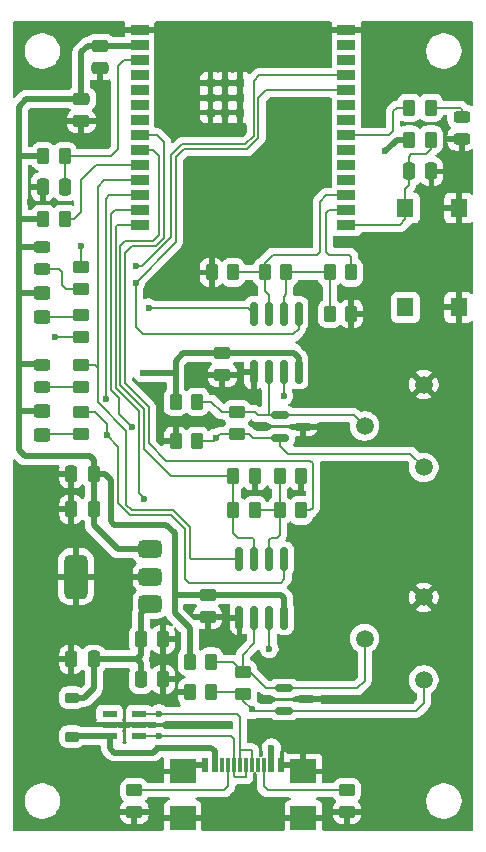
<source format=gtl>
%TF.GenerationSoftware,KiCad,Pcbnew,9.0.4*%
%TF.CreationDate,2025-10-04T23:27:53+02:00*%
%TF.ProjectId,zVMC_PCB,7a564d43-5f50-4434-922e-6b696361645f,rev?*%
%TF.SameCoordinates,Original*%
%TF.FileFunction,Copper,L1,Top*%
%TF.FilePolarity,Positive*%
%FSLAX46Y46*%
G04 Gerber Fmt 4.6, Leading zero omitted, Abs format (unit mm)*
G04 Created by KiCad (PCBNEW 9.0.4) date 2025-10-04 23:27:53*
%MOMM*%
%LPD*%
G01*
G04 APERTURE LIST*
G04 Aperture macros list*
%AMRoundRect*
0 Rectangle with rounded corners*
0 $1 Rounding radius*
0 $2 $3 $4 $5 $6 $7 $8 $9 X,Y pos of 4 corners*
0 Add a 4 corners polygon primitive as box body*
4,1,4,$2,$3,$4,$5,$6,$7,$8,$9,$2,$3,0*
0 Add four circle primitives for the rounded corners*
1,1,$1+$1,$2,$3*
1,1,$1+$1,$4,$5*
1,1,$1+$1,$6,$7*
1,1,$1+$1,$8,$9*
0 Add four rect primitives between the rounded corners*
20,1,$1+$1,$2,$3,$4,$5,0*
20,1,$1+$1,$4,$5,$6,$7,0*
20,1,$1+$1,$6,$7,$8,$9,0*
20,1,$1+$1,$8,$9,$2,$3,0*%
G04 Aperture macros list end*
%TA.AperFunction,SMDPad,CuDef*%
%ADD10RoundRect,0.250000X-0.250000X-0.475000X0.250000X-0.475000X0.250000X0.475000X-0.250000X0.475000X0*%
%TD*%
%TA.AperFunction,SMDPad,CuDef*%
%ADD11RoundRect,0.250000X-0.262500X-0.450000X0.262500X-0.450000X0.262500X0.450000X-0.262500X0.450000X0*%
%TD*%
%TA.AperFunction,SMDPad,CuDef*%
%ADD12RoundRect,0.250000X0.262500X0.450000X-0.262500X0.450000X-0.262500X-0.450000X0.262500X-0.450000X0*%
%TD*%
%TA.AperFunction,SMDPad,CuDef*%
%ADD13RoundRect,0.243750X0.456250X-0.243750X0.456250X0.243750X-0.456250X0.243750X-0.456250X-0.243750X0*%
%TD*%
%TA.AperFunction,SMDPad,CuDef*%
%ADD14R,1.400000X1.600000*%
%TD*%
%TA.AperFunction,SMDPad,CuDef*%
%ADD15RoundRect,0.150000X-0.150000X0.825000X-0.150000X-0.825000X0.150000X-0.825000X0.150000X0.825000X0*%
%TD*%
%TA.AperFunction,SMDPad,CuDef*%
%ADD16RoundRect,0.250000X0.250000X0.475000X-0.250000X0.475000X-0.250000X-0.475000X0.250000X-0.475000X0*%
%TD*%
%TA.AperFunction,SMDPad,CuDef*%
%ADD17RoundRect,0.250000X-0.475000X0.250000X-0.475000X-0.250000X0.475000X-0.250000X0.475000X0.250000X0*%
%TD*%
%TA.AperFunction,SMDPad,CuDef*%
%ADD18RoundRect,0.150000X-0.587500X-0.150000X0.587500X-0.150000X0.587500X0.150000X-0.587500X0.150000X0*%
%TD*%
%TA.AperFunction,SMDPad,CuDef*%
%ADD19RoundRect,0.250000X0.450000X-0.325000X0.450000X0.325000X-0.450000X0.325000X-0.450000X-0.325000X0*%
%TD*%
%TA.AperFunction,SMDPad,CuDef*%
%ADD20RoundRect,0.250000X0.450000X-0.262500X0.450000X0.262500X-0.450000X0.262500X-0.450000X-0.262500X0*%
%TD*%
%TA.AperFunction,SMDPad,CuDef*%
%ADD21R,1.250000X0.500000*%
%TD*%
%TA.AperFunction,SMDPad,CuDef*%
%ADD22RoundRect,0.250000X-0.450000X0.262500X-0.450000X-0.262500X0.450000X-0.262500X0.450000X0.262500X0*%
%TD*%
%TA.AperFunction,SMDPad,CuDef*%
%ADD23RoundRect,0.225000X-0.375000X0.225000X-0.375000X-0.225000X0.375000X-0.225000X0.375000X0.225000X0*%
%TD*%
%TA.AperFunction,ComponentPad*%
%ADD24C,1.500000*%
%TD*%
%TA.AperFunction,SMDPad,CuDef*%
%ADD25RoundRect,0.375000X0.625000X0.375000X-0.625000X0.375000X-0.625000X-0.375000X0.625000X-0.375000X0*%
%TD*%
%TA.AperFunction,SMDPad,CuDef*%
%ADD26RoundRect,0.500000X0.500000X1.400000X-0.500000X1.400000X-0.500000X-1.400000X0.500000X-1.400000X0*%
%TD*%
%TA.AperFunction,SMDPad,CuDef*%
%ADD27R,0.600000X1.150000*%
%TD*%
%TA.AperFunction,SMDPad,CuDef*%
%ADD28R,0.300000X1.150000*%
%TD*%
%TA.AperFunction,SMDPad,CuDef*%
%ADD29R,2.180000X2.000000*%
%TD*%
%TA.AperFunction,SMDPad,CuDef*%
%ADD30R,1.500000X0.900000*%
%TD*%
%TA.AperFunction,SMDPad,CuDef*%
%ADD31R,0.800000X0.800000*%
%TD*%
%TA.AperFunction,ViaPad*%
%ADD32C,0.600000*%
%TD*%
%TA.AperFunction,Conductor*%
%ADD33C,0.500000*%
%TD*%
%TA.AperFunction,Conductor*%
%ADD34C,0.200000*%
%TD*%
G04 APERTURE END LIST*
D10*
%TO.P,C14,1*%
%TO.N,+5V*%
X71350000Y-163300000D03*
%TO.P,C14,2*%
%TO.N,GND*%
X73250000Y-163300000D03*
%TD*%
%TO.P,C15,1*%
%TO.N,Net-(U4-GPIO9)*%
X94050000Y-123700000D03*
%TO.P,C15,2*%
%TO.N,GND*%
X95950000Y-123700000D03*
%TD*%
D11*
%TO.P,R7,1*%
%TO.N,Net-(U1-~{RE})*%
X87337500Y-132250000D03*
%TO.P,R7,2*%
%TO.N,DSR_0*%
X89162500Y-132250000D03*
%TD*%
D12*
%TO.P,R20,1*%
%TO.N,Net-(U2-~{RE})*%
X81012500Y-152400000D03*
%TO.P,R20,2*%
%TO.N,RTS_1*%
X79187500Y-152400000D03*
%TD*%
D11*
%TO.P,R1,1*%
%TO.N,+3.3V*%
X74287500Y-143200000D03*
%TO.P,R1,2*%
%TO.N,Net-(D1-A1)*%
X76112500Y-143200000D03*
%TD*%
D13*
%TO.P,D7,1,K*%
%TO.N,GND*%
X98500000Y-120937500D03*
%TO.P,D7,2,A*%
%TO.N,Net-(D7-A)*%
X98500000Y-119062500D03*
%TD*%
D14*
%TO.P,S1,1*%
%TO.N,unconnected-(S1-Pad1)*%
X93750000Y-135200000D03*
%TO.P,S1,2*%
%TO.N,GND*%
X98250000Y-135200000D03*
%TO.P,S1,3*%
%TO.N,Net-(U4-GPIO9)*%
X93750000Y-126800000D03*
%TO.P,S1,4*%
%TO.N,GND*%
X98250000Y-126800000D03*
%TD*%
D12*
%TO.P,R14,1*%
%TO.N,Net-(U4-GPIO9)*%
X95912500Y-121000000D03*
%TO.P,R14,2*%
%TO.N,+3.3V*%
X94087500Y-121000000D03*
%TD*%
D15*
%TO.P,U1,1,RO*%
%TO.N,RXD_0*%
X84705000Y-135725000D03*
%TO.P,U1,2,~{RE}*%
%TO.N,Net-(U1-~{RE})*%
X83435000Y-135725000D03*
%TO.P,U1,3,DE*%
%TO.N,RTS_0*%
X82165000Y-135725000D03*
%TO.P,U1,4,DI*%
%TO.N,TXD_0*%
X80895000Y-135725000D03*
%TO.P,U1,5,GND*%
%TO.N,GND*%
X80895000Y-140675000D03*
%TO.P,U1,6,A*%
%TO.N,Net-(D1-A1)*%
X82165000Y-140675000D03*
%TO.P,U1,7,B*%
%TO.N,Net-(D1-A2)*%
X83435000Y-140675000D03*
%TO.P,U1,8,VCC*%
%TO.N,+3.3V*%
X84705000Y-140675000D03*
%TD*%
D16*
%TO.P,C7,1*%
%TO.N,+5V*%
X67350000Y-165000000D03*
%TO.P,C7,2*%
%TO.N,GND*%
X65450000Y-165000000D03*
%TD*%
D17*
%TO.P,C2,1*%
%TO.N,+3.3V*%
X77000000Y-159550000D03*
%TO.P,C2,2*%
%TO.N,GND*%
X77000000Y-161450000D03*
%TD*%
D18*
%TO.P,D1,1,A1*%
%TO.N,Net-(D1-A1)*%
X83162500Y-144350000D03*
%TO.P,D1,2,A2*%
%TO.N,Net-(D1-A2)*%
X83162500Y-146250000D03*
%TO.P,D1,3,common*%
%TO.N,GND*%
X85037500Y-145300000D03*
%TD*%
D19*
%TO.P,D4,1,K*%
%TO.N,Net-(D4-K)*%
X63000000Y-136025000D03*
%TO.P,D4,2,A*%
%TO.N,+3.3V*%
X63000000Y-133975000D03*
%TD*%
D11*
%TO.P,R19,1*%
%TO.N,Net-(U4-GPIO23)*%
X94087500Y-118300000D03*
%TO.P,R19,2*%
%TO.N,Net-(D7-A)*%
X95912500Y-118300000D03*
%TD*%
D17*
%TO.P,C8,1*%
%TO.N,+3.3V*%
X66300000Y-117550000D03*
%TO.P,C8,2*%
%TO.N,GND*%
X66300000Y-119450000D03*
%TD*%
D11*
%TO.P,R22,1*%
%TO.N,+3.3V*%
X75487500Y-165200000D03*
%TO.P,R22,2*%
%TO.N,Net-(D9-A1)*%
X77312500Y-165200000D03*
%TD*%
D16*
%TO.P,C11,1*%
%TO.N,+3.3V*%
X67350000Y-149300000D03*
%TO.P,C11,2*%
%TO.N,GND*%
X65450000Y-149300000D03*
%TD*%
D20*
%TO.P,R12,1*%
%TO.N,Net-(D2-K)*%
X66300000Y-141925000D03*
%TO.P,R12,2*%
%TO.N,TXD_1*%
X66300000Y-140100000D03*
%TD*%
D10*
%TO.P,C13,1*%
%TO.N,+5V*%
X71350000Y-166700000D03*
%TO.P,C13,2*%
%TO.N,GND*%
X73250000Y-166700000D03*
%TD*%
D13*
%TO.P,D2,1,K*%
%TO.N,Net-(D2-K)*%
X63000000Y-141937500D03*
%TO.P,D2,2,A*%
%TO.N,+3.3V*%
X63000000Y-140062500D03*
%TD*%
D21*
%TO.P,D5,1,C1*%
%TO.N,USB-*%
X71200000Y-171500000D03*
%TO.P,D5,2,G1*%
%TO.N,GND*%
X71200000Y-170550000D03*
%TO.P,D5,3,C2*%
%TO.N,USB+*%
X71200000Y-169600000D03*
%TO.P,D5,4,C3*%
%TO.N,unconnected-(D5-C3-Pad4)*%
X68700000Y-169600000D03*
%TO.P,D5,5,G2*%
%TO.N,GND*%
X68700000Y-170550000D03*
%TO.P,D5,6,C4*%
%TO.N,VBUS*%
X68700000Y-171500000D03*
%TD*%
D12*
%TO.P,R8,1*%
%TO.N,RTS_0*%
X79162500Y-132250000D03*
%TO.P,R8,2*%
%TO.N,GND*%
X77337500Y-132250000D03*
%TD*%
D22*
%TO.P,R24,1*%
%TO.N,Net-(D9-A1)*%
X80000000Y-166087500D03*
%TO.P,R24,2*%
%TO.N,Net-(D9-A2)*%
X80000000Y-167912500D03*
%TD*%
D12*
%TO.P,R18,1*%
%TO.N,Net-(U4-GPIO8)*%
X64912500Y-127700000D03*
%TO.P,R18,2*%
%TO.N,+3.3V*%
X63087500Y-127700000D03*
%TD*%
D18*
%TO.P,D9,1,A1*%
%TO.N,Net-(D9-A1)*%
X83462500Y-167450000D03*
%TO.P,D9,2,A2*%
%TO.N,Net-(D9-A2)*%
X83462500Y-169350000D03*
%TO.P,D9,3,common*%
%TO.N,GND*%
X85337500Y-168400000D03*
%TD*%
D23*
%TO.P,D3,1,K*%
%TO.N,+5V*%
X65500000Y-168250000D03*
%TO.P,D3,2,A*%
%TO.N,VBUS*%
X65500000Y-171550000D03*
%TD*%
D11*
%TO.P,R9,1*%
%TO.N,Net-(U1-~{RE})*%
X87337500Y-135750000D03*
%TO.P,R9,2*%
%TO.N,GND*%
X89162500Y-135750000D03*
%TD*%
D16*
%TO.P,C12,1*%
%TO.N,+3.3V*%
X67350000Y-152300000D03*
%TO.P,C12,2*%
%TO.N,GND*%
X65450000Y-152300000D03*
%TD*%
D11*
%TO.P,R10,1*%
%TO.N,Net-(U2-~{RE})*%
X83087500Y-152400000D03*
%TO.P,R10,2*%
%TO.N,DSR_1*%
X84912500Y-152400000D03*
%TD*%
D13*
%TO.P,D6,1,K*%
%TO.N,Net-(D6-K)*%
X63000000Y-131937500D03*
%TO.P,D6,2,A*%
%TO.N,+3.3V*%
X63000000Y-130062500D03*
%TD*%
D17*
%TO.P,C1,1*%
%TO.N,+3.3V*%
X78250000Y-139050000D03*
%TO.P,C1,2*%
%TO.N,GND*%
X78250000Y-140950000D03*
%TD*%
D11*
%TO.P,R21,1*%
%TO.N,RTS_1*%
X79187500Y-149500000D03*
%TO.P,R21,2*%
%TO.N,GND*%
X81012500Y-149500000D03*
%TD*%
D16*
%TO.P,C10,1*%
%TO.N,Net-(U4-EN{slash}CHIP_PU)*%
X64950000Y-125000000D03*
%TO.P,C10,2*%
%TO.N,GND*%
X63050000Y-125000000D03*
%TD*%
D24*
%TO.P,J3,1,1*%
%TO.N,Net-(D1-A2)*%
X95300000Y-148750000D03*
%TO.P,J3,2,2*%
%TO.N,Net-(D1-A1)*%
X90300000Y-145250000D03*
%TO.P,J3,3,3*%
%TO.N,GND*%
X95300000Y-141750000D03*
%TD*%
D19*
%TO.P,D8,1,K*%
%TO.N,Net-(D8-K)*%
X63000000Y-146025000D03*
%TO.P,D8,2,A*%
%TO.N,+3.3V*%
X63000000Y-143975000D03*
%TD*%
D15*
%TO.P,U2,1,RO*%
%TO.N,RXD_1*%
X83505000Y-156525000D03*
%TO.P,U2,2,~{RE}*%
%TO.N,Net-(U2-~{RE})*%
X82235000Y-156525000D03*
%TO.P,U2,3,DE*%
%TO.N,RTS_1*%
X80965000Y-156525000D03*
%TO.P,U2,4,DI*%
%TO.N,TXD_1*%
X79695000Y-156525000D03*
%TO.P,U2,5,GND*%
%TO.N,GND*%
X79695000Y-161475000D03*
%TO.P,U2,6,A*%
%TO.N,Net-(D9-A1)*%
X80965000Y-161475000D03*
%TO.P,U2,7,B*%
%TO.N,Net-(D9-A2)*%
X82235000Y-161475000D03*
%TO.P,U2,8,VCC*%
%TO.N,+3.3V*%
X83505000Y-161475000D03*
%TD*%
D25*
%TO.P,U5,1,IN*%
%TO.N,+5V*%
X72150000Y-160300000D03*
%TO.P,U5,2,GND*%
%TO.N,GND*%
X72150000Y-158000000D03*
D26*
X65850000Y-158000000D03*
D25*
%TO.P,U5,3,OUT*%
%TO.N,+3.3V*%
X72150000Y-155700000D03*
%TD*%
D20*
%TO.P,R13,1*%
%TO.N,Net-(D8-K)*%
X66300000Y-145912500D03*
%TO.P,R13,2*%
%TO.N,RXD_1*%
X66300000Y-144087500D03*
%TD*%
D12*
%TO.P,R6,1*%
%TO.N,Net-(U1-~{RE})*%
X83662500Y-132250000D03*
%TO.P,R6,2*%
%TO.N,RTS_0*%
X81837500Y-132250000D03*
%TD*%
%TO.P,R2,1*%
%TO.N,Net-(D1-A2)*%
X76112500Y-146500000D03*
%TO.P,R2,2*%
%TO.N,GND*%
X74287500Y-146500000D03*
%TD*%
D11*
%TO.P,R11,1*%
%TO.N,Net-(U2-~{RE})*%
X83087500Y-149500000D03*
%TO.P,R11,2*%
%TO.N,GND*%
X84912500Y-149500000D03*
%TD*%
D12*
%TO.P,R23,1*%
%TO.N,Net-(D9-A2)*%
X77312500Y-167800000D03*
%TO.P,R23,2*%
%TO.N,GND*%
X75487500Y-167800000D03*
%TD*%
D27*
%TO.P,J5,A1/B12,GND*%
%TO.N,GND*%
X76800000Y-173925000D03*
%TO.P,J5,A4/B9,VBUS*%
%TO.N,VBUS*%
X77600000Y-173925000D03*
D28*
%TO.P,J5,A5,CC1*%
%TO.N,Net-(J5-CC1)*%
X78750000Y-173925000D03*
%TO.P,J5,A6,DP1*%
%TO.N,USB+*%
X79750000Y-173925000D03*
%TO.P,J5,A7,DN1*%
%TO.N,USB-*%
X80250000Y-173925000D03*
%TO.P,J5,A8,SBU1*%
%TO.N,unconnected-(J5-SBU1-PadA8)*%
X81250000Y-173925000D03*
D27*
%TO.P,J5,B1/A12,GND*%
%TO.N,GND*%
X83200000Y-173925000D03*
%TO.P,J5,B4/A9,VBUS*%
%TO.N,VBUS*%
X82400000Y-173925000D03*
D28*
%TO.P,J5,B5,CC2*%
%TO.N,Net-(J5-CC2)*%
X81750000Y-173925000D03*
%TO.P,J5,B6,DP2*%
%TO.N,USB+*%
X80750000Y-173925000D03*
%TO.P,J5,B7,DN2*%
%TO.N,USB-*%
X79250000Y-173925000D03*
%TO.P,J5,B8,SBU2*%
%TO.N,unconnected-(J5-SBU2-PadB8)*%
X78250000Y-173925000D03*
D29*
%TO.P,J5,S1,GND*%
%TO.N,GND*%
X74890000Y-174500000D03*
%TO.P,J5,S2,GND*%
X85110000Y-174500000D03*
%TO.P,J5,S3,GND*%
X74890000Y-178430000D03*
%TO.P,J5,S4,GND*%
X85110000Y-178430000D03*
%TD*%
D20*
%TO.P,R16,1*%
%TO.N,GND*%
X70800000Y-177912500D03*
%TO.P,R16,2*%
%TO.N,Net-(J5-CC1)*%
X70800000Y-176087500D03*
%TD*%
%TO.P,R5,1*%
%TO.N,Net-(D6-K)*%
X66300000Y-133612500D03*
%TO.P,R5,2*%
%TO.N,TXD_0*%
X66300000Y-131787500D03*
%TD*%
D30*
%TO.P,U4,1,GND*%
%TO.N,GND*%
X71250000Y-111740000D03*
%TO.P,U4,2,3V3*%
%TO.N,+3.3V*%
X71250000Y-113010000D03*
%TO.P,U4,3,EN/CHIP_PU*%
%TO.N,Net-(U4-EN{slash}CHIP_PU)*%
X71250000Y-114280000D03*
%TO.P,U4,4,MTMS/GPIO4/ADC1_CH4*%
%TO.N,unconnected-(U4-MTMS{slash}GPIO4{slash}ADC1_CH4-Pad4)*%
X71250000Y-115550000D03*
%TO.P,U4,5,MTDI/GPIO5/ADC1_CH5*%
%TO.N,unconnected-(U4-MTDI{slash}GPIO5{slash}ADC1_CH5-Pad5)*%
X71250000Y-116820000D03*
%TO.P,U4,6,MTCK/GPIO6/ADC1_CH6*%
%TO.N,unconnected-(U4-MTCK{slash}GPIO6{slash}ADC1_CH6-Pad6)*%
X71250000Y-118090000D03*
%TO.P,U4,7,MTDO/GPIO7*%
%TO.N,unconnected-(U4-MTDO{slash}GPIO7-Pad7)*%
X71250000Y-119360000D03*
%TO.P,U4,8,GPIO0/ADC1_CH0/XTAL_32K_P*%
%TO.N,DSR_1*%
X71250000Y-120630000D03*
%TO.P,U4,9,GPIO1/ADC1_CH1/XTAL_32K_N*%
%TO.N,RTS_1*%
X71250000Y-121900000D03*
%TO.P,U4,10,GPIO8*%
%TO.N,Net-(U4-GPIO8)*%
X71250000Y-123170000D03*
%TO.P,U4,11,GPIO10*%
%TO.N,TXD_1*%
X71250000Y-124440000D03*
%TO.P,U4,12,GPIO11*%
%TO.N,RXD_1*%
X71250000Y-125710000D03*
%TO.P,U4,13,GPIO12/USB_D-*%
%TO.N,USB-*%
X71250000Y-126980000D03*
%TO.P,U4,14,GPIO13/USB_D+*%
%TO.N,USB+*%
X71250000Y-128250000D03*
%TO.P,U4,15,GPIO9*%
%TO.N,Net-(U4-GPIO9)*%
X88750000Y-128250000D03*
%TO.P,U4,16,GPIO18*%
%TO.N,DSR_0*%
X88750000Y-126980000D03*
%TO.P,U4,17,GPIO19*%
%TO.N,RTS_0*%
X88750000Y-125710000D03*
%TO.P,U4,18,GPIO20*%
%TO.N,unconnected-(U4-GPIO20-Pad18)*%
X88750000Y-124440000D03*
%TO.P,U4,19,GPIO21*%
%TO.N,unconnected-(U4-GPIO21-Pad19)*%
X88750000Y-123170000D03*
%TO.P,U4,20,GPIO22*%
%TO.N,unconnected-(U4-GPIO22-Pad20)*%
X88750000Y-121900000D03*
%TO.P,U4,21,GPIO23*%
%TO.N,Net-(U4-GPIO23)*%
X88750000Y-120630000D03*
%TO.P,U4,22,NC*%
%TO.N,unconnected-(U4-NC-Pad22)*%
X88750000Y-119360000D03*
%TO.P,U4,23,GPIO15*%
%TO.N,unconnected-(U4-GPIO15-Pad23)*%
X88750000Y-118090000D03*
%TO.P,U4,24,U0RXD/GPIO17*%
%TO.N,RXD_0*%
X88750000Y-116820000D03*
%TO.P,U4,25,U0TXD/GPIO16*%
%TO.N,TXD_0*%
X88750000Y-115550000D03*
%TO.P,U4,26,GPIO3/ADC1_CH3*%
%TO.N,unconnected-(U4-GPIO3{slash}ADC1_CH3-Pad26)*%
X88750000Y-114280000D03*
%TO.P,U4,27,GPIO2/ADC1_CH2*%
%TO.N,unconnected-(U4-GPIO2{slash}ADC1_CH2-Pad27)*%
X88750000Y-113010000D03*
%TO.P,U4,28,GND*%
%TO.N,GND*%
X88750000Y-111740000D03*
D31*
%TO.P,U4,29,GND*%
X77245000Y-116210000D03*
X77245000Y-117460000D03*
X77245000Y-118710000D03*
X78495000Y-116210000D03*
X78495000Y-117460000D03*
X78495000Y-118710000D03*
X79745000Y-116210000D03*
X79745000Y-117460000D03*
X79745000Y-118710000D03*
%TD*%
D20*
%TO.P,R15,1*%
%TO.N,GND*%
X88800000Y-177912500D03*
%TO.P,R15,2*%
%TO.N,Net-(J5-CC2)*%
X88800000Y-176087500D03*
%TD*%
D17*
%TO.P,C9,1*%
%TO.N,+3.3V*%
X67900000Y-113050000D03*
%TO.P,C9,2*%
%TO.N,GND*%
X67900000Y-114950000D03*
%TD*%
D22*
%TO.P,R4,1*%
%TO.N,Net-(D4-K)*%
X66300000Y-135887500D03*
%TO.P,R4,2*%
%TO.N,RXD_0*%
X66300000Y-137712500D03*
%TD*%
D12*
%TO.P,R17,1*%
%TO.N,Net-(U4-EN{slash}CHIP_PU)*%
X64912500Y-122400000D03*
%TO.P,R17,2*%
%TO.N,+3.3V*%
X63087500Y-122400000D03*
%TD*%
D24*
%TO.P,J1,1,1*%
%TO.N,Net-(D9-A2)*%
X95300000Y-166750000D03*
%TO.P,J1,2,2*%
%TO.N,Net-(D9-A1)*%
X90300000Y-163250000D03*
%TO.P,J1,3,3*%
%TO.N,GND*%
X95300000Y-159750000D03*
%TD*%
D22*
%TO.P,R3,1*%
%TO.N,Net-(D1-A1)*%
X79500000Y-144087500D03*
%TO.P,R3,2*%
%TO.N,Net-(D1-A2)*%
X79500000Y-145912500D03*
%TD*%
D32*
%TO.N,GND*%
X65750000Y-112000000D03*
X82000000Y-151000000D03*
X84000000Y-151000000D03*
X77000000Y-144750000D03*
X63750000Y-120000000D03*
X79500000Y-142500000D03*
X75000000Y-132500000D03*
X86750000Y-118000000D03*
X78250000Y-163250000D03*
X62000000Y-126250000D03*
%TO.N,+3.3V*%
X71500000Y-140750000D03*
X61000000Y-140750000D03*
X84250000Y-139050000D03*
X92000000Y-122000000D03*
%TO.N,VBUS*%
X82400000Y-172500000D03*
X72800000Y-172500000D03*
%TO.N,USB+*%
X72900000Y-169600000D03*
X71650000Y-151450000D03*
%TO.N,USB-*%
X72900000Y-171500000D03*
X70600000Y-145300000D03*
%TO.N,Net-(D1-A2)*%
X83435000Y-142685000D03*
X77750000Y-146250000D03*
%TO.N,Net-(D9-A2)*%
X80750000Y-169250000D03*
X82200000Y-164100000D03*
%TO.N,RXD_0*%
X64100000Y-137700000D03*
X70900000Y-133100000D03*
%TO.N,TXD_0*%
X72000000Y-135250000D03*
X70900000Y-131700000D03*
X66300000Y-130000000D03*
%TO.N,RXD_1*%
X68450000Y-146050000D03*
X68400000Y-143000000D03*
%TD*%
D33*
%TO.N,GND*%
X84535000Y-173925000D02*
X85110000Y-174500000D01*
X83200000Y-173925000D02*
X84535000Y-173925000D01*
X75225000Y-173925000D02*
X76800000Y-173925000D01*
X74890000Y-174260000D02*
X75225000Y-173925000D01*
X74890000Y-174500000D02*
X74890000Y-174260000D01*
%TO.N,+5V*%
X65500000Y-168250000D02*
X66550000Y-168250000D01*
X71350000Y-161100000D02*
X72150000Y-160300000D01*
X71000000Y-165000000D02*
X71350000Y-164650000D01*
X66550000Y-168250000D02*
X67350000Y-167450000D01*
X67350000Y-167450000D02*
X67350000Y-165000000D01*
X71350000Y-164650000D02*
X71350000Y-163300000D01*
X71350000Y-165350000D02*
X71350000Y-166700000D01*
X71350000Y-163300000D02*
X71350000Y-161100000D01*
X67350000Y-165000000D02*
X71000000Y-165000000D01*
X71000000Y-165000000D02*
X71350000Y-165350000D01*
%TO.N,+3.3V*%
X84250000Y-139050000D02*
X84300000Y-139050000D01*
X68800000Y-149800000D02*
X68300000Y-149300000D01*
X68800000Y-153300000D02*
X68800000Y-149800000D01*
X68300000Y-149300000D02*
X67350000Y-149300000D01*
X74350000Y-159550000D02*
X74300000Y-159500000D01*
X61025000Y-140037500D02*
X61000000Y-140012500D01*
X83505000Y-159805000D02*
X83505000Y-161475000D01*
X74300000Y-159500000D02*
X74200000Y-159600000D01*
X61000000Y-140012500D02*
X61000000Y-143900000D01*
X74200000Y-159600000D02*
X74200000Y-154300000D01*
X75487500Y-162387500D02*
X74200000Y-161100000D01*
X72150000Y-155700000D02*
X69400000Y-155700000D01*
X61000000Y-127800000D02*
X61000000Y-122300000D01*
X74287500Y-140750000D02*
X74287500Y-139712500D01*
X61075000Y-143975000D02*
X61000000Y-143900000D01*
X67350000Y-149400000D02*
X67450000Y-149300000D01*
X66300000Y-113600000D02*
X66850000Y-113050000D01*
X63000000Y-130062500D02*
X61037500Y-130062500D01*
X67000000Y-147800000D02*
X67350000Y-148150000D01*
X63000000Y-133975000D02*
X61075000Y-133975000D01*
X74200000Y-154300000D02*
X73500000Y-153600000D01*
X83250000Y-159550000D02*
X77000000Y-159550000D01*
X61500000Y-147800000D02*
X67000000Y-147800000D01*
X67350000Y-148150000D02*
X67350000Y-149300000D01*
X61000000Y-143900000D02*
X61000000Y-147300000D01*
X61100000Y-127700000D02*
X61000000Y-127800000D01*
X78250000Y-139050000D02*
X84250000Y-139050000D01*
X61000000Y-140012500D02*
X61000000Y-133900000D01*
X84705000Y-139455000D02*
X84705000Y-140675000D01*
X61037500Y-130062500D02*
X61000000Y-130100000D01*
X61000000Y-147300000D02*
X61500000Y-147800000D01*
X74287500Y-143200000D02*
X74287500Y-140750000D01*
X84300000Y-139050000D02*
X84705000Y-139455000D01*
X67350000Y-152300000D02*
X67350000Y-149300000D01*
X66300000Y-117550000D02*
X66300000Y-113600000D01*
X63000000Y-143975000D02*
X61075000Y-143975000D01*
X74287500Y-139712500D02*
X74950000Y-139050000D01*
X73500000Y-153600000D02*
X69100000Y-153600000D01*
X61075000Y-133975000D02*
X61000000Y-133900000D01*
X93000000Y-121000000D02*
X92750000Y-121250000D01*
X74200000Y-161100000D02*
X74200000Y-159600000D01*
X66850000Y-113050000D02*
X67900000Y-113050000D01*
X61000000Y-122300000D02*
X61000000Y-118200000D01*
X94087500Y-121000000D02*
X93000000Y-121000000D01*
X69100000Y-153600000D02*
X68800000Y-153300000D01*
X63087500Y-127700000D02*
X61100000Y-127700000D01*
X62700000Y-140037500D02*
X61025000Y-140037500D01*
X77000000Y-159550000D02*
X74350000Y-159550000D01*
X67900000Y-113050000D02*
X71210000Y-113050000D01*
X75487500Y-165200000D02*
X75487500Y-162387500D01*
X61100000Y-122400000D02*
X61000000Y-122300000D01*
X92750000Y-121250000D02*
X92000000Y-122000000D01*
X71210000Y-113050000D02*
X71250000Y-113010000D01*
X61000000Y-133900000D02*
X61000000Y-130100000D01*
X61000000Y-130100000D02*
X61000000Y-127800000D01*
X63087500Y-122400000D02*
X61100000Y-122400000D01*
X61000000Y-118200000D02*
X61650000Y-117550000D01*
X61650000Y-117550000D02*
X66300000Y-117550000D01*
X74287500Y-140750000D02*
X71500000Y-140750000D01*
X67350000Y-153650000D02*
X67350000Y-152300000D01*
X74950000Y-139050000D02*
X78250000Y-139050000D01*
X83250000Y-159550000D02*
X83505000Y-159805000D01*
X69400000Y-155700000D02*
X67350000Y-153650000D01*
D34*
%TO.N,Net-(U4-EN{slash}CHIP_PU)*%
X69400000Y-114800000D02*
X69400000Y-121800000D01*
X69920000Y-114280000D02*
X69400000Y-114800000D01*
X69400000Y-121800000D02*
X68800000Y-122400000D01*
X68800000Y-122400000D02*
X64912500Y-122400000D01*
X64912500Y-122400000D02*
X64912500Y-124962500D01*
X71250000Y-114280000D02*
X69920000Y-114280000D01*
X64912500Y-124962500D02*
X64950000Y-125000000D01*
D33*
%TO.N,VBUS*%
X82400000Y-173925000D02*
X82400000Y-172500000D01*
X77300000Y-172500000D02*
X77600000Y-172800000D01*
X72400000Y-172900000D02*
X72800000Y-172500000D01*
X65550000Y-171500000D02*
X65500000Y-171550000D01*
X68700000Y-171500000D02*
X68700000Y-172500000D01*
X68700000Y-171500000D02*
X65550000Y-171500000D01*
X68700000Y-172500000D02*
X69100000Y-172900000D01*
X72800000Y-172500000D02*
X77300000Y-172500000D01*
X69100000Y-172900000D02*
X72400000Y-172900000D01*
X77600000Y-172800000D02*
X77600000Y-173925000D01*
D34*
%TO.N,USB+*%
X71250000Y-128250000D02*
X69352000Y-128250000D01*
X72900000Y-169600000D02*
X79500000Y-169600000D01*
X79750000Y-173925000D02*
X79750000Y-172800000D01*
X71650000Y-151350000D02*
X71650000Y-151450000D01*
X80700000Y-172700000D02*
X79850000Y-172700000D01*
X69202000Y-142000000D02*
X71200000Y-143998000D01*
X71200000Y-143998000D02*
X71200000Y-150900000D01*
X80750000Y-173925000D02*
X80750000Y-172750000D01*
X79750000Y-169850000D02*
X79750000Y-173925000D01*
X79500000Y-169600000D02*
X79750000Y-169850000D01*
X71200000Y-150900000D02*
X71650000Y-151350000D01*
X69202000Y-128400000D02*
X69202000Y-142000000D01*
X80750000Y-172750000D02*
X80700000Y-172700000D01*
X69352000Y-128250000D02*
X69202000Y-128400000D01*
X79750000Y-172800000D02*
X79850000Y-172700000D01*
X71200000Y-169600000D02*
X72900000Y-169600000D01*
%TO.N,USB-*%
X68801000Y-142200000D02*
X69500000Y-142899000D01*
X79350000Y-175000000D02*
X80200000Y-175000000D01*
X72900000Y-171500000D02*
X79000000Y-171500000D01*
X69500000Y-144200000D02*
X70600000Y-145300000D01*
X79250000Y-173925000D02*
X79250000Y-174900000D01*
X80250000Y-174950000D02*
X80250000Y-173925000D01*
X68801000Y-127300000D02*
X68801000Y-142200000D01*
X79250000Y-174900000D02*
X79350000Y-175000000D01*
X71250000Y-126980000D02*
X69121000Y-126980000D01*
X71200000Y-171500000D02*
X72900000Y-171500000D01*
X69500000Y-142899000D02*
X69500000Y-144200000D01*
X80200000Y-175000000D02*
X80250000Y-174950000D01*
X79250000Y-171750000D02*
X79250000Y-173925000D01*
X69121000Y-126980000D02*
X68801000Y-127300000D01*
X79000000Y-171500000D02*
X79250000Y-171750000D01*
%TO.N,Net-(U4-GPIO8)*%
X66300000Y-124400000D02*
X66300000Y-127100000D01*
X67530000Y-123170000D02*
X66300000Y-124400000D01*
X71250000Y-123170000D02*
X67530000Y-123170000D01*
X66300000Y-127100000D02*
X65700000Y-127700000D01*
X65700000Y-127700000D02*
X64912500Y-127700000D01*
%TO.N,Net-(U4-GPIO9)*%
X94050000Y-122450000D02*
X94250000Y-122250000D01*
X93250000Y-128250000D02*
X88750000Y-128250000D01*
X93750000Y-126800000D02*
X93750000Y-127750000D01*
X95500000Y-122250000D02*
X95912500Y-121837500D01*
X93750000Y-127750000D02*
X93250000Y-128250000D01*
X94050000Y-124850000D02*
X93750000Y-125150000D01*
X93750000Y-125150000D02*
X93750000Y-126800000D01*
X94250000Y-122250000D02*
X95500000Y-122250000D01*
X94087500Y-123662500D02*
X94050000Y-123700000D01*
X94050000Y-123700000D02*
X94050000Y-124850000D01*
X94050000Y-123700000D02*
X94050000Y-122450000D01*
X95912500Y-121837500D02*
X95912500Y-121000000D01*
%TO.N,Net-(D7-A)*%
X95912500Y-118300000D02*
X98400000Y-118300000D01*
X98500000Y-118400000D02*
X98500000Y-119062500D01*
X98400000Y-118300000D02*
X98500000Y-118400000D01*
%TO.N,Net-(U4-GPIO23)*%
X93000000Y-118300000D02*
X94087500Y-118300000D01*
X92700000Y-120300000D02*
X92700000Y-118600000D01*
X92370000Y-120630000D02*
X92700000Y-120300000D01*
X92700000Y-118600000D02*
X93000000Y-118300000D01*
X88750000Y-120630000D02*
X92370000Y-120630000D01*
%TO.N,Net-(J5-CC1)*%
X78750000Y-173925000D02*
X78750000Y-175750000D01*
X78750000Y-175750000D02*
X78412500Y-176087500D01*
X78412500Y-176087500D02*
X70800000Y-176087500D01*
%TO.N,Net-(J5-CC2)*%
X81750000Y-173925000D02*
X81750000Y-175750000D01*
X81750000Y-175750000D02*
X82087500Y-176087500D01*
X82087500Y-176087500D02*
X88800000Y-176087500D01*
%TO.N,Net-(D1-A1)*%
X82250000Y-144350000D02*
X83162500Y-144350000D01*
X89400000Y-144350000D02*
X90300000Y-145250000D01*
X80987500Y-144087500D02*
X81250000Y-144350000D01*
X83162500Y-144350000D02*
X89400000Y-144350000D01*
X81250000Y-144350000D02*
X82250000Y-144350000D01*
X82165000Y-140675000D02*
X82165000Y-144265000D01*
X82165000Y-144265000D02*
X82250000Y-144350000D01*
X77300000Y-143200000D02*
X76112500Y-143200000D01*
X78187500Y-144087500D02*
X77300000Y-143200000D01*
X79500000Y-144087500D02*
X80987500Y-144087500D01*
X79500000Y-144087500D02*
X78187500Y-144087500D01*
%TO.N,Net-(D1-A2)*%
X80850000Y-146250000D02*
X80512500Y-145912500D01*
X83800000Y-147600000D02*
X91750000Y-147600000D01*
X77750000Y-146250000D02*
X77500000Y-146500000D01*
X91750000Y-147600000D02*
X94150000Y-147600000D01*
X83435000Y-140675000D02*
X83435000Y-142685000D01*
X83162500Y-146962500D02*
X83800000Y-147600000D01*
X79500000Y-145912500D02*
X78087500Y-145912500D01*
X83162500Y-146250000D02*
X80850000Y-146250000D01*
X83162500Y-146250000D02*
X83162500Y-146962500D01*
X79500000Y-145912500D02*
X80512500Y-145912500D01*
X94150000Y-147600000D02*
X95300000Y-148750000D01*
X78087500Y-145912500D02*
X77750000Y-146250000D01*
X77500000Y-146500000D02*
X76112500Y-146500000D01*
%TO.N,Net-(D2-K)*%
X66287500Y-141912500D02*
X66300000Y-141925000D01*
X66225000Y-141850000D02*
X66300000Y-141925000D01*
X62700000Y-141912500D02*
X66287500Y-141912500D01*
%TO.N,Net-(D4-K)*%
X63000000Y-136025000D02*
X66162500Y-136025000D01*
X66162500Y-136025000D02*
X66300000Y-135887500D01*
%TO.N,Net-(D6-K)*%
X64700000Y-133300000D02*
X65012500Y-133612500D01*
X64700000Y-132200000D02*
X64700000Y-133300000D01*
X65012500Y-133612500D02*
X66300000Y-133612500D01*
X63000000Y-131937500D02*
X64437500Y-131937500D01*
X64437500Y-131937500D02*
X64700000Y-132200000D01*
%TO.N,Net-(D8-K)*%
X63112500Y-145912500D02*
X63000000Y-146025000D01*
X66300000Y-145912500D02*
X63112500Y-145912500D01*
X66287500Y-146337500D02*
X66300000Y-146325000D01*
%TO.N,Net-(D9-A2)*%
X95300000Y-168700000D02*
X94650000Y-169350000D01*
X80750000Y-169250000D02*
X80850000Y-169350000D01*
X82235000Y-164065000D02*
X82235000Y-161475000D01*
X82200000Y-164100000D02*
X82235000Y-164065000D01*
X95300000Y-166750000D02*
X95300000Y-168700000D01*
X80000000Y-168500000D02*
X80750000Y-169250000D01*
X77312500Y-167800000D02*
X79887500Y-167800000D01*
X94650000Y-169350000D02*
X83462500Y-169350000D01*
X80000000Y-167912500D02*
X80000000Y-168500000D01*
X79887500Y-167800000D02*
X80000000Y-167912500D01*
X80850000Y-169350000D02*
X83462500Y-169350000D01*
%TO.N,Net-(D9-A1)*%
X90300000Y-166800000D02*
X89650000Y-167450000D01*
X80965000Y-161475000D02*
X80965000Y-163635000D01*
X80000000Y-164600000D02*
X80000000Y-166087500D01*
X90300000Y-163250000D02*
X90300000Y-166800000D01*
X81950000Y-167450000D02*
X83462500Y-167450000D01*
X79112500Y-165200000D02*
X80000000Y-166087500D01*
X80000000Y-166087500D02*
X80587500Y-166087500D01*
X80965000Y-163635000D02*
X80000000Y-164600000D01*
X77312500Y-165200000D02*
X79112500Y-165200000D01*
X80587500Y-166087500D02*
X81950000Y-167450000D01*
X89650000Y-167450000D02*
X83462500Y-167450000D01*
%TO.N,RXD_0*%
X84250000Y-137500000D02*
X71500000Y-137500000D01*
X71500000Y-137500000D02*
X70900000Y-136900000D01*
X88750000Y-116820000D02*
X81980000Y-116820000D01*
X75000000Y-121800000D02*
X74300000Y-122500000D01*
X74300000Y-122500000D02*
X74300000Y-129700000D01*
X84705000Y-135725000D02*
X84705000Y-137045000D01*
X66300000Y-137712500D02*
X64112500Y-137712500D01*
X81980000Y-116820000D02*
X81301000Y-117499000D01*
X84705000Y-137045000D02*
X84250000Y-137500000D01*
X81301000Y-117499000D02*
X81301000Y-120866100D01*
X81301000Y-120866100D02*
X80367100Y-121800000D01*
X70900000Y-136900000D02*
X70900000Y-133100000D01*
X80367100Y-121800000D02*
X75000000Y-121800000D01*
X74300000Y-129700000D02*
X74050000Y-129950000D01*
X64112500Y-137712500D02*
X64100000Y-137700000D01*
X70900000Y-133100000D02*
X74050000Y-129950000D01*
%TO.N,TXD_0*%
X80420000Y-135250000D02*
X72000000Y-135250000D01*
X80895000Y-135725000D02*
X80420000Y-135250000D01*
X80900000Y-116000000D02*
X80900000Y-120700000D01*
X73900000Y-129267100D02*
X71467100Y-131700000D01*
X73900000Y-122300000D02*
X73900000Y-129267100D01*
X81350000Y-115550000D02*
X80900000Y-116000000D01*
X88750000Y-115550000D02*
X81350000Y-115550000D01*
X80900000Y-120700000D02*
X80200000Y-121400000D01*
X71467100Y-131700000D02*
X70900000Y-131700000D01*
X80200000Y-121400000D02*
X74800000Y-121400000D01*
X66300000Y-131787500D02*
X66300000Y-130000000D01*
X74800000Y-121400000D02*
X73900000Y-122300000D01*
%TO.N,RTS_0*%
X82500000Y-130750000D02*
X81837500Y-131412500D01*
X81837500Y-133837500D02*
X81837500Y-132250000D01*
X88750000Y-125710000D02*
X87040000Y-125710000D01*
X82165000Y-134165000D02*
X81837500Y-133837500D01*
X86500000Y-130500000D02*
X86250000Y-130750000D01*
X86250000Y-130750000D02*
X82500000Y-130750000D01*
X81837500Y-131412500D02*
X81837500Y-132250000D01*
X86500000Y-126250000D02*
X86500000Y-130500000D01*
X79162500Y-132250000D02*
X81837500Y-132250000D01*
X87040000Y-125710000D02*
X86500000Y-126250000D01*
X82165000Y-135725000D02*
X82165000Y-134165000D01*
%TO.N,Net-(U1-~{RE})*%
X83662500Y-132250000D02*
X83662500Y-134087500D01*
X83435000Y-135725000D02*
X83435000Y-134315000D01*
X83662500Y-132250000D02*
X87337500Y-132250000D01*
X83662500Y-134087500D02*
X83435000Y-134315000D01*
X87337500Y-132250000D02*
X87337500Y-135750000D01*
%TO.N,DSR_0*%
X87250000Y-130750000D02*
X87000000Y-130500000D01*
X89000000Y-130750000D02*
X87250000Y-130750000D01*
X87000000Y-127250000D02*
X87270000Y-126980000D01*
X87000000Y-130500000D02*
X87000000Y-127250000D01*
X89162500Y-130912500D02*
X89000000Y-130750000D01*
X89162500Y-132250000D02*
X89162500Y-130912500D01*
X87270000Y-126980000D02*
X88750000Y-126980000D01*
%TO.N,Net-(U2-~{RE})*%
X83087500Y-154512500D02*
X83087500Y-152400000D01*
X83087500Y-152400000D02*
X83087500Y-149500000D01*
X82235000Y-154865000D02*
X82400000Y-154700000D01*
X82235000Y-156525000D02*
X82235000Y-154865000D01*
X81012500Y-152400000D02*
X83087500Y-152400000D01*
X82900000Y-154700000D02*
X83087500Y-154512500D01*
X82400000Y-154700000D02*
X82900000Y-154700000D01*
%TO.N,DSR_1*%
X71250000Y-120630000D02*
X72730000Y-120630000D01*
X72730000Y-120630000D02*
X73300000Y-121200000D01*
X70004000Y-141636900D02*
X72002000Y-143634900D01*
X85700000Y-152400000D02*
X84912500Y-152400000D01*
X85900000Y-152200000D02*
X85700000Y-152400000D01*
X70004000Y-130597000D02*
X70004000Y-141636900D01*
X72002000Y-143634900D02*
X72002000Y-146702000D01*
X73300000Y-129300000D02*
X72599000Y-130001000D01*
X85700000Y-148200000D02*
X85900000Y-148400000D01*
X85900000Y-148400000D02*
X85900000Y-152200000D01*
X73300000Y-121200000D02*
X73300000Y-129300000D01*
X72599000Y-130001000D02*
X70600000Y-130001000D01*
X73500000Y-148200000D02*
X85700000Y-148200000D01*
X70600000Y-130001000D02*
X70004000Y-130597000D01*
X72002000Y-146702000D02*
X73500000Y-148200000D01*
%TO.N,TXD_1*%
X75500000Y-153832900D02*
X75500000Y-156400000D01*
X67700000Y-140300000D02*
X67700000Y-143232900D01*
X75625000Y-156525000D02*
X79695000Y-156525000D01*
X74066100Y-152399000D02*
X75500000Y-153832900D01*
X68260000Y-124440000D02*
X71250000Y-124440000D01*
X70101000Y-151933900D02*
X70566100Y-152399000D01*
X67700000Y-125000000D02*
X68260000Y-124440000D01*
X66300000Y-140100000D02*
X67500000Y-140100000D01*
X70101000Y-145633900D02*
X70101000Y-151933900D01*
X70566100Y-152399000D02*
X74066100Y-152399000D01*
X67700000Y-139600000D02*
X67700000Y-125000000D01*
X71202500Y-124487500D02*
X71250000Y-124440000D01*
X67700000Y-139600000D02*
X67700000Y-140300000D01*
X67700000Y-143232900D02*
X70101000Y-145633900D01*
X75500000Y-156400000D02*
X75625000Y-156525000D01*
X67500000Y-140100000D02*
X67700000Y-140300000D01*
%TO.N,RXD_1*%
X66300000Y-144500000D02*
X66900000Y-144500000D01*
X69400000Y-151800000D02*
X70400000Y-152800000D01*
X67487500Y-144087500D02*
X66300000Y-144087500D01*
X68690000Y-125710000D02*
X68400000Y-126000000D01*
X83200000Y-158500000D02*
X83505000Y-158195000D01*
X83505000Y-158195000D02*
X83505000Y-156525000D01*
X69400000Y-147000000D02*
X69400000Y-151800000D01*
X71250000Y-125710000D02*
X68690000Y-125710000D01*
X75100000Y-154000000D02*
X75100000Y-158200000D01*
X75400000Y-158500000D02*
X83200000Y-158500000D01*
X68450000Y-146050000D02*
X68450000Y-145050000D01*
X75100000Y-158200000D02*
X75400000Y-158500000D01*
X73900000Y-152800000D02*
X75100000Y-154000000D01*
X68450000Y-145050000D02*
X67487500Y-144087500D01*
X68400000Y-126000000D02*
X68400000Y-143000000D01*
X70400000Y-152800000D02*
X73900000Y-152800000D01*
X68450000Y-146050000D02*
X69400000Y-147000000D01*
%TO.N,RTS_1*%
X79600000Y-154700000D02*
X79187500Y-154287500D01*
X72900000Y-122400000D02*
X72900000Y-129100000D01*
X69603000Y-141803000D02*
X71601000Y-143801000D01*
X72400000Y-121900000D02*
X72900000Y-122400000D01*
X70000000Y-129600000D02*
X69603000Y-129997000D01*
X80800000Y-154700000D02*
X79600000Y-154700000D01*
X71250000Y-121900000D02*
X72400000Y-121900000D01*
X71601000Y-143801000D02*
X71601000Y-147201000D01*
X72900000Y-129100000D02*
X72400000Y-129600000D01*
X79187500Y-154287500D02*
X79187500Y-152400000D01*
X80965000Y-156525000D02*
X80965000Y-154865000D01*
X80965000Y-154865000D02*
X80800000Y-154700000D01*
X73900000Y-149500000D02*
X79187500Y-149500000D01*
X71601000Y-147201000D02*
X73900000Y-149500000D01*
X69603000Y-129997000D02*
X69603000Y-141803000D01*
X79187500Y-152400000D02*
X79187500Y-149500000D01*
X72400000Y-129600000D02*
X70000000Y-129600000D01*
%TD*%
%TA.AperFunction,Conductor*%
%TO.N,GND*%
G36*
X97242539Y-118920185D02*
G01*
X97288294Y-118972989D01*
X97299500Y-119024500D01*
X97299500Y-119355855D01*
X97309913Y-119457776D01*
X97364637Y-119622922D01*
X97364642Y-119622933D01*
X97455971Y-119770999D01*
X97455974Y-119771003D01*
X97578999Y-119894028D01*
X97580183Y-119894758D01*
X97580823Y-119895470D01*
X97584664Y-119898507D01*
X97584145Y-119899163D01*
X97626906Y-119946708D01*
X97638125Y-120015671D01*
X97610279Y-120079752D01*
X97584877Y-120101762D01*
X97584977Y-120101888D01*
X97582177Y-120104101D01*
X97580184Y-120105829D01*
X97579315Y-120106364D01*
X97579309Y-120106369D01*
X97456370Y-120229308D01*
X97365096Y-120377285D01*
X97365094Y-120377290D01*
X97310407Y-120542326D01*
X97300000Y-120644184D01*
X97300000Y-120687500D01*
X98376000Y-120687500D01*
X98443039Y-120707185D01*
X98488794Y-120759989D01*
X98500000Y-120811500D01*
X98500000Y-120937500D01*
X98626000Y-120937500D01*
X98693039Y-120957185D01*
X98738794Y-121009989D01*
X98750000Y-121061500D01*
X98750000Y-121925000D01*
X99005803Y-121925000D01*
X99005815Y-121924999D01*
X99107673Y-121914592D01*
X99272709Y-121859905D01*
X99272716Y-121859902D01*
X99310402Y-121836657D01*
X99377795Y-121818216D01*
X99444458Y-121839138D01*
X99489228Y-121892780D01*
X99499500Y-121942195D01*
X99499500Y-125539053D01*
X99479815Y-125606092D01*
X99427011Y-125651847D01*
X99357853Y-125661791D01*
X99301189Y-125638319D01*
X99192093Y-125556649D01*
X99192086Y-125556645D01*
X99057379Y-125506403D01*
X99057372Y-125506401D01*
X98997844Y-125500000D01*
X98500000Y-125500000D01*
X98500000Y-128100000D01*
X98997828Y-128100000D01*
X98997844Y-128099999D01*
X99057372Y-128093598D01*
X99057379Y-128093596D01*
X99192086Y-128043354D01*
X99192089Y-128043352D01*
X99301188Y-127961680D01*
X99366652Y-127937262D01*
X99434925Y-127952113D01*
X99484331Y-128001517D01*
X99499500Y-128060946D01*
X99499500Y-133939053D01*
X99479815Y-134006092D01*
X99427011Y-134051847D01*
X99357853Y-134061791D01*
X99301189Y-134038319D01*
X99192093Y-133956649D01*
X99192086Y-133956645D01*
X99057379Y-133906403D01*
X99057372Y-133906401D01*
X98997844Y-133900000D01*
X98500000Y-133900000D01*
X98500000Y-136500000D01*
X98997828Y-136500000D01*
X98997844Y-136499999D01*
X99057372Y-136493598D01*
X99057379Y-136493596D01*
X99192086Y-136443354D01*
X99192089Y-136443352D01*
X99301188Y-136361680D01*
X99366652Y-136337262D01*
X99434925Y-136352113D01*
X99484331Y-136401517D01*
X99499500Y-136460946D01*
X99499500Y-179375500D01*
X99479815Y-179442539D01*
X99427011Y-179488294D01*
X99375500Y-179499500D01*
X86824000Y-179499500D01*
X86756961Y-179479815D01*
X86711206Y-179427011D01*
X86700000Y-179375500D01*
X86700000Y-178680000D01*
X83520000Y-178680000D01*
X83520000Y-179375500D01*
X83500315Y-179442539D01*
X83447511Y-179488294D01*
X83396000Y-179499500D01*
X76604000Y-179499500D01*
X76536961Y-179479815D01*
X76491206Y-179427011D01*
X76480000Y-179375500D01*
X76480000Y-178680000D01*
X73300000Y-178680000D01*
X73300000Y-179375500D01*
X73280315Y-179442539D01*
X73227511Y-179488294D01*
X73176000Y-179499500D01*
X60624500Y-179499500D01*
X60557461Y-179479815D01*
X60511706Y-179427011D01*
X60500500Y-179375500D01*
X60500500Y-176881902D01*
X61499500Y-176881902D01*
X61499500Y-177118097D01*
X61536446Y-177351368D01*
X61609433Y-177575996D01*
X61716657Y-177786433D01*
X61855483Y-177977510D01*
X62022490Y-178144517D01*
X62213567Y-178283343D01*
X62300603Y-178327690D01*
X62424003Y-178390566D01*
X62424005Y-178390566D01*
X62424008Y-178390568D01*
X62544412Y-178429689D01*
X62648631Y-178463553D01*
X62881903Y-178500500D01*
X62881908Y-178500500D01*
X63118097Y-178500500D01*
X63351368Y-178463553D01*
X63575992Y-178390568D01*
X63786433Y-178283343D01*
X63866754Y-178224986D01*
X69600001Y-178224986D01*
X69610494Y-178327697D01*
X69665641Y-178494119D01*
X69665643Y-178494124D01*
X69757684Y-178643345D01*
X69881654Y-178767315D01*
X70030875Y-178859356D01*
X70030880Y-178859358D01*
X70197302Y-178914505D01*
X70197309Y-178914506D01*
X70300019Y-178924999D01*
X70549999Y-178924999D01*
X71050000Y-178924999D01*
X71299972Y-178924999D01*
X71299986Y-178924998D01*
X71402697Y-178914505D01*
X71569119Y-178859358D01*
X71569124Y-178859356D01*
X71718345Y-178767315D01*
X71842315Y-178643345D01*
X71934356Y-178494124D01*
X71934358Y-178494119D01*
X71989505Y-178327697D01*
X71989506Y-178327690D01*
X71999999Y-178224986D01*
X87600001Y-178224986D01*
X87610494Y-178327697D01*
X87665641Y-178494119D01*
X87665643Y-178494124D01*
X87757684Y-178643345D01*
X87881654Y-178767315D01*
X88030875Y-178859356D01*
X88030880Y-178859358D01*
X88197302Y-178914505D01*
X88197309Y-178914506D01*
X88300019Y-178924999D01*
X88549999Y-178924999D01*
X89050000Y-178924999D01*
X89299972Y-178924999D01*
X89299986Y-178924998D01*
X89402697Y-178914505D01*
X89569119Y-178859358D01*
X89569124Y-178859356D01*
X89718345Y-178767315D01*
X89842315Y-178643345D01*
X89934356Y-178494124D01*
X89934358Y-178494119D01*
X89989505Y-178327697D01*
X89989506Y-178327690D01*
X89999999Y-178224986D01*
X90000000Y-178224973D01*
X90000000Y-178162500D01*
X89050000Y-178162500D01*
X89050000Y-178924999D01*
X88549999Y-178924999D01*
X88550000Y-178924998D01*
X88550000Y-178162500D01*
X87600001Y-178162500D01*
X87600001Y-178224986D01*
X71999999Y-178224986D01*
X72000000Y-178224973D01*
X72000000Y-178162500D01*
X71050000Y-178162500D01*
X71050000Y-178924999D01*
X70549999Y-178924999D01*
X70550000Y-178924998D01*
X70550000Y-178162500D01*
X69600001Y-178162500D01*
X69600001Y-178224986D01*
X63866754Y-178224986D01*
X63977510Y-178144517D01*
X64144517Y-177977510D01*
X64283343Y-177786433D01*
X64390568Y-177575992D01*
X64463553Y-177351368D01*
X64489443Y-177187906D01*
X64500500Y-177118097D01*
X64500500Y-176881902D01*
X64463553Y-176648631D01*
X64416168Y-176502796D01*
X64390568Y-176424008D01*
X64390566Y-176424005D01*
X64390566Y-176424003D01*
X64295583Y-176237590D01*
X64283343Y-176213567D01*
X64144517Y-176022490D01*
X63977510Y-175855483D01*
X63786433Y-175716657D01*
X63575996Y-175609433D01*
X63351368Y-175536446D01*
X63118097Y-175499500D01*
X63118092Y-175499500D01*
X62881908Y-175499500D01*
X62881903Y-175499500D01*
X62648631Y-175536446D01*
X62424003Y-175609433D01*
X62213566Y-175716657D01*
X62104550Y-175795862D01*
X62022490Y-175855483D01*
X62022488Y-175855485D01*
X62022487Y-175855485D01*
X61855485Y-176022487D01*
X61855485Y-176022488D01*
X61855483Y-176022490D01*
X61795862Y-176104550D01*
X61716657Y-176213566D01*
X61609433Y-176424003D01*
X61536446Y-176648631D01*
X61499500Y-176881902D01*
X60500500Y-176881902D01*
X60500500Y-169302127D01*
X67574500Y-169302127D01*
X67574500Y-169302134D01*
X67574500Y-169302135D01*
X67574500Y-169897870D01*
X67574501Y-169897876D01*
X67580909Y-169957485D01*
X67608843Y-170032382D01*
X67613827Y-170102074D01*
X67608844Y-170119046D01*
X67581402Y-170192623D01*
X67581401Y-170192627D01*
X67575000Y-170252155D01*
X67575000Y-170300000D01*
X67826931Y-170300000D01*
X67870263Y-170307817D01*
X67967517Y-170344091D01*
X68027127Y-170350500D01*
X69372872Y-170350499D01*
X69432483Y-170344091D01*
X69529736Y-170307817D01*
X69573069Y-170300000D01*
X69825000Y-170300000D01*
X69825000Y-170252172D01*
X69824999Y-170252155D01*
X69818598Y-170192623D01*
X69791155Y-170119047D01*
X69788966Y-170088440D01*
X69784599Y-170058065D01*
X69786313Y-170051347D01*
X69786171Y-170049355D01*
X69787393Y-170047115D01*
X69791151Y-170032392D01*
X69819091Y-169957483D01*
X69825500Y-169897873D01*
X69825499Y-169302128D01*
X69819091Y-169242517D01*
X69803419Y-169200499D01*
X69768797Y-169107671D01*
X69768793Y-169107664D01*
X69682547Y-168992455D01*
X69682544Y-168992452D01*
X69567335Y-168906206D01*
X69567328Y-168906202D01*
X69432482Y-168855908D01*
X69432483Y-168855908D01*
X69372883Y-168849501D01*
X69372881Y-168849500D01*
X69372873Y-168849500D01*
X69372864Y-168849500D01*
X68027129Y-168849500D01*
X68027123Y-168849501D01*
X67967516Y-168855908D01*
X67832671Y-168906202D01*
X67832664Y-168906206D01*
X67717455Y-168992452D01*
X67717452Y-168992455D01*
X67631206Y-169107664D01*
X67631202Y-169107671D01*
X67596580Y-169200500D01*
X67580909Y-169242517D01*
X67574500Y-169302127D01*
X60500500Y-169302127D01*
X60500500Y-165524986D01*
X64450001Y-165524986D01*
X64460494Y-165627697D01*
X64515641Y-165794119D01*
X64515643Y-165794124D01*
X64607684Y-165943345D01*
X64731654Y-166067315D01*
X64880875Y-166159356D01*
X64880880Y-166159358D01*
X65047302Y-166214505D01*
X65047309Y-166214506D01*
X65150019Y-166224999D01*
X65199999Y-166224998D01*
X65200000Y-166224998D01*
X65200000Y-165250000D01*
X64450001Y-165250000D01*
X64450001Y-165524986D01*
X60500500Y-165524986D01*
X60500500Y-164475013D01*
X64450000Y-164475013D01*
X64450000Y-164750000D01*
X65200000Y-164750000D01*
X65200000Y-163775000D01*
X65199999Y-163774999D01*
X65150029Y-163775000D01*
X65150011Y-163775001D01*
X65047302Y-163785494D01*
X64880880Y-163840641D01*
X64880875Y-163840643D01*
X64731654Y-163932684D01*
X64607684Y-164056654D01*
X64515643Y-164205875D01*
X64515641Y-164205880D01*
X64460494Y-164372302D01*
X64460493Y-164372309D01*
X64450000Y-164475013D01*
X60500500Y-164475013D01*
X60500500Y-159458000D01*
X64350000Y-159458000D01*
X64360608Y-159577325D01*
X64360609Y-159577328D01*
X64416557Y-159772861D01*
X64510721Y-159953129D01*
X64639246Y-160110753D01*
X64796870Y-160239278D01*
X64977138Y-160333442D01*
X65172671Y-160389390D01*
X65172674Y-160389391D01*
X65291999Y-160399999D01*
X65292002Y-160400000D01*
X65600000Y-160400000D01*
X66100000Y-160400000D01*
X66407998Y-160400000D01*
X66408000Y-160399999D01*
X66527325Y-160389391D01*
X66527328Y-160389390D01*
X66722861Y-160333442D01*
X66903129Y-160239278D01*
X67060753Y-160110753D01*
X67189278Y-159953129D01*
X67283442Y-159772861D01*
X67339390Y-159577328D01*
X67339391Y-159577325D01*
X67349999Y-159458000D01*
X67350000Y-159457998D01*
X67350000Y-158250000D01*
X66100000Y-158250000D01*
X66100000Y-160400000D01*
X65600000Y-160400000D01*
X65600000Y-158250000D01*
X64350000Y-158250000D01*
X64350000Y-159458000D01*
X60500500Y-159458000D01*
X60500500Y-156541999D01*
X64350000Y-156541999D01*
X64350000Y-157750000D01*
X65600000Y-157750000D01*
X66100000Y-157750000D01*
X67350000Y-157750000D01*
X67350000Y-156542002D01*
X67349999Y-156541999D01*
X67339391Y-156422674D01*
X67339390Y-156422671D01*
X67283442Y-156227138D01*
X67189278Y-156046870D01*
X67060753Y-155889246D01*
X66903129Y-155760721D01*
X66722861Y-155666557D01*
X66527328Y-155610609D01*
X66527325Y-155610608D01*
X66408000Y-155600000D01*
X66100000Y-155600000D01*
X66100000Y-157750000D01*
X65600000Y-157750000D01*
X65600000Y-155600000D01*
X65291999Y-155600000D01*
X65172674Y-155610608D01*
X65172671Y-155610609D01*
X64977138Y-155666557D01*
X64796870Y-155760721D01*
X64639246Y-155889246D01*
X64510721Y-156046870D01*
X64416557Y-156227138D01*
X64360609Y-156422671D01*
X64360608Y-156422674D01*
X64350000Y-156541999D01*
X60500500Y-156541999D01*
X60500500Y-152824986D01*
X64450001Y-152824986D01*
X64460494Y-152927697D01*
X64515641Y-153094119D01*
X64515643Y-153094124D01*
X64607684Y-153243345D01*
X64731654Y-153367315D01*
X64880875Y-153459356D01*
X64880880Y-153459358D01*
X65047302Y-153514505D01*
X65047309Y-153514506D01*
X65150019Y-153524999D01*
X65199999Y-153524998D01*
X65200000Y-153524998D01*
X65200000Y-152550000D01*
X64450001Y-152550000D01*
X64450001Y-152824986D01*
X60500500Y-152824986D01*
X60500500Y-151775013D01*
X64450000Y-151775013D01*
X64450000Y-152050000D01*
X65200000Y-152050000D01*
X65200000Y-151075000D01*
X65199999Y-151074999D01*
X65150029Y-151075000D01*
X65150011Y-151075001D01*
X65047302Y-151085494D01*
X64880880Y-151140641D01*
X64880875Y-151140643D01*
X64731654Y-151232684D01*
X64607684Y-151356654D01*
X64515643Y-151505875D01*
X64515641Y-151505880D01*
X64460494Y-151672302D01*
X64460493Y-151672309D01*
X64450000Y-151775013D01*
X60500500Y-151775013D01*
X60500500Y-149824986D01*
X64450001Y-149824986D01*
X64460494Y-149927697D01*
X64515641Y-150094119D01*
X64515643Y-150094124D01*
X64607684Y-150243345D01*
X64731654Y-150367315D01*
X64880875Y-150459356D01*
X64880880Y-150459358D01*
X65047302Y-150514505D01*
X65047309Y-150514506D01*
X65150019Y-150524999D01*
X65199999Y-150524998D01*
X65200000Y-150524998D01*
X65200000Y-149550000D01*
X64450001Y-149550000D01*
X64450001Y-149824986D01*
X60500500Y-149824986D01*
X60500500Y-148161230D01*
X60520185Y-148094191D01*
X60572989Y-148048436D01*
X60642147Y-148038492D01*
X60705703Y-148067517D01*
X60712181Y-148073549D01*
X61021584Y-148382952D01*
X61086549Y-148426359D01*
X61094668Y-148431784D01*
X61094669Y-148431785D01*
X61144498Y-148465080D01*
X61144511Y-148465087D01*
X61281082Y-148521656D01*
X61281087Y-148521658D01*
X61281091Y-148521658D01*
X61281092Y-148521659D01*
X61426079Y-148550500D01*
X61426082Y-148550500D01*
X61426083Y-148550500D01*
X61573918Y-148550500D01*
X64335624Y-148550500D01*
X64402663Y-148570185D01*
X64448418Y-148622989D01*
X64458982Y-148687103D01*
X64450000Y-148775013D01*
X64450000Y-149050000D01*
X65326000Y-149050000D01*
X65393039Y-149069685D01*
X65438794Y-149122489D01*
X65450000Y-149174000D01*
X65450000Y-149300000D01*
X65576000Y-149300000D01*
X65643039Y-149319685D01*
X65688794Y-149372489D01*
X65700000Y-149424000D01*
X65700000Y-150524999D01*
X65749972Y-150524999D01*
X65749986Y-150524998D01*
X65852697Y-150514505D01*
X66019119Y-150459358D01*
X66019124Y-150459356D01*
X66168345Y-150367315D01*
X66292318Y-150243342D01*
X66294165Y-150240348D01*
X66295969Y-150238724D01*
X66296798Y-150237677D01*
X66296976Y-150237818D01*
X66346110Y-150193621D01*
X66415073Y-150182396D01*
X66479156Y-150210236D01*
X66490658Y-150221156D01*
X66498887Y-150230036D01*
X66507288Y-150243656D01*
X66564859Y-150301227D01*
X66566452Y-150302946D01*
X66581014Y-150332208D01*
X66596666Y-150360872D01*
X66597048Y-150364427D01*
X66597581Y-150365498D01*
X66597369Y-150367419D01*
X66599500Y-150387230D01*
X66599500Y-151212770D01*
X66579815Y-151279809D01*
X66563181Y-151300451D01*
X66507288Y-151356343D01*
X66507283Y-151356349D01*
X66505241Y-151359661D01*
X66503247Y-151361453D01*
X66502807Y-151362011D01*
X66502711Y-151361935D01*
X66453291Y-151406383D01*
X66384328Y-151417602D01*
X66320247Y-151389755D01*
X66294168Y-151359656D01*
X66292319Y-151356659D01*
X66292316Y-151356655D01*
X66168345Y-151232684D01*
X66019124Y-151140643D01*
X66019119Y-151140641D01*
X65852697Y-151085494D01*
X65852690Y-151085493D01*
X65749986Y-151075000D01*
X65700000Y-151075000D01*
X65700000Y-153524999D01*
X65749972Y-153524999D01*
X65749986Y-153524998D01*
X65852697Y-153514505D01*
X66019119Y-153459358D01*
X66019124Y-153459356D01*
X66168345Y-153367315D01*
X66292318Y-153243342D01*
X66294165Y-153240348D01*
X66295969Y-153238724D01*
X66296798Y-153237677D01*
X66296976Y-153237818D01*
X66346110Y-153193621D01*
X66415073Y-153182396D01*
X66479156Y-153210236D01*
X66490658Y-153221156D01*
X66498887Y-153230036D01*
X66507288Y-153243656D01*
X66564859Y-153301227D01*
X66566452Y-153302946D01*
X66581014Y-153332208D01*
X66596666Y-153360872D01*
X66597048Y-153364427D01*
X66597581Y-153365498D01*
X66597369Y-153367419D01*
X66599500Y-153387230D01*
X66599500Y-153723918D01*
X66599500Y-153723920D01*
X66599499Y-153723920D01*
X66628340Y-153868907D01*
X66628343Y-153868917D01*
X66684914Y-154005491D01*
X66684916Y-154005495D01*
X66705052Y-154035631D01*
X66714986Y-154050499D01*
X66767049Y-154128418D01*
X66767052Y-154128421D01*
X68921584Y-156282952D01*
X68921586Y-156282954D01*
X68959490Y-156308279D01*
X68978443Y-156320943D01*
X69044505Y-156365084D01*
X69181087Y-156421658D01*
X69181091Y-156421658D01*
X69181092Y-156421659D01*
X69326079Y-156450500D01*
X69326082Y-156450500D01*
X69326083Y-156450500D01*
X69473918Y-156450500D01*
X70657058Y-156450500D01*
X70724097Y-156470185D01*
X70768146Y-156519406D01*
X70782969Y-156549295D01*
X70902277Y-156697721D01*
X70902278Y-156697722D01*
X70971884Y-156753673D01*
X71011803Y-156811016D01*
X71014383Y-156880838D01*
X70978804Y-156940971D01*
X70971885Y-156946967D01*
X70902631Y-157002635D01*
X70783392Y-157150974D01*
X70783390Y-157150977D01*
X70698831Y-157321476D01*
X70652897Y-157506175D01*
X70650000Y-157548903D01*
X70650000Y-157750000D01*
X72026000Y-157750000D01*
X72093039Y-157769685D01*
X72138794Y-157822489D01*
X72150000Y-157874000D01*
X72150000Y-158126000D01*
X72130315Y-158193039D01*
X72077511Y-158238794D01*
X72026000Y-158250000D01*
X70650000Y-158250000D01*
X70650000Y-158451096D01*
X70652897Y-158493824D01*
X70698831Y-158678523D01*
X70783390Y-158849022D01*
X70783392Y-158849025D01*
X70902630Y-158997364D01*
X70971884Y-159053031D01*
X71011803Y-159110375D01*
X71014383Y-159180197D01*
X70978805Y-159240329D01*
X70971885Y-159246326D01*
X70902276Y-159302280D01*
X70782969Y-159450704D01*
X70782967Y-159450707D01*
X70698360Y-159621302D01*
X70652400Y-159806107D01*
X70649500Y-159848879D01*
X70649500Y-160751122D01*
X70649501Y-160751130D01*
X70652130Y-160789919D01*
X70642976Y-160845753D01*
X70628343Y-160881081D01*
X70628341Y-160881088D01*
X70599500Y-161026079D01*
X70599500Y-162212770D01*
X70579815Y-162279809D01*
X70563181Y-162300451D01*
X70507289Y-162356342D01*
X70415187Y-162505663D01*
X70415185Y-162505668D01*
X70396155Y-162563098D01*
X70360001Y-162672203D01*
X70360001Y-162672204D01*
X70360000Y-162672204D01*
X70349500Y-162774983D01*
X70349500Y-163825001D01*
X70349501Y-163825019D01*
X70360000Y-163927796D01*
X70360001Y-163927799D01*
X70361620Y-163932684D01*
X70403696Y-164059661D01*
X70412589Y-164086496D01*
X70414991Y-164156324D01*
X70379259Y-164216366D01*
X70316739Y-164247559D01*
X70294883Y-164249500D01*
X68381058Y-164249500D01*
X68314019Y-164229815D01*
X68275519Y-164190597D01*
X68192712Y-164056344D01*
X68068656Y-163932288D01*
X67919334Y-163840186D01*
X67752797Y-163785001D01*
X67752795Y-163785000D01*
X67650010Y-163774500D01*
X67049998Y-163774500D01*
X67049980Y-163774501D01*
X66947203Y-163785000D01*
X66947200Y-163785001D01*
X66780668Y-163840185D01*
X66780663Y-163840187D01*
X66631342Y-163932289D01*
X66507288Y-164056343D01*
X66507283Y-164056349D01*
X66505241Y-164059661D01*
X66503247Y-164061453D01*
X66502807Y-164062011D01*
X66502711Y-164061935D01*
X66453291Y-164106383D01*
X66384328Y-164117602D01*
X66320247Y-164089755D01*
X66294168Y-164059656D01*
X66292319Y-164056659D01*
X66292316Y-164056655D01*
X66168345Y-163932684D01*
X66019124Y-163840643D01*
X66019119Y-163840641D01*
X65852697Y-163785494D01*
X65852690Y-163785493D01*
X65749986Y-163775000D01*
X65700000Y-163775000D01*
X65700000Y-166224999D01*
X65749972Y-166224999D01*
X65749986Y-166224998D01*
X65852697Y-166214505D01*
X66019119Y-166159358D01*
X66019124Y-166159356D01*
X66168345Y-166067315D01*
X66292318Y-165943342D01*
X66294165Y-165940348D01*
X66295969Y-165938724D01*
X66296798Y-165937677D01*
X66296976Y-165937818D01*
X66346110Y-165893621D01*
X66415073Y-165882396D01*
X66479156Y-165910236D01*
X66490658Y-165921156D01*
X66498887Y-165930036D01*
X66507288Y-165943656D01*
X66564859Y-166001227D01*
X66566452Y-166002946D01*
X66581014Y-166032208D01*
X66596666Y-166060872D01*
X66597048Y-166064427D01*
X66597581Y-166065498D01*
X66597369Y-166067419D01*
X66599500Y-166087230D01*
X66599500Y-167087769D01*
X66579815Y-167154808D01*
X66563181Y-167175450D01*
X66371740Y-167366891D01*
X66310417Y-167400376D01*
X66240725Y-167395392D01*
X66218961Y-167384748D01*
X66183700Y-167362998D01*
X66022709Y-167309651D01*
X65923346Y-167299500D01*
X65076662Y-167299500D01*
X65076644Y-167299501D01*
X64977292Y-167309650D01*
X64977289Y-167309651D01*
X64816305Y-167362996D01*
X64816294Y-167363001D01*
X64671959Y-167452029D01*
X64671955Y-167452032D01*
X64552032Y-167571955D01*
X64552029Y-167571959D01*
X64463001Y-167716294D01*
X64462996Y-167716305D01*
X64409651Y-167877290D01*
X64399500Y-167976647D01*
X64399500Y-168523337D01*
X64399501Y-168523355D01*
X64409650Y-168622707D01*
X64409651Y-168622710D01*
X64462996Y-168783694D01*
X64463001Y-168783705D01*
X64552029Y-168928040D01*
X64552032Y-168928044D01*
X64671955Y-169047967D01*
X64671959Y-169047970D01*
X64816294Y-169136998D01*
X64816297Y-169136999D01*
X64816303Y-169137003D01*
X64977292Y-169190349D01*
X65076655Y-169200500D01*
X65923344Y-169200499D01*
X65923352Y-169200498D01*
X65923355Y-169200498D01*
X65977760Y-169194940D01*
X66022708Y-169190349D01*
X66183697Y-169137003D01*
X66328044Y-169047968D01*
X66339193Y-169036819D01*
X66400516Y-169003334D01*
X66426874Y-169000500D01*
X66623920Y-169000500D01*
X66734004Y-168978602D01*
X66768913Y-168971658D01*
X66876701Y-168927011D01*
X66905488Y-168915087D01*
X66905488Y-168915086D01*
X66905495Y-168915084D01*
X66905500Y-168915080D01*
X66905503Y-168915079D01*
X66928357Y-168899807D01*
X66956080Y-168881284D01*
X67028416Y-168832952D01*
X67932952Y-167928416D01*
X67982186Y-167854729D01*
X68015084Y-167805495D01*
X68071658Y-167668913D01*
X68085368Y-167599992D01*
X68100500Y-167523920D01*
X68100500Y-166087230D01*
X68120185Y-166020191D01*
X68136819Y-165999549D01*
X68192712Y-165943656D01*
X68275519Y-165809402D01*
X68327467Y-165762679D01*
X68381058Y-165750500D01*
X70294883Y-165750500D01*
X70361922Y-165770185D01*
X70407677Y-165822989D01*
X70417621Y-165892147D01*
X70412589Y-165913501D01*
X70394088Y-165969336D01*
X70360001Y-166072203D01*
X70360000Y-166072204D01*
X70349500Y-166174983D01*
X70349500Y-167225001D01*
X70349501Y-167225019D01*
X70360000Y-167327796D01*
X70360001Y-167327799D01*
X70395929Y-167436221D01*
X70415186Y-167494334D01*
X70507288Y-167643656D01*
X70631344Y-167767712D01*
X70780666Y-167859814D01*
X70947203Y-167914999D01*
X71049991Y-167925500D01*
X71650008Y-167925499D01*
X71650016Y-167925498D01*
X71650019Y-167925498D01*
X71706302Y-167919748D01*
X71752797Y-167914999D01*
X71919334Y-167859814D01*
X72068656Y-167767712D01*
X72192712Y-167643656D01*
X72194752Y-167640347D01*
X72196745Y-167638555D01*
X72197193Y-167637989D01*
X72197289Y-167638065D01*
X72246694Y-167593623D01*
X72315656Y-167582395D01*
X72379740Y-167610234D01*
X72405829Y-167640339D01*
X72407681Y-167643341D01*
X72407683Y-167643344D01*
X72531654Y-167767315D01*
X72680875Y-167859356D01*
X72680880Y-167859358D01*
X72847302Y-167914505D01*
X72847309Y-167914506D01*
X72950019Y-167924999D01*
X73500000Y-167924999D01*
X73549972Y-167924999D01*
X73549986Y-167924998D01*
X73652697Y-167914505D01*
X73819119Y-167859358D01*
X73819124Y-167859356D01*
X73968345Y-167767315D01*
X74092315Y-167643345D01*
X74184356Y-167494124D01*
X74184358Y-167494119D01*
X74228853Y-167359840D01*
X74250000Y-167133768D01*
X74250000Y-166950000D01*
X73500000Y-166950000D01*
X73500000Y-167924999D01*
X72950019Y-167924999D01*
X72999999Y-167924998D01*
X73000000Y-167924998D01*
X73000000Y-166450000D01*
X73500000Y-166450000D01*
X74249999Y-166450000D01*
X74249999Y-166175028D01*
X74249998Y-166175013D01*
X74239505Y-166072302D01*
X74184358Y-165905880D01*
X74184356Y-165905875D01*
X74092315Y-165756654D01*
X73968345Y-165632684D01*
X73819124Y-165540643D01*
X73819119Y-165540641D01*
X73652697Y-165485494D01*
X73652690Y-165485493D01*
X73549986Y-165475000D01*
X73500000Y-165475000D01*
X73500000Y-166450000D01*
X73000000Y-166450000D01*
X73000000Y-165475000D01*
X72999999Y-165474999D01*
X72950029Y-165475000D01*
X72950011Y-165475001D01*
X72847302Y-165485494D01*
X72680880Y-165540641D01*
X72680875Y-165540643D01*
X72531654Y-165632684D01*
X72407683Y-165756655D01*
X72407679Y-165756660D01*
X72405826Y-165759665D01*
X72404018Y-165761290D01*
X72403202Y-165762323D01*
X72403025Y-165762183D01*
X72353874Y-165806385D01*
X72284911Y-165817601D01*
X72220831Y-165789752D01*
X72209341Y-165778843D01*
X72201112Y-165769963D01*
X72192712Y-165756344D01*
X72135140Y-165698772D01*
X72133548Y-165697054D01*
X72118985Y-165667791D01*
X72103334Y-165639128D01*
X72102951Y-165635572D01*
X72102419Y-165634502D01*
X72102630Y-165632580D01*
X72100500Y-165612770D01*
X72100500Y-165276079D01*
X72091789Y-165232288D01*
X72085466Y-165200501D01*
X72071659Y-165131088D01*
X72034932Y-165042423D01*
X72033299Y-165037235D01*
X72032722Y-165007530D01*
X72029546Y-164977983D01*
X72031988Y-164969669D01*
X72031944Y-164967379D01*
X72033315Y-164965150D01*
X72037025Y-164952523D01*
X72038518Y-164948920D01*
X72071659Y-164868912D01*
X72100500Y-164723917D01*
X72100500Y-164576082D01*
X72100500Y-164387230D01*
X72108506Y-164359962D01*
X72113487Y-164331985D01*
X72118953Y-164324385D01*
X72120185Y-164320191D01*
X72133548Y-164302947D01*
X72135153Y-164301214D01*
X72192712Y-164243656D01*
X72201112Y-164230036D01*
X72209341Y-164221157D01*
X72229361Y-164209214D01*
X72246694Y-164193623D01*
X72258806Y-164191650D01*
X72269346Y-164185364D01*
X72292645Y-164186141D01*
X72315656Y-164182395D01*
X72326911Y-164187284D01*
X72339177Y-164187694D01*
X72358357Y-164200945D01*
X72379740Y-164210234D01*
X72391581Y-164223897D01*
X72396662Y-164227408D01*
X72398552Y-164231942D01*
X72405829Y-164240339D01*
X72407681Y-164243341D01*
X72407683Y-164243344D01*
X72531654Y-164367315D01*
X72680875Y-164459356D01*
X72680880Y-164459358D01*
X72847302Y-164514505D01*
X72847309Y-164514506D01*
X72950019Y-164524999D01*
X73500000Y-164524999D01*
X73549972Y-164524999D01*
X73549986Y-164524998D01*
X73652697Y-164514505D01*
X73819119Y-164459358D01*
X73819124Y-164459356D01*
X73968345Y-164367315D01*
X74092315Y-164243345D01*
X74184356Y-164094124D01*
X74184358Y-164094119D01*
X74239505Y-163927697D01*
X74239506Y-163927690D01*
X74249999Y-163824986D01*
X74250000Y-163824973D01*
X74250000Y-163550000D01*
X73500000Y-163550000D01*
X73500000Y-164524999D01*
X72950019Y-164524999D01*
X72999999Y-164524998D01*
X73000000Y-164524998D01*
X73000000Y-162075000D01*
X72999999Y-162074999D01*
X72950029Y-162075000D01*
X72950011Y-162075001D01*
X72847302Y-162085494D01*
X72680880Y-162140641D01*
X72680875Y-162140643D01*
X72531654Y-162232684D01*
X72407683Y-162356655D01*
X72407679Y-162356660D01*
X72405826Y-162359665D01*
X72404018Y-162361290D01*
X72403202Y-162362323D01*
X72403025Y-162362183D01*
X72353874Y-162406385D01*
X72284911Y-162417601D01*
X72220831Y-162389752D01*
X72209341Y-162378843D01*
X72201112Y-162369963D01*
X72192712Y-162356344D01*
X72135140Y-162298772D01*
X72133548Y-162297054D01*
X72118985Y-162267791D01*
X72103334Y-162239128D01*
X72102951Y-162235572D01*
X72102419Y-162234502D01*
X72102630Y-162232580D01*
X72100500Y-162212770D01*
X72100500Y-161674499D01*
X72120185Y-161607460D01*
X72172989Y-161561705D01*
X72224500Y-161550499D01*
X72851123Y-161550499D01*
X72851123Y-161550498D01*
X72893889Y-161547600D01*
X73078693Y-161501641D01*
X73171738Y-161455495D01*
X73249291Y-161417033D01*
X73249292Y-161417031D01*
X73249296Y-161417030D01*
X73322681Y-161358041D01*
X73341451Y-161350293D01*
X73357786Y-161338230D01*
X73373085Y-161337235D01*
X73387261Y-161331384D01*
X73407243Y-161335014D01*
X73427508Y-161333697D01*
X73440918Y-161341132D01*
X73456005Y-161343874D01*
X73470851Y-161357730D01*
X73488613Y-161367579D01*
X73500339Y-161385252D01*
X73507084Y-161391547D01*
X73509580Y-161395970D01*
X73512541Y-161401478D01*
X73534916Y-161455495D01*
X73565750Y-161501641D01*
X73569049Y-161506579D01*
X73569051Y-161506582D01*
X73617043Y-161578410D01*
X73617047Y-161578415D01*
X74008838Y-161970206D01*
X74042323Y-162031529D01*
X74037339Y-162101221D01*
X73995467Y-162157154D01*
X73930003Y-162181571D01*
X73861730Y-162166719D01*
X73856060Y-162163426D01*
X73819124Y-162140643D01*
X73819119Y-162140641D01*
X73652697Y-162085494D01*
X73652690Y-162085493D01*
X73549986Y-162075000D01*
X73500000Y-162075000D01*
X73500000Y-163050000D01*
X74249999Y-163050000D01*
X74249999Y-162775028D01*
X74249998Y-162775013D01*
X74239505Y-162672302D01*
X74184358Y-162505880D01*
X74184353Y-162505869D01*
X74161574Y-162468939D01*
X74143133Y-162401547D01*
X74164055Y-162334883D01*
X74217697Y-162290114D01*
X74287028Y-162281452D01*
X74350035Y-162311648D01*
X74354793Y-162316161D01*
X74700681Y-162662049D01*
X74734166Y-162723372D01*
X74737000Y-162749730D01*
X74737000Y-164125270D01*
X74717315Y-164192309D01*
X74700681Y-164212951D01*
X74632289Y-164281342D01*
X74540187Y-164430663D01*
X74540186Y-164430666D01*
X74485001Y-164597203D01*
X74485001Y-164597204D01*
X74485000Y-164597204D01*
X74474500Y-164699983D01*
X74474500Y-165700001D01*
X74474501Y-165700019D01*
X74485000Y-165802796D01*
X74485001Y-165802799D01*
X74530043Y-165938724D01*
X74540186Y-165969334D01*
X74632288Y-166118656D01*
X74756344Y-166242712D01*
X74905666Y-166334814D01*
X75049746Y-166382557D01*
X75107190Y-166422328D01*
X75134013Y-166486844D01*
X75121698Y-166555620D01*
X75074155Y-166606820D01*
X75049746Y-166617968D01*
X74905878Y-166665642D01*
X74905875Y-166665643D01*
X74756654Y-166757684D01*
X74632684Y-166881654D01*
X74540643Y-167030875D01*
X74540641Y-167030880D01*
X74496146Y-167165158D01*
X74475000Y-167391230D01*
X74475000Y-167550000D01*
X75363500Y-167550000D01*
X75430539Y-167569685D01*
X75476294Y-167622489D01*
X75487500Y-167674000D01*
X75487500Y-167926000D01*
X75467815Y-167993039D01*
X75415011Y-168038794D01*
X75363500Y-168050000D01*
X74475001Y-168050000D01*
X74475001Y-168299986D01*
X74485494Y-168402697D01*
X74540641Y-168569119D01*
X74540643Y-168569124D01*
X74632684Y-168718345D01*
X74702158Y-168787819D01*
X74735643Y-168849142D01*
X74730659Y-168918834D01*
X74688787Y-168974767D01*
X74623323Y-168999184D01*
X74614477Y-168999500D01*
X73479766Y-168999500D01*
X73412727Y-168979815D01*
X73410875Y-168978602D01*
X73279185Y-168890609D01*
X73279172Y-168890602D01*
X73133501Y-168830264D01*
X73133489Y-168830261D01*
X72978845Y-168799500D01*
X72978842Y-168799500D01*
X72821158Y-168799500D01*
X72821155Y-168799500D01*
X72666510Y-168830261D01*
X72666498Y-168830264D01*
X72520827Y-168890602D01*
X72520814Y-168890609D01*
X72389125Y-168978602D01*
X72371078Y-168984252D01*
X72355169Y-168994477D01*
X72324207Y-168998928D01*
X72322447Y-168999480D01*
X72320234Y-168999500D01*
X72233231Y-168999500D01*
X72166192Y-168979815D01*
X72158920Y-168974767D01*
X72067331Y-168906204D01*
X72067328Y-168906202D01*
X71932482Y-168855908D01*
X71932483Y-168855908D01*
X71872883Y-168849501D01*
X71872881Y-168849500D01*
X71872873Y-168849500D01*
X71872864Y-168849500D01*
X70527129Y-168849500D01*
X70527123Y-168849501D01*
X70467516Y-168855908D01*
X70332671Y-168906202D01*
X70332664Y-168906206D01*
X70217455Y-168992452D01*
X70217452Y-168992455D01*
X70131206Y-169107664D01*
X70131202Y-169107671D01*
X70096580Y-169200500D01*
X70080909Y-169242517D01*
X70074500Y-169302127D01*
X70074500Y-169302134D01*
X70074500Y-169302135D01*
X70074500Y-169897870D01*
X70074501Y-169897876D01*
X70080909Y-169957485D01*
X70108843Y-170032382D01*
X70111031Y-170062984D01*
X70115399Y-170093362D01*
X70113501Y-170097517D01*
X70113827Y-170102074D01*
X70108844Y-170119046D01*
X70081402Y-170192623D01*
X70081401Y-170192627D01*
X70075000Y-170252155D01*
X70075000Y-170300000D01*
X70326931Y-170300000D01*
X70370263Y-170307817D01*
X70467517Y-170344091D01*
X70527127Y-170350500D01*
X71872872Y-170350499D01*
X71932483Y-170344091D01*
X72029736Y-170307817D01*
X72073069Y-170300000D01*
X72324999Y-170300000D01*
X72325844Y-170299155D01*
X72387166Y-170265669D01*
X72456858Y-170270653D01*
X72482418Y-170283734D01*
X72520813Y-170309389D01*
X72520815Y-170309390D01*
X72520821Y-170309394D01*
X72520823Y-170309395D01*
X72520827Y-170309397D01*
X72620060Y-170350500D01*
X72666503Y-170369737D01*
X72821153Y-170400499D01*
X72821156Y-170400500D01*
X72821158Y-170400500D01*
X72978844Y-170400500D01*
X72978845Y-170400499D01*
X73133497Y-170369737D01*
X73279179Y-170309394D01*
X73364818Y-170252172D01*
X73410875Y-170221398D01*
X73477553Y-170200520D01*
X73479766Y-170200500D01*
X79025500Y-170200500D01*
X79092539Y-170220185D01*
X79138294Y-170272989D01*
X79149500Y-170324500D01*
X79149500Y-170775499D01*
X79146949Y-170784184D01*
X79148238Y-170793145D01*
X79137259Y-170817186D01*
X79129815Y-170842538D01*
X79122975Y-170848464D01*
X79119214Y-170856701D01*
X79096978Y-170870991D01*
X79077011Y-170888293D01*
X79066498Y-170890580D01*
X79060436Y-170894476D01*
X79025502Y-170899498D01*
X79025501Y-170899499D01*
X78920943Y-170899499D01*
X78920939Y-170899499D01*
X78913332Y-170899500D01*
X78913331Y-170899499D01*
X78913331Y-170899500D01*
X73479766Y-170899500D01*
X73412727Y-170879815D01*
X73410875Y-170878602D01*
X73279185Y-170790609D01*
X73279172Y-170790602D01*
X73133501Y-170730264D01*
X73133489Y-170730261D01*
X72978845Y-170699500D01*
X72978842Y-170699500D01*
X72821158Y-170699500D01*
X72821155Y-170699500D01*
X72666510Y-170730261D01*
X72666498Y-170730264D01*
X72520827Y-170790602D01*
X72520814Y-170790609D01*
X72482417Y-170816266D01*
X72415739Y-170837144D01*
X72348359Y-170818659D01*
X72325845Y-170800845D01*
X72325000Y-170800000D01*
X72073069Y-170800000D01*
X72029736Y-170792182D01*
X71932482Y-170755908D01*
X71932483Y-170755908D01*
X71872883Y-170749501D01*
X71872881Y-170749500D01*
X71872873Y-170749500D01*
X71872865Y-170749500D01*
X70527129Y-170749500D01*
X70527123Y-170749501D01*
X70467516Y-170755908D01*
X70370264Y-170792182D01*
X70326931Y-170800000D01*
X70075000Y-170800000D01*
X70075000Y-170847844D01*
X70081401Y-170907372D01*
X70081403Y-170907379D01*
X70108844Y-170980952D01*
X70111032Y-171011560D01*
X70115400Y-171041932D01*
X70113685Y-171048649D01*
X70113828Y-171050643D01*
X70112604Y-171052882D01*
X70108844Y-171067618D01*
X70080909Y-171142517D01*
X70074500Y-171202127D01*
X70074500Y-171202134D01*
X70074500Y-171202135D01*
X70074500Y-171797870D01*
X70074501Y-171797876D01*
X70080908Y-171857483D01*
X70127413Y-171982167D01*
X70129601Y-172012775D01*
X70133969Y-172043147D01*
X70132071Y-172047302D01*
X70132397Y-172051859D01*
X70117690Y-172078791D01*
X70104944Y-172106703D01*
X70101101Y-172109172D01*
X70098912Y-172113182D01*
X70071978Y-172127888D01*
X70046166Y-172144477D01*
X70039965Y-172145368D01*
X70037589Y-172146666D01*
X70011231Y-172149500D01*
X69888769Y-172149500D01*
X69821730Y-172129815D01*
X69775975Y-172077011D01*
X69766031Y-172007853D01*
X69772587Y-171982167D01*
X69794763Y-171922710D01*
X69819091Y-171857483D01*
X69825500Y-171797873D01*
X69825499Y-171202128D01*
X69819091Y-171142517D01*
X69791154Y-171067616D01*
X69788965Y-171037008D01*
X69784599Y-171006638D01*
X69786496Y-171002482D01*
X69786171Y-170997927D01*
X69791156Y-170980950D01*
X69818597Y-170907379D01*
X69818597Y-170907377D01*
X69824999Y-170847844D01*
X69825000Y-170847827D01*
X69825000Y-170800000D01*
X69573069Y-170800000D01*
X69529736Y-170792182D01*
X69432482Y-170755908D01*
X69432483Y-170755908D01*
X69372883Y-170749501D01*
X69372881Y-170749500D01*
X69372873Y-170749500D01*
X69372865Y-170749500D01*
X66359105Y-170749500D01*
X66294008Y-170731038D01*
X66241286Y-170698518D01*
X66183701Y-170662999D01*
X66183698Y-170662997D01*
X66183697Y-170662997D01*
X66183694Y-170662996D01*
X66022709Y-170609651D01*
X65923346Y-170599500D01*
X65076662Y-170599500D01*
X65076644Y-170599501D01*
X64977292Y-170609650D01*
X64977289Y-170609651D01*
X64816305Y-170662996D01*
X64816294Y-170663001D01*
X64671959Y-170752029D01*
X64671955Y-170752032D01*
X64552032Y-170871955D01*
X64552029Y-170871959D01*
X64463001Y-171016294D01*
X64462996Y-171016305D01*
X64409651Y-171177290D01*
X64399500Y-171276647D01*
X64399500Y-171823337D01*
X64399501Y-171823355D01*
X64409650Y-171922707D01*
X64409651Y-171922710D01*
X64462996Y-172083694D01*
X64463001Y-172083705D01*
X64552029Y-172228040D01*
X64552032Y-172228044D01*
X64671955Y-172347967D01*
X64671959Y-172347970D01*
X64816294Y-172436998D01*
X64816297Y-172436999D01*
X64816303Y-172437003D01*
X64977292Y-172490349D01*
X65076655Y-172500500D01*
X65923344Y-172500499D01*
X65923352Y-172500498D01*
X65923355Y-172500498D01*
X65977760Y-172494940D01*
X66022708Y-172490349D01*
X66183697Y-172437003D01*
X66328044Y-172347968D01*
X66389193Y-172286819D01*
X66450516Y-172253334D01*
X66476874Y-172250500D01*
X67825500Y-172250500D01*
X67892539Y-172270185D01*
X67938294Y-172322989D01*
X67949500Y-172374500D01*
X67949500Y-172573918D01*
X67949500Y-172573920D01*
X67949499Y-172573920D01*
X67978340Y-172718907D01*
X67978343Y-172718917D01*
X68034912Y-172855488D01*
X68034914Y-172855492D01*
X68034916Y-172855495D01*
X68050660Y-172879057D01*
X68117051Y-172978420D01*
X68117052Y-172978421D01*
X68417182Y-173278549D01*
X68517048Y-173378415D01*
X68517049Y-173378416D01*
X68590788Y-173452155D01*
X68621585Y-173482952D01*
X68744498Y-173565080D01*
X68744511Y-173565087D01*
X68881082Y-173621656D01*
X68881087Y-173621658D01*
X68881091Y-173621658D01*
X68881092Y-173621659D01*
X69026079Y-173650500D01*
X69026082Y-173650500D01*
X72473920Y-173650500D01*
X72571462Y-173631096D01*
X72618913Y-173621658D01*
X72755495Y-173565084D01*
X72820487Y-173521658D01*
X72820487Y-173521657D01*
X72820489Y-173521657D01*
X72834969Y-173511981D01*
X72878416Y-173482952D01*
X73074549Y-173286819D01*
X73101476Y-173272115D01*
X73127295Y-173255523D01*
X73133495Y-173254631D01*
X73135872Y-173253334D01*
X73162230Y-173250500D01*
X73183636Y-173250500D01*
X73250675Y-173270185D01*
X73296430Y-173322989D01*
X73306925Y-173387756D01*
X73300000Y-173452155D01*
X73300000Y-174250000D01*
X74766000Y-174250000D01*
X74833039Y-174269685D01*
X74878794Y-174322489D01*
X74890000Y-174374000D01*
X74890000Y-174626000D01*
X74870315Y-174693039D01*
X74817511Y-174738794D01*
X74766000Y-174750000D01*
X73300000Y-174750000D01*
X73300000Y-175363000D01*
X73280315Y-175430039D01*
X73227511Y-175475794D01*
X73176000Y-175487000D01*
X71992508Y-175487000D01*
X71925469Y-175467315D01*
X71886969Y-175428097D01*
X71842712Y-175356344D01*
X71718656Y-175232288D01*
X71569334Y-175140186D01*
X71402797Y-175085001D01*
X71402795Y-175085000D01*
X71300010Y-175074500D01*
X70299998Y-175074500D01*
X70299980Y-175074501D01*
X70197203Y-175085000D01*
X70197200Y-175085001D01*
X70030668Y-175140185D01*
X70030663Y-175140187D01*
X69881342Y-175232289D01*
X69757289Y-175356342D01*
X69665187Y-175505663D01*
X69665185Y-175505668D01*
X69654986Y-175536446D01*
X69610001Y-175672203D01*
X69610001Y-175672204D01*
X69610000Y-175672204D01*
X69599500Y-175774983D01*
X69599500Y-176400001D01*
X69599501Y-176400019D01*
X69610000Y-176502796D01*
X69610001Y-176502799D01*
X69665185Y-176669331D01*
X69665187Y-176669336D01*
X69676699Y-176688000D01*
X69746540Y-176801231D01*
X69757289Y-176818657D01*
X69851304Y-176912672D01*
X69884789Y-176973995D01*
X69879805Y-177043687D01*
X69851305Y-177088034D01*
X69757682Y-177181657D01*
X69665643Y-177330875D01*
X69665641Y-177330880D01*
X69610494Y-177497302D01*
X69610493Y-177497309D01*
X69600000Y-177600013D01*
X69600000Y-177662500D01*
X71999999Y-177662500D01*
X71999999Y-177600028D01*
X71999998Y-177600013D01*
X71989505Y-177497302D01*
X71934358Y-177330880D01*
X71934356Y-177330875D01*
X71842315Y-177181654D01*
X71748695Y-177088034D01*
X71747171Y-177085244D01*
X71744461Y-177083585D01*
X71730537Y-177054782D01*
X71715210Y-177026711D01*
X71715436Y-177023541D01*
X71714053Y-177020679D01*
X71717911Y-176988928D01*
X71720194Y-176957019D01*
X71722214Y-176953526D01*
X71722483Y-176951320D01*
X71729353Y-176941188D01*
X71740910Y-176921218D01*
X71744592Y-176916775D01*
X71842712Y-176818656D01*
X71891517Y-176739530D01*
X71897042Y-176732865D01*
X71919121Y-176717983D01*
X71938917Y-176700179D01*
X71948907Y-176697908D01*
X71954981Y-176693815D01*
X71968191Y-176693526D01*
X71992508Y-176688000D01*
X73689718Y-176688000D01*
X73756757Y-176707685D01*
X73802512Y-176760489D01*
X73812456Y-176829647D01*
X73783431Y-176893203D01*
X73724653Y-176930977D01*
X73702975Y-176935289D01*
X73692626Y-176936401D01*
X73692620Y-176936403D01*
X73557913Y-176986645D01*
X73557906Y-176986649D01*
X73442812Y-177072809D01*
X73442809Y-177072812D01*
X73356649Y-177187906D01*
X73356645Y-177187913D01*
X73306403Y-177322620D01*
X73306401Y-177322627D01*
X73300000Y-177382155D01*
X73300000Y-178180000D01*
X76480000Y-178180000D01*
X76480000Y-177382172D01*
X76479999Y-177382155D01*
X76473598Y-177322627D01*
X76473596Y-177322620D01*
X76423354Y-177187913D01*
X76423350Y-177187906D01*
X76337190Y-177072812D01*
X76337187Y-177072809D01*
X76222093Y-176986649D01*
X76222086Y-176986645D01*
X76087379Y-176936403D01*
X76087373Y-176936401D01*
X76077025Y-176935289D01*
X76012475Y-176908551D01*
X75972627Y-176851158D01*
X75970134Y-176781332D01*
X76005787Y-176721244D01*
X76068267Y-176689970D01*
X76090282Y-176688000D01*
X78325831Y-176688000D01*
X78325847Y-176688001D01*
X78333443Y-176688001D01*
X78491554Y-176688001D01*
X78491557Y-176688001D01*
X78644285Y-176647077D01*
X78694404Y-176618139D01*
X78781216Y-176568020D01*
X78893020Y-176456216D01*
X78893020Y-176456214D01*
X78903228Y-176446007D01*
X78903230Y-176446004D01*
X79108506Y-176240728D01*
X79108511Y-176240724D01*
X79118714Y-176230520D01*
X79118716Y-176230520D01*
X79230520Y-176118716D01*
X79294186Y-176008443D01*
X79309577Y-175981785D01*
X79350500Y-175829057D01*
X79350500Y-175724500D01*
X79370185Y-175657461D01*
X79422989Y-175611706D01*
X79474500Y-175600500D01*
X80113331Y-175600500D01*
X80113347Y-175600501D01*
X80120943Y-175600501D01*
X80279054Y-175600501D01*
X80279057Y-175600501D01*
X80431785Y-175559577D01*
X80486611Y-175527923D01*
X80568716Y-175480520D01*
X80680520Y-175368716D01*
X80730520Y-175318716D01*
X80809577Y-175181784D01*
X80850501Y-175029057D01*
X80850501Y-174870942D01*
X80850501Y-174863347D01*
X80850500Y-174863329D01*
X80850500Y-174692197D01*
X80870185Y-174625158D01*
X80922989Y-174579403D01*
X80927049Y-174577635D01*
X80931408Y-174575829D01*
X80931410Y-174575829D01*
X80931411Y-174575828D01*
X80942696Y-174571154D01*
X80943153Y-174572259D01*
X80997783Y-174555152D01*
X81057183Y-174571445D01*
X81057304Y-174571154D01*
X81059626Y-174572116D01*
X81065164Y-174573635D01*
X81068555Y-174575814D01*
X81068588Y-174575827D01*
X81068590Y-174575829D01*
X81068592Y-174575829D01*
X81072951Y-174577635D01*
X81127355Y-174621476D01*
X81149421Y-174687770D01*
X81149500Y-174692197D01*
X81149500Y-175663330D01*
X81149499Y-175663348D01*
X81149499Y-175829054D01*
X81149498Y-175829054D01*
X81190424Y-175981789D01*
X81190425Y-175981790D01*
X81205813Y-176008442D01*
X81205814Y-176008443D01*
X81269477Y-176118712D01*
X81269481Y-176118717D01*
X81388349Y-176237585D01*
X81388355Y-176237590D01*
X81602639Y-176451874D01*
X81602649Y-176451885D01*
X81606979Y-176456215D01*
X81606980Y-176456216D01*
X81718784Y-176568020D01*
X81805595Y-176618139D01*
X81805597Y-176618141D01*
X81843651Y-176640111D01*
X81855715Y-176647077D01*
X82008443Y-176688000D01*
X83909718Y-176688000D01*
X83976757Y-176707685D01*
X84022512Y-176760489D01*
X84032456Y-176829647D01*
X84003431Y-176893203D01*
X83944653Y-176930977D01*
X83922975Y-176935289D01*
X83912626Y-176936401D01*
X83912620Y-176936403D01*
X83777913Y-176986645D01*
X83777906Y-176986649D01*
X83662812Y-177072809D01*
X83662809Y-177072812D01*
X83576649Y-177187906D01*
X83576645Y-177187913D01*
X83526403Y-177322620D01*
X83526401Y-177322627D01*
X83520000Y-177382155D01*
X83520000Y-178180000D01*
X86700000Y-178180000D01*
X86700000Y-177382172D01*
X86699999Y-177382155D01*
X86693598Y-177322627D01*
X86693596Y-177322620D01*
X86643354Y-177187913D01*
X86643350Y-177187906D01*
X86557190Y-177072812D01*
X86557187Y-177072809D01*
X86442093Y-176986649D01*
X86442086Y-176986645D01*
X86307379Y-176936403D01*
X86307373Y-176936401D01*
X86297025Y-176935289D01*
X86232475Y-176908551D01*
X86192627Y-176851158D01*
X86190134Y-176781332D01*
X86225787Y-176721244D01*
X86288267Y-176689970D01*
X86310282Y-176688000D01*
X87607492Y-176688000D01*
X87608843Y-176688396D01*
X87610203Y-176688030D01*
X87642267Y-176698211D01*
X87674531Y-176707685D01*
X87675887Y-176708886D01*
X87676796Y-176709175D01*
X87680119Y-176712634D01*
X87702958Y-176732866D01*
X87708485Y-176739534D01*
X87757288Y-176818656D01*
X87855396Y-176916764D01*
X87859089Y-176921219D01*
X87870707Y-176948206D01*
X87884789Y-176973995D01*
X87884364Y-176979929D01*
X87886717Y-176985394D01*
X87881901Y-177014375D01*
X87879805Y-177043687D01*
X87876062Y-177049509D01*
X87875264Y-177054318D01*
X87867371Y-177063033D01*
X87851305Y-177088034D01*
X87757682Y-177181657D01*
X87665643Y-177330875D01*
X87665641Y-177330880D01*
X87610494Y-177497302D01*
X87610493Y-177497309D01*
X87600000Y-177600013D01*
X87600000Y-177662500D01*
X89999999Y-177662500D01*
X89999999Y-177600028D01*
X89999998Y-177600013D01*
X89989505Y-177497302D01*
X89934358Y-177330880D01*
X89934356Y-177330875D01*
X89842315Y-177181654D01*
X89748695Y-177088034D01*
X89745270Y-177081762D01*
X89739420Y-177077655D01*
X89728745Y-177051499D01*
X89715210Y-177026711D01*
X89715719Y-177019582D01*
X89713019Y-177012965D01*
X89718179Y-176985194D01*
X89720194Y-176957019D01*
X89724788Y-176949625D01*
X89725783Y-176944271D01*
X89742084Y-176921788D01*
X89746063Y-176915385D01*
X89747334Y-176914033D01*
X89779465Y-176881902D01*
X95499500Y-176881902D01*
X95499500Y-177118097D01*
X95536446Y-177351368D01*
X95609433Y-177575996D01*
X95716657Y-177786433D01*
X95855483Y-177977510D01*
X96022490Y-178144517D01*
X96213567Y-178283343D01*
X96300603Y-178327690D01*
X96424003Y-178390566D01*
X96424005Y-178390566D01*
X96424008Y-178390568D01*
X96544412Y-178429689D01*
X96648631Y-178463553D01*
X96881903Y-178500500D01*
X96881908Y-178500500D01*
X97118097Y-178500500D01*
X97351368Y-178463553D01*
X97575992Y-178390568D01*
X97786433Y-178283343D01*
X97977510Y-178144517D01*
X98144517Y-177977510D01*
X98283343Y-177786433D01*
X98390568Y-177575992D01*
X98463553Y-177351368D01*
X98489443Y-177187906D01*
X98500500Y-177118097D01*
X98500500Y-176881902D01*
X98463553Y-176648631D01*
X98416168Y-176502796D01*
X98390568Y-176424008D01*
X98390566Y-176424005D01*
X98390566Y-176424003D01*
X98295583Y-176237590D01*
X98283343Y-176213567D01*
X98144517Y-176022490D01*
X97977510Y-175855483D01*
X97786433Y-175716657D01*
X97575996Y-175609433D01*
X97351368Y-175536446D01*
X97118097Y-175499500D01*
X97118092Y-175499500D01*
X96881908Y-175499500D01*
X96881903Y-175499500D01*
X96648631Y-175536446D01*
X96424003Y-175609433D01*
X96213566Y-175716657D01*
X96104550Y-175795862D01*
X96022490Y-175855483D01*
X96022488Y-175855485D01*
X96022487Y-175855485D01*
X95855485Y-176022487D01*
X95855485Y-176022488D01*
X95855483Y-176022490D01*
X95795862Y-176104550D01*
X95716657Y-176213566D01*
X95609433Y-176424003D01*
X95536446Y-176648631D01*
X95499500Y-176881902D01*
X89779465Y-176881902D01*
X89842712Y-176818656D01*
X89865734Y-176781332D01*
X89904807Y-176717983D01*
X89934814Y-176669334D01*
X89989999Y-176502797D01*
X90000500Y-176400009D01*
X90000499Y-175774992D01*
X89989999Y-175672203D01*
X89934814Y-175505666D01*
X89842712Y-175356344D01*
X89718656Y-175232288D01*
X89569334Y-175140186D01*
X89402797Y-175085001D01*
X89402795Y-175085000D01*
X89300010Y-175074500D01*
X88299998Y-175074500D01*
X88299980Y-175074501D01*
X88197203Y-175085000D01*
X88197200Y-175085001D01*
X88030668Y-175140185D01*
X88030663Y-175140187D01*
X87881342Y-175232289D01*
X87757289Y-175356342D01*
X87749657Y-175368716D01*
X87721411Y-175414511D01*
X87713031Y-175428097D01*
X87661083Y-175474821D01*
X87607492Y-175487000D01*
X86824000Y-175487000D01*
X86756961Y-175467315D01*
X86711206Y-175414511D01*
X86700000Y-175363000D01*
X86700000Y-174750000D01*
X85234000Y-174750000D01*
X85166961Y-174730315D01*
X85121206Y-174677511D01*
X85110000Y-174626000D01*
X85110000Y-174500000D01*
X84984000Y-174500000D01*
X84916961Y-174480315D01*
X84871206Y-174427511D01*
X84860000Y-174376000D01*
X84860000Y-174250000D01*
X85360000Y-174250000D01*
X86700000Y-174250000D01*
X86700000Y-173452172D01*
X86699999Y-173452155D01*
X86693598Y-173392627D01*
X86693596Y-173392620D01*
X86643354Y-173257913D01*
X86643350Y-173257906D01*
X86557190Y-173142812D01*
X86557187Y-173142809D01*
X86442093Y-173056649D01*
X86442086Y-173056645D01*
X86307379Y-173006403D01*
X86307372Y-173006401D01*
X86247844Y-173000000D01*
X85360000Y-173000000D01*
X85360000Y-174250000D01*
X84860000Y-174250000D01*
X84860000Y-173000000D01*
X83972155Y-173000000D01*
X83928535Y-173004691D01*
X83859775Y-172992286D01*
X83840967Y-172980668D01*
X83742089Y-172906647D01*
X83742086Y-172906645D01*
X83607379Y-172856403D01*
X83607372Y-172856401D01*
X83547844Y-172850000D01*
X83450000Y-172850000D01*
X83450000Y-173801000D01*
X83447449Y-173809685D01*
X83448738Y-173818647D01*
X83437759Y-173842687D01*
X83430315Y-173868039D01*
X83423474Y-173873966D01*
X83419713Y-173882203D01*
X83397478Y-173896492D01*
X83377511Y-173913794D01*
X83366996Y-173916081D01*
X83360935Y-173919977D01*
X83326000Y-173925000D01*
X83274500Y-173925000D01*
X83207461Y-173905315D01*
X83161706Y-173852511D01*
X83150500Y-173801000D01*
X83150500Y-172804604D01*
X83159939Y-172757151D01*
X83169737Y-172733497D01*
X83200500Y-172578842D01*
X83200500Y-172421158D01*
X83200500Y-172421155D01*
X83200499Y-172421153D01*
X83169737Y-172266503D01*
X83163257Y-172250858D01*
X83109397Y-172120827D01*
X83109390Y-172120814D01*
X83021789Y-171989711D01*
X83021786Y-171989707D01*
X82910292Y-171878213D01*
X82910288Y-171878210D01*
X82779185Y-171790609D01*
X82779172Y-171790602D01*
X82633501Y-171730264D01*
X82633489Y-171730261D01*
X82478845Y-171699500D01*
X82478842Y-171699500D01*
X82321158Y-171699500D01*
X82321155Y-171699500D01*
X82166510Y-171730261D01*
X82166498Y-171730264D01*
X82020827Y-171790602D01*
X82020814Y-171790609D01*
X81889711Y-171878210D01*
X81889707Y-171878213D01*
X81778213Y-171989707D01*
X81778210Y-171989711D01*
X81690609Y-172120814D01*
X81690602Y-172120827D01*
X81630264Y-172266498D01*
X81630261Y-172266510D01*
X81599500Y-172421153D01*
X81599500Y-172578846D01*
X81630261Y-172733489D01*
X81630263Y-172733497D01*
X81640061Y-172757151D01*
X81641343Y-172769075D01*
X81649500Y-172804604D01*
X81649500Y-173157802D01*
X81629815Y-173224841D01*
X81577011Y-173270596D01*
X81572958Y-173272361D01*
X81557311Y-173278843D01*
X81556853Y-173277739D01*
X81502208Y-173294847D01*
X81442810Y-173278549D01*
X81442689Y-173278843D01*
X81440355Y-173277876D01*
X81434829Y-173276360D01*
X81431443Y-173274184D01*
X81427042Y-173272361D01*
X81372641Y-173228518D01*
X81350579Y-173162222D01*
X81350500Y-173157802D01*
X81350500Y-172839060D01*
X81350501Y-172839047D01*
X81350501Y-172670944D01*
X81326425Y-172581092D01*
X81309577Y-172518216D01*
X81267024Y-172444511D01*
X81230524Y-172381290D01*
X81230518Y-172381282D01*
X81068717Y-172219481D01*
X81068716Y-172219480D01*
X80981904Y-172169360D01*
X80981904Y-172169359D01*
X80981900Y-172169358D01*
X80931785Y-172140423D01*
X80779057Y-172099499D01*
X80620943Y-172099499D01*
X80613347Y-172099499D01*
X80613331Y-172099500D01*
X80474500Y-172099500D01*
X80407461Y-172079815D01*
X80361706Y-172027011D01*
X80350500Y-171975500D01*
X80350500Y-170136555D01*
X80370185Y-170069516D01*
X80422989Y-170023761D01*
X80492147Y-170013817D01*
X80510411Y-170018840D01*
X80510676Y-170017969D01*
X80516492Y-170019732D01*
X80516503Y-170019737D01*
X80654141Y-170047115D01*
X80671153Y-170050499D01*
X80671156Y-170050500D01*
X80671158Y-170050500D01*
X80828844Y-170050500D01*
X80828845Y-170050499D01*
X80983497Y-170019737D01*
X81062966Y-169986820D01*
X81127864Y-169959939D01*
X81175316Y-169950500D01*
X82354192Y-169950500D01*
X82421231Y-169970185D01*
X82441874Y-169986820D01*
X82473129Y-170018076D01*
X82473133Y-170018079D01*
X82473135Y-170018081D01*
X82614602Y-170101744D01*
X82615738Y-170102074D01*
X82772426Y-170147597D01*
X82772429Y-170147597D01*
X82772431Y-170147598D01*
X82809306Y-170150500D01*
X82809314Y-170150500D01*
X84115686Y-170150500D01*
X84115694Y-170150500D01*
X84152569Y-170147598D01*
X84152571Y-170147597D01*
X84152573Y-170147597D01*
X84194191Y-170135505D01*
X84310398Y-170101744D01*
X84451865Y-170018081D01*
X84483126Y-169986820D01*
X84544448Y-169953334D01*
X84570808Y-169950500D01*
X94563331Y-169950500D01*
X94563347Y-169950501D01*
X94570943Y-169950501D01*
X94729054Y-169950501D01*
X94729057Y-169950501D01*
X94881785Y-169909577D01*
X94947235Y-169871789D01*
X95018716Y-169830520D01*
X95130520Y-169718716D01*
X95130520Y-169718714D01*
X95140724Y-169708511D01*
X95140728Y-169708506D01*
X95658506Y-169190728D01*
X95658511Y-169190724D01*
X95668714Y-169180520D01*
X95668716Y-169180520D01*
X95780520Y-169068716D01*
X95849349Y-168949500D01*
X95859577Y-168931785D01*
X95900501Y-168779057D01*
X95900501Y-168620943D01*
X95900501Y-168613348D01*
X95900500Y-168613330D01*
X95900500Y-167922596D01*
X95920185Y-167855557D01*
X95951614Y-167822278D01*
X95955403Y-167819524D01*
X95955405Y-167819524D01*
X96114646Y-167703828D01*
X96253828Y-167564646D01*
X96369524Y-167405405D01*
X96458884Y-167230025D01*
X96519709Y-167042826D01*
X96534411Y-166950000D01*
X96550500Y-166848422D01*
X96550500Y-166651577D01*
X96519709Y-166457173D01*
X96479952Y-166334815D01*
X96458884Y-166269975D01*
X96458882Y-166269972D01*
X96458882Y-166269970D01*
X96402521Y-166159356D01*
X96369524Y-166094595D01*
X96253828Y-165935354D01*
X96114646Y-165796172D01*
X95955405Y-165680476D01*
X95939168Y-165672203D01*
X95780029Y-165591117D01*
X95592826Y-165530290D01*
X95398422Y-165499500D01*
X95398417Y-165499500D01*
X95201583Y-165499500D01*
X95201578Y-165499500D01*
X95007173Y-165530290D01*
X94819970Y-165591117D01*
X94644594Y-165680476D01*
X94553741Y-165746485D01*
X94485354Y-165796172D01*
X94485352Y-165796174D01*
X94485351Y-165796174D01*
X94346174Y-165935351D01*
X94346174Y-165935352D01*
X94346172Y-165935354D01*
X94299531Y-165999549D01*
X94230476Y-166094594D01*
X94141117Y-166269970D01*
X94080290Y-166457173D01*
X94049500Y-166651577D01*
X94049500Y-166848422D01*
X94080290Y-167042826D01*
X94141117Y-167230029D01*
X94225374Y-167395392D01*
X94230476Y-167405405D01*
X94346172Y-167564646D01*
X94485354Y-167703828D01*
X94637507Y-167814374D01*
X94648386Y-167822278D01*
X94691051Y-167877608D01*
X94699500Y-167922596D01*
X94699500Y-168399903D01*
X94679815Y-168466942D01*
X94663181Y-168487584D01*
X94437584Y-168713181D01*
X94376261Y-168746666D01*
X94349903Y-168749500D01*
X86698607Y-168749500D01*
X86631568Y-168729815D01*
X86585813Y-168677011D01*
X86583105Y-168661694D01*
X86572295Y-168650000D01*
X84431815Y-168650000D01*
X84368694Y-168632732D01*
X84351744Y-168622708D01*
X84310398Y-168598256D01*
X84310397Y-168598255D01*
X84310396Y-168598255D01*
X84310393Y-168598254D01*
X84152573Y-168552402D01*
X84152567Y-168552401D01*
X84115701Y-168549500D01*
X84115694Y-168549500D01*
X82809306Y-168549500D01*
X82809298Y-168549500D01*
X82772432Y-168552401D01*
X82772426Y-168552402D01*
X82614606Y-168598254D01*
X82614603Y-168598255D01*
X82473137Y-168681917D01*
X82473129Y-168681923D01*
X82441874Y-168713180D01*
X82380552Y-168746666D01*
X82354192Y-168749500D01*
X81432940Y-168749500D01*
X81407891Y-168742145D01*
X81382029Y-168738567D01*
X81371906Y-168731578D01*
X81365901Y-168729815D01*
X81352237Y-168719643D01*
X81348622Y-168716544D01*
X81260289Y-168628211D01*
X81193584Y-168583640D01*
X81187945Y-168578806D01*
X81172788Y-168555496D01*
X81154952Y-168534154D01*
X81154004Y-168526606D01*
X81149858Y-168520230D01*
X81149710Y-168492419D01*
X81146245Y-168464829D01*
X81149493Y-168451570D01*
X81149487Y-168450361D01*
X81149979Y-168449585D01*
X81150937Y-168445677D01*
X81189999Y-168327797D01*
X81200500Y-168225009D01*
X81200499Y-167849094D01*
X81206737Y-167827849D01*
X81208317Y-167805762D01*
X81216388Y-167794979D01*
X81220183Y-167782057D01*
X81236919Y-167767555D01*
X81250189Y-167749829D01*
X81262807Y-167745122D01*
X81272987Y-167736302D01*
X81294905Y-167733150D01*
X81315653Y-167725412D01*
X81328813Y-167728274D01*
X81342146Y-167726358D01*
X81362288Y-167735557D01*
X81383926Y-167740264D01*
X81401652Y-167753534D01*
X81405701Y-167755383D01*
X81412180Y-167761415D01*
X81465139Y-167814374D01*
X81465149Y-167814385D01*
X81469479Y-167818715D01*
X81469480Y-167818716D01*
X81581284Y-167930520D01*
X81649162Y-167969709D01*
X81718215Y-168009577D01*
X81870943Y-168050501D01*
X81870946Y-168050501D01*
X82036653Y-168050501D01*
X82036669Y-168050500D01*
X82354192Y-168050500D01*
X82421231Y-168070185D01*
X82441874Y-168086820D01*
X82473129Y-168118076D01*
X82473133Y-168118079D01*
X82473135Y-168118081D01*
X82614602Y-168201744D01*
X82656224Y-168213836D01*
X82772426Y-168247597D01*
X82772429Y-168247597D01*
X82772431Y-168247598D01*
X82809306Y-168250500D01*
X82809314Y-168250500D01*
X84115686Y-168250500D01*
X84115694Y-168250500D01*
X84152569Y-168247598D01*
X84152571Y-168247597D01*
X84152573Y-168247597D01*
X84230320Y-168225009D01*
X84310398Y-168201744D01*
X84368694Y-168167268D01*
X84431815Y-168150000D01*
X86572295Y-168150000D01*
X86585087Y-168136161D01*
X86589355Y-168115848D01*
X86638409Y-168066093D01*
X86698607Y-168050500D01*
X89563331Y-168050500D01*
X89563347Y-168050501D01*
X89570943Y-168050501D01*
X89729054Y-168050501D01*
X89729057Y-168050501D01*
X89881785Y-168009577D01*
X89950838Y-167969709D01*
X90018716Y-167930520D01*
X90130520Y-167818716D01*
X90130520Y-167818714D01*
X90140724Y-167808511D01*
X90140728Y-167808506D01*
X90658506Y-167290728D01*
X90658511Y-167290724D01*
X90668714Y-167280520D01*
X90668716Y-167280520D01*
X90780520Y-167168716D01*
X90830998Y-167081284D01*
X90859577Y-167031785D01*
X90900501Y-166879057D01*
X90900501Y-166720943D01*
X90900501Y-166713348D01*
X90900500Y-166713330D01*
X90900500Y-164422596D01*
X90920185Y-164355557D01*
X90951614Y-164322278D01*
X90955403Y-164319524D01*
X90955405Y-164319524D01*
X91114646Y-164203828D01*
X91253828Y-164064646D01*
X91369524Y-163905405D01*
X91458884Y-163730025D01*
X91519709Y-163542826D01*
X91521198Y-163533422D01*
X91550500Y-163348422D01*
X91550500Y-163151577D01*
X91519709Y-162957173D01*
X91474515Y-162818082D01*
X91458884Y-162769975D01*
X91458882Y-162769972D01*
X91458882Y-162769970D01*
X91409117Y-162672302D01*
X91369524Y-162594595D01*
X91253828Y-162435354D01*
X91114646Y-162296172D01*
X90955405Y-162180476D01*
X90780029Y-162091117D01*
X90592826Y-162030290D01*
X90398422Y-161999500D01*
X90398417Y-161999500D01*
X90201583Y-161999500D01*
X90201578Y-161999500D01*
X90007173Y-162030290D01*
X89819970Y-162091117D01*
X89644594Y-162180476D01*
X89600146Y-162212770D01*
X89485354Y-162296172D01*
X89485352Y-162296174D01*
X89485351Y-162296174D01*
X89346174Y-162435351D01*
X89346174Y-162435352D01*
X89346172Y-162435354D01*
X89321771Y-162468939D01*
X89230476Y-162594594D01*
X89141117Y-162769970D01*
X89080290Y-162957173D01*
X89049500Y-163151577D01*
X89049500Y-163348422D01*
X89080290Y-163542826D01*
X89141117Y-163730029D01*
X89210658Y-163866510D01*
X89230476Y-163905405D01*
X89346172Y-164064646D01*
X89485354Y-164203828D01*
X89642630Y-164318096D01*
X89648386Y-164322278D01*
X89691051Y-164377608D01*
X89699500Y-164422596D01*
X89699500Y-166499903D01*
X89679815Y-166566942D01*
X89663181Y-166587584D01*
X89437584Y-166813181D01*
X89376261Y-166846666D01*
X89349903Y-166849500D01*
X84570808Y-166849500D01*
X84503769Y-166829815D01*
X84483126Y-166813180D01*
X84451870Y-166781923D01*
X84451862Y-166781917D01*
X84310396Y-166698255D01*
X84310393Y-166698254D01*
X84152573Y-166652402D01*
X84152567Y-166652401D01*
X84115701Y-166649500D01*
X84115694Y-166649500D01*
X82809306Y-166649500D01*
X82809298Y-166649500D01*
X82772432Y-166652401D01*
X82772426Y-166652402D01*
X82614606Y-166698254D01*
X82614603Y-166698255D01*
X82473137Y-166781917D01*
X82473129Y-166781923D01*
X82441874Y-166813180D01*
X82414943Y-166827885D01*
X82389127Y-166844477D01*
X82382928Y-166845368D01*
X82380552Y-166846666D01*
X82354192Y-166849500D01*
X82250097Y-166849500D01*
X82183058Y-166829815D01*
X82162416Y-166813181D01*
X81236818Y-165887583D01*
X81203333Y-165826260D01*
X81200499Y-165799902D01*
X81200499Y-165774998D01*
X81200498Y-165774981D01*
X81189999Y-165672203D01*
X81189998Y-165672200D01*
X81188537Y-165667791D01*
X81134814Y-165505666D01*
X81042712Y-165356344D01*
X80918656Y-165232288D01*
X80769334Y-165140186D01*
X80685495Y-165112404D01*
X80665463Y-165098534D01*
X80643297Y-165088412D01*
X80637248Y-165078999D01*
X80628051Y-165072632D01*
X80618697Y-165050133D01*
X80605523Y-165029634D01*
X80603064Y-165012532D01*
X80601228Y-165008116D01*
X80600500Y-164994699D01*
X80600500Y-164900096D01*
X80620185Y-164833057D01*
X80636815Y-164812419D01*
X81214041Y-164235192D01*
X81275362Y-164201709D01*
X81345053Y-164206693D01*
X81400987Y-164248564D01*
X81423337Y-164298682D01*
X81430261Y-164333492D01*
X81430264Y-164333501D01*
X81490602Y-164479172D01*
X81490609Y-164479185D01*
X81578210Y-164610288D01*
X81578213Y-164610292D01*
X81689707Y-164721786D01*
X81689711Y-164721789D01*
X81820814Y-164809390D01*
X81820827Y-164809397D01*
X81915799Y-164848735D01*
X81966503Y-164869737D01*
X82119127Y-164900096D01*
X82121153Y-164900499D01*
X82121156Y-164900500D01*
X82121158Y-164900500D01*
X82278844Y-164900500D01*
X82278845Y-164900499D01*
X82433497Y-164869737D01*
X82579179Y-164809394D01*
X82710289Y-164721789D01*
X82821789Y-164610289D01*
X82909394Y-164479179D01*
X82969737Y-164333497D01*
X83000500Y-164178842D01*
X83000500Y-164021158D01*
X83000500Y-164021155D01*
X83000499Y-164021153D01*
X82998281Y-164010001D01*
X82969737Y-163866503D01*
X82952549Y-163825008D01*
X82909397Y-163720828D01*
X82909396Y-163720827D01*
X82909394Y-163720821D01*
X82856397Y-163641505D01*
X82835520Y-163574829D01*
X82835500Y-163572616D01*
X82835500Y-162965906D01*
X82855185Y-162898867D01*
X82907989Y-162853112D01*
X82977147Y-162843168D01*
X83022617Y-162859172D01*
X83094602Y-162901744D01*
X83136224Y-162913836D01*
X83252426Y-162947597D01*
X83252429Y-162947597D01*
X83252431Y-162947598D01*
X83289306Y-162950500D01*
X83289314Y-162950500D01*
X83720686Y-162950500D01*
X83720694Y-162950500D01*
X83757569Y-162947598D01*
X83757571Y-162947597D01*
X83757573Y-162947597D01*
X83799191Y-162935505D01*
X83915398Y-162901744D01*
X84056865Y-162818081D01*
X84173081Y-162701865D01*
X84256744Y-162560398D01*
X84302598Y-162402569D01*
X84305500Y-162365694D01*
X84305500Y-160584306D01*
X84302598Y-160547431D01*
X84300439Y-160539999D01*
X84260424Y-160402265D01*
X84255500Y-160367670D01*
X84255500Y-159731079D01*
X84255499Y-159731077D01*
X84243538Y-159670942D01*
X84239694Y-159651617D01*
X94050000Y-159651617D01*
X94050000Y-159848382D01*
X94080778Y-160042705D01*
X94141581Y-160229835D01*
X94230905Y-160405145D01*
X94256319Y-160440125D01*
X94256320Y-160440125D01*
X94817037Y-159879408D01*
X94834075Y-159942993D01*
X94899901Y-160057007D01*
X94992993Y-160150099D01*
X95107007Y-160215925D01*
X95170590Y-160232962D01*
X94609873Y-160793677D01*
X94609873Y-160793678D01*
X94644858Y-160819096D01*
X94820164Y-160908418D01*
X95007294Y-160969221D01*
X95201618Y-161000000D01*
X95398382Y-161000000D01*
X95592705Y-160969221D01*
X95779835Y-160908418D01*
X95955143Y-160819095D01*
X95990125Y-160793678D01*
X95990126Y-160793678D01*
X95429410Y-160232962D01*
X95492993Y-160215925D01*
X95607007Y-160150099D01*
X95700099Y-160057007D01*
X95765925Y-159942993D01*
X95782962Y-159879410D01*
X96343678Y-160440126D01*
X96343678Y-160440125D01*
X96369095Y-160405143D01*
X96458418Y-160229835D01*
X96519221Y-160042705D01*
X96550000Y-159848382D01*
X96550000Y-159651617D01*
X96519221Y-159457294D01*
X96458418Y-159270164D01*
X96369096Y-159094858D01*
X96343678Y-159059873D01*
X96343677Y-159059873D01*
X95782962Y-159620589D01*
X95765925Y-159557007D01*
X95700099Y-159442993D01*
X95607007Y-159349901D01*
X95492993Y-159284075D01*
X95429409Y-159267037D01*
X95990125Y-158706320D01*
X95990125Y-158706319D01*
X95955145Y-158680905D01*
X95779835Y-158591581D01*
X95592705Y-158530778D01*
X95398382Y-158500000D01*
X95201618Y-158500000D01*
X95007294Y-158530778D01*
X94820161Y-158591582D01*
X94644863Y-158680899D01*
X94644859Y-158680902D01*
X94609873Y-158706320D01*
X94609872Y-158706320D01*
X95170590Y-159267037D01*
X95107007Y-159284075D01*
X94992993Y-159349901D01*
X94899901Y-159442993D01*
X94834075Y-159557007D01*
X94817037Y-159620590D01*
X94256320Y-159059872D01*
X94256320Y-159059873D01*
X94230902Y-159094859D01*
X94230899Y-159094863D01*
X94141582Y-159270161D01*
X94080778Y-159457294D01*
X94050000Y-159651617D01*
X84239694Y-159651617D01*
X84226659Y-159586092D01*
X84226658Y-159586091D01*
X84226658Y-159586087D01*
X84173602Y-159457998D01*
X84170087Y-159449511D01*
X84170080Y-159449498D01*
X84087952Y-159326585D01*
X84045442Y-159284075D01*
X83983416Y-159222049D01*
X83742981Y-158981613D01*
X83738641Y-158973666D01*
X83731396Y-158968242D01*
X83722161Y-158943484D01*
X83709497Y-158920290D01*
X83710142Y-158911260D01*
X83706979Y-158902778D01*
X83712595Y-158876957D01*
X83714481Y-158850598D01*
X83720299Y-158841544D01*
X83721831Y-158834505D01*
X83742979Y-158806254D01*
X83863506Y-158685728D01*
X83863511Y-158685724D01*
X83883338Y-158665898D01*
X83985520Y-158563716D01*
X84061690Y-158431785D01*
X84064577Y-158426785D01*
X84105500Y-158274057D01*
X84105500Y-158115943D01*
X84105500Y-157870808D01*
X84125185Y-157803769D01*
X84141820Y-157783126D01*
X84173076Y-157751870D01*
X84173081Y-157751865D01*
X84256744Y-157610398D01*
X84302598Y-157452569D01*
X84305500Y-157415694D01*
X84305500Y-155634306D01*
X84302598Y-155597431D01*
X84256744Y-155439602D01*
X84173081Y-155298135D01*
X84173079Y-155298133D01*
X84173076Y-155298129D01*
X84056870Y-155181923D01*
X84056862Y-155181917D01*
X83915396Y-155098255D01*
X83915393Y-155098254D01*
X83757573Y-155052402D01*
X83757567Y-155052401D01*
X83720701Y-155049500D01*
X83720694Y-155049500D01*
X83685636Y-155049500D01*
X83679812Y-155047790D01*
X83673852Y-155048939D01*
X83646676Y-155038060D01*
X83618597Y-155029815D01*
X83614622Y-155025228D01*
X83608986Y-155022972D01*
X83592004Y-154999125D01*
X83572842Y-154977011D01*
X83571978Y-154971003D01*
X83568457Y-154966059D01*
X83567063Y-154936825D01*
X83562898Y-154907853D01*
X83565346Y-154900779D01*
X83565131Y-154896268D01*
X83578248Y-154863502D01*
X83601394Y-154823408D01*
X83623026Y-154785942D01*
X83647077Y-154744285D01*
X83688001Y-154591557D01*
X83688001Y-154433443D01*
X83688001Y-154425848D01*
X83688000Y-154425830D01*
X83688000Y-153592507D01*
X83688400Y-153591144D01*
X83688030Y-153589772D01*
X83698214Y-153557720D01*
X83707685Y-153525468D01*
X83708897Y-153524098D01*
X83709189Y-153523183D01*
X83712675Y-153519834D01*
X83732884Y-153497026D01*
X83739542Y-153491509D01*
X83818656Y-153442712D01*
X83916420Y-153344947D01*
X83920884Y-153341249D01*
X83947863Y-153329640D01*
X83973642Y-153315564D01*
X83979588Y-153315989D01*
X83985065Y-153313633D01*
X84014036Y-153318452D01*
X84043334Y-153320548D01*
X84049167Y-153324297D01*
X84053987Y-153325099D01*
X84062708Y-153332999D01*
X84087681Y-153349049D01*
X84181344Y-153442712D01*
X84330666Y-153534814D01*
X84497203Y-153589999D01*
X84599991Y-153600500D01*
X85225008Y-153600499D01*
X85225016Y-153600498D01*
X85225019Y-153600498D01*
X85303245Y-153592507D01*
X85327797Y-153589999D01*
X85494334Y-153534814D01*
X85643656Y-153442712D01*
X85767712Y-153318656D01*
X85859814Y-153169334D01*
X85913896Y-153006126D01*
X85929388Y-152983750D01*
X85941859Y-152959560D01*
X85951249Y-152952175D01*
X85953669Y-152948681D01*
X85969602Y-152937743D01*
X85986829Y-152927797D01*
X86068716Y-152880520D01*
X86180520Y-152768716D01*
X86180520Y-152768715D01*
X86197948Y-152751287D01*
X86197953Y-152751280D01*
X86380520Y-152568716D01*
X86459577Y-152431784D01*
X86500501Y-152279057D01*
X86500501Y-152120942D01*
X86500501Y-152113347D01*
X86500500Y-152113329D01*
X86500500Y-148489059D01*
X86500500Y-148479060D01*
X86500501Y-148479058D01*
X86500501Y-148324499D01*
X86520186Y-148257460D01*
X86572990Y-148211705D01*
X86573003Y-148211703D01*
X86624501Y-148200500D01*
X91670943Y-148200500D01*
X93849903Y-148200500D01*
X93916942Y-148220185D01*
X93937584Y-148236819D01*
X94046231Y-148345466D01*
X94079716Y-148406789D01*
X94081023Y-148452544D01*
X94049500Y-148651576D01*
X94049500Y-148848422D01*
X94080290Y-149042826D01*
X94141117Y-149230029D01*
X94230476Y-149405405D01*
X94346172Y-149564646D01*
X94485354Y-149703828D01*
X94644595Y-149819524D01*
X94727455Y-149861743D01*
X94819970Y-149908882D01*
X94819972Y-149908882D01*
X94819975Y-149908884D01*
X94878183Y-149927797D01*
X95007173Y-149969709D01*
X95201578Y-150000500D01*
X95201583Y-150000500D01*
X95398422Y-150000500D01*
X95592826Y-149969709D01*
X95780025Y-149908884D01*
X95955405Y-149819524D01*
X96114646Y-149703828D01*
X96253828Y-149564646D01*
X96369524Y-149405405D01*
X96458884Y-149230025D01*
X96519709Y-149042826D01*
X96526493Y-148999991D01*
X96550500Y-148848422D01*
X96550500Y-148651577D01*
X96519709Y-148457173D01*
X96476600Y-148324499D01*
X96458884Y-148269975D01*
X96458882Y-148269972D01*
X96458882Y-148269970D01*
X96369523Y-148094594D01*
X96354233Y-148073549D01*
X96253828Y-147935354D01*
X96114646Y-147796172D01*
X95955405Y-147680476D01*
X95780029Y-147591117D01*
X95592826Y-147530290D01*
X95398422Y-147499500D01*
X95398417Y-147499500D01*
X95201583Y-147499500D01*
X95201577Y-147499500D01*
X95002544Y-147531023D01*
X94933251Y-147522068D01*
X94895466Y-147496231D01*
X94637590Y-147238355D01*
X94637588Y-147238352D01*
X94518717Y-147119481D01*
X94518716Y-147119480D01*
X94414960Y-147059577D01*
X94414959Y-147059576D01*
X94381783Y-147040422D01*
X94325881Y-147025443D01*
X94229057Y-146999499D01*
X94070943Y-146999499D01*
X94063347Y-146999499D01*
X94063331Y-146999500D01*
X84367895Y-146999500D01*
X84300856Y-146979815D01*
X84255101Y-146927011D01*
X84245157Y-146857853D01*
X84265671Y-146809503D01*
X84264110Y-146808580D01*
X84293198Y-146759394D01*
X84351744Y-146660398D01*
X84394356Y-146513728D01*
X84397597Y-146502573D01*
X84397598Y-146502567D01*
X84400499Y-146465701D01*
X84400500Y-146465694D01*
X84400500Y-146224000D01*
X84420185Y-146156961D01*
X84472989Y-146111206D01*
X84524500Y-146100000D01*
X84787500Y-146100000D01*
X85287500Y-146100000D01*
X85690634Y-146100000D01*
X85690649Y-146099999D01*
X85727489Y-146097100D01*
X85727495Y-146097099D01*
X85885193Y-146051283D01*
X85885196Y-146051282D01*
X86026552Y-145967685D01*
X86026561Y-145967678D01*
X86142678Y-145851561D01*
X86142685Y-145851552D01*
X86226281Y-145710198D01*
X86272100Y-145552486D01*
X86272295Y-145550001D01*
X86272295Y-145550000D01*
X85287500Y-145550000D01*
X85287500Y-146100000D01*
X84787500Y-146100000D01*
X84787500Y-145550000D01*
X84131815Y-145550000D01*
X84068694Y-145532732D01*
X84010396Y-145498255D01*
X84010393Y-145498254D01*
X83852573Y-145452402D01*
X83852567Y-145452401D01*
X83815701Y-145449500D01*
X83815694Y-145449500D01*
X82509306Y-145449500D01*
X82509298Y-145449500D01*
X82472432Y-145452401D01*
X82472426Y-145452402D01*
X82314606Y-145498254D01*
X82314603Y-145498255D01*
X82173137Y-145581917D01*
X82173129Y-145581923D01*
X82141874Y-145613180D01*
X82080552Y-145646666D01*
X82054192Y-145649500D01*
X81150097Y-145649500D01*
X81120656Y-145640855D01*
X81090670Y-145634332D01*
X81085654Y-145630577D01*
X81083058Y-145629815D01*
X81062416Y-145613181D01*
X81000090Y-145550855D01*
X81000088Y-145550852D01*
X80881217Y-145431981D01*
X80881216Y-145431980D01*
X80789550Y-145379057D01*
X80744285Y-145352923D01*
X80670199Y-145333070D01*
X80663496Y-145330409D01*
X80641428Y-145313153D01*
X80617508Y-145298573D01*
X80609964Y-145288551D01*
X80608455Y-145287371D01*
X80607917Y-145285832D01*
X80603724Y-145280261D01*
X80591505Y-145260451D01*
X80542712Y-145181344D01*
X80449049Y-145087681D01*
X80447466Y-145084782D01*
X80444653Y-145083053D01*
X80430836Y-145054327D01*
X80415564Y-145026358D01*
X80415799Y-145023064D01*
X80414368Y-145020088D01*
X80418274Y-144988457D01*
X80420548Y-144956666D01*
X80422647Y-144953045D01*
X80422932Y-144950745D01*
X80430087Y-144940217D01*
X80441418Y-144920680D01*
X80445038Y-144916329D01*
X80542712Y-144818656D01*
X80589635Y-144742581D01*
X80595247Y-144735838D01*
X80617258Y-144721064D01*
X80636967Y-144703337D01*
X80645816Y-144701896D01*
X80653261Y-144696900D01*
X80679763Y-144696372D01*
X80705929Y-144692114D01*
X80714153Y-144695687D01*
X80723117Y-144695509D01*
X80745696Y-144709392D01*
X80770012Y-144719957D01*
X80778240Y-144727476D01*
X80881284Y-144830520D01*
X80881286Y-144830521D01*
X80881290Y-144830524D01*
X80941869Y-144865499D01*
X80941874Y-144865501D01*
X81018209Y-144909574D01*
X81018210Y-144909574D01*
X81018215Y-144909577D01*
X81170943Y-144950500D01*
X82054192Y-144950500D01*
X82121231Y-144970185D01*
X82141874Y-144986820D01*
X82173129Y-145018076D01*
X82173133Y-145018079D01*
X82173135Y-145018081D01*
X82314602Y-145101744D01*
X82356224Y-145113836D01*
X82472426Y-145147597D01*
X82472429Y-145147597D01*
X82472431Y-145147598D01*
X82509306Y-145150500D01*
X82509314Y-145150500D01*
X83815686Y-145150500D01*
X83815694Y-145150500D01*
X83852569Y-145147598D01*
X83852571Y-145147597D01*
X83852573Y-145147597D01*
X83934925Y-145123671D01*
X84010398Y-145101744D01*
X84068694Y-145067268D01*
X84131815Y-145050000D01*
X86272295Y-145050000D01*
X86285087Y-145036161D01*
X86289355Y-145015848D01*
X86338409Y-144966093D01*
X86398607Y-144950500D01*
X88936163Y-144950500D01*
X89003202Y-144970185D01*
X89048957Y-145022989D01*
X89058901Y-145092147D01*
X89058636Y-145093899D01*
X89049500Y-145151578D01*
X89049500Y-145348422D01*
X89080290Y-145542826D01*
X89141117Y-145730029D01*
X89203041Y-145851561D01*
X89230476Y-145905405D01*
X89346172Y-146064646D01*
X89485354Y-146203828D01*
X89644595Y-146319524D01*
X89727455Y-146361743D01*
X89819970Y-146408882D01*
X89819972Y-146408882D01*
X89819975Y-146408884D01*
X89882455Y-146429185D01*
X90007173Y-146469709D01*
X90201578Y-146500500D01*
X90201583Y-146500500D01*
X90398422Y-146500500D01*
X90592826Y-146469709D01*
X90643435Y-146453265D01*
X90780025Y-146408884D01*
X90955405Y-146319524D01*
X91114646Y-146203828D01*
X91253828Y-146064646D01*
X91369524Y-145905405D01*
X91458884Y-145730025D01*
X91519709Y-145542826D01*
X91520295Y-145539125D01*
X91550500Y-145348422D01*
X91550500Y-145151577D01*
X91519709Y-144957173D01*
X91474702Y-144818657D01*
X91458884Y-144769975D01*
X91458882Y-144769972D01*
X91458882Y-144769970D01*
X91382129Y-144619334D01*
X91369524Y-144594595D01*
X91253828Y-144435354D01*
X91114646Y-144296172D01*
X90955405Y-144180476D01*
X90893726Y-144149049D01*
X90780029Y-144091117D01*
X90592826Y-144030290D01*
X90398422Y-143999500D01*
X90398417Y-143999500D01*
X90201583Y-143999500D01*
X90201577Y-143999500D01*
X90002544Y-144031023D01*
X89997119Y-144030321D01*
X89991993Y-144032234D01*
X89962837Y-144025891D01*
X89933251Y-144022068D01*
X89927647Y-144018236D01*
X89923720Y-144017382D01*
X89895466Y-143996231D01*
X89887590Y-143988355D01*
X89887588Y-143988352D01*
X89768717Y-143869481D01*
X89768709Y-143869475D01*
X89653218Y-143802797D01*
X89653217Y-143802796D01*
X89638152Y-143794099D01*
X89631785Y-143790423D01*
X89479057Y-143749499D01*
X89320943Y-143749499D01*
X89313347Y-143749499D01*
X89313331Y-143749500D01*
X84270808Y-143749500D01*
X84203769Y-143729815D01*
X84183126Y-143713180D01*
X84151870Y-143681923D01*
X84151862Y-143681917D01*
X84050642Y-143622056D01*
X84010398Y-143598256D01*
X84010397Y-143598255D01*
X84010396Y-143598255D01*
X84010393Y-143598254D01*
X83916650Y-143571019D01*
X83857764Y-143533413D01*
X83828558Y-143469940D01*
X83838304Y-143400754D01*
X83882354Y-143348841D01*
X83945289Y-143306789D01*
X84056786Y-143195292D01*
X84056789Y-143195289D01*
X84144394Y-143064179D01*
X84204737Y-142918497D01*
X84235500Y-142763842D01*
X84235500Y-142606158D01*
X84235500Y-142606155D01*
X84235499Y-142606153D01*
X84220885Y-142532685D01*
X84204737Y-142451503D01*
X84155559Y-142332775D01*
X84144397Y-142305827D01*
X84144387Y-142305809D01*
X84123424Y-142274435D01*
X84102546Y-142207758D01*
X84121031Y-142140378D01*
X84173010Y-142093688D01*
X84241980Y-142082512D01*
X84289648Y-142098814D01*
X84294602Y-142101744D01*
X84300829Y-142103553D01*
X84452426Y-142147597D01*
X84452429Y-142147597D01*
X84452431Y-142147598D01*
X84489306Y-142150500D01*
X84489314Y-142150500D01*
X84920686Y-142150500D01*
X84920694Y-142150500D01*
X84957569Y-142147598D01*
X84957571Y-142147597D01*
X84957573Y-142147597D01*
X84999191Y-142135505D01*
X85115398Y-142101744D01*
X85256865Y-142018081D01*
X85373081Y-141901865D01*
X85456744Y-141760398D01*
X85488348Y-141651617D01*
X94050000Y-141651617D01*
X94050000Y-141848382D01*
X94080778Y-142042705D01*
X94141581Y-142229835D01*
X94230905Y-142405145D01*
X94256319Y-142440125D01*
X94256320Y-142440125D01*
X94817037Y-141879408D01*
X94834075Y-141942993D01*
X94899901Y-142057007D01*
X94992993Y-142150099D01*
X95107007Y-142215925D01*
X95170590Y-142232962D01*
X94609873Y-142793677D01*
X94609873Y-142793678D01*
X94644858Y-142819096D01*
X94820164Y-142908418D01*
X95007294Y-142969221D01*
X95201618Y-143000000D01*
X95398382Y-143000000D01*
X95592705Y-142969221D01*
X95779835Y-142908418D01*
X95955143Y-142819095D01*
X95990125Y-142793678D01*
X95990126Y-142793678D01*
X95429410Y-142232962D01*
X95492993Y-142215925D01*
X95607007Y-142150099D01*
X95700099Y-142057007D01*
X95765925Y-141942993D01*
X95782962Y-141879410D01*
X96343678Y-142440126D01*
X96343678Y-142440125D01*
X96369095Y-142405143D01*
X96458418Y-142229835D01*
X96519221Y-142042705D01*
X96550000Y-141848382D01*
X96550000Y-141651617D01*
X96519221Y-141457294D01*
X96458418Y-141270164D01*
X96369096Y-141094858D01*
X96343678Y-141059873D01*
X96343677Y-141059873D01*
X95782962Y-141620589D01*
X95765925Y-141557007D01*
X95700099Y-141442993D01*
X95607007Y-141349901D01*
X95492993Y-141284075D01*
X95429409Y-141267037D01*
X95990125Y-140706320D01*
X95990125Y-140706319D01*
X95955145Y-140680905D01*
X95779835Y-140591581D01*
X95592705Y-140530778D01*
X95398382Y-140500000D01*
X95201618Y-140500000D01*
X95007294Y-140530778D01*
X94820161Y-140591582D01*
X94644863Y-140680899D01*
X94644859Y-140680902D01*
X94609873Y-140706320D01*
X94609872Y-140706320D01*
X95170590Y-141267037D01*
X95107007Y-141284075D01*
X94992993Y-141349901D01*
X94899901Y-141442993D01*
X94834075Y-141557007D01*
X94817037Y-141620590D01*
X94256320Y-141059872D01*
X94256320Y-141059873D01*
X94230902Y-141094859D01*
X94230899Y-141094863D01*
X94141582Y-141270161D01*
X94080778Y-141457294D01*
X94050000Y-141651617D01*
X85488348Y-141651617D01*
X85490517Y-141644152D01*
X85499813Y-141612156D01*
X85499813Y-141612155D01*
X85499878Y-141611931D01*
X85502598Y-141602569D01*
X85505500Y-141565694D01*
X85505500Y-139784306D01*
X85502598Y-139747431D01*
X85502597Y-139747426D01*
X85460424Y-139602265D01*
X85455500Y-139567670D01*
X85455500Y-139381079D01*
X85426659Y-139236092D01*
X85426658Y-139236091D01*
X85426658Y-139236087D01*
X85399819Y-139171292D01*
X85370087Y-139099511D01*
X85370080Y-139099498D01*
X85287952Y-138976585D01*
X85287951Y-138976584D01*
X85183416Y-138872049D01*
X84922129Y-138610762D01*
X84906707Y-138591971D01*
X84890498Y-138567712D01*
X84871789Y-138539711D01*
X84871787Y-138539709D01*
X84871785Y-138539706D01*
X84760292Y-138428213D01*
X84760288Y-138428210D01*
X84629185Y-138340609D01*
X84629172Y-138340602D01*
X84492244Y-138283886D01*
X84481189Y-138274977D01*
X84467769Y-138270333D01*
X84454523Y-138253490D01*
X84437840Y-138240046D01*
X84433355Y-138226572D01*
X84424579Y-138215412D01*
X84422542Y-138194084D01*
X84415775Y-138173752D01*
X84419286Y-138159992D01*
X84417937Y-138145858D01*
X84427754Y-138126813D01*
X84433054Y-138106052D01*
X84444071Y-138095165D01*
X84449953Y-138083756D01*
X84477696Y-138061938D01*
X84541660Y-138025008D01*
X84618716Y-137980520D01*
X84730520Y-137868716D01*
X84730520Y-137868714D01*
X84740724Y-137858511D01*
X84740728Y-137858506D01*
X85073713Y-137525521D01*
X85073716Y-137525520D01*
X85185520Y-137413716D01*
X85235639Y-137326904D01*
X85264577Y-137276785D01*
X85305500Y-137124057D01*
X85305500Y-137070808D01*
X85325185Y-137003769D01*
X85341820Y-136983126D01*
X85373076Y-136951870D01*
X85373081Y-136951865D01*
X85456744Y-136810398D01*
X85493350Y-136684401D01*
X85502597Y-136652573D01*
X85502598Y-136652567D01*
X85505500Y-136615694D01*
X85505500Y-134834306D01*
X85502598Y-134797431D01*
X85494238Y-134768657D01*
X85463550Y-134663029D01*
X85456744Y-134639602D01*
X85373081Y-134498135D01*
X85373079Y-134498133D01*
X85373076Y-134498129D01*
X85256870Y-134381923D01*
X85256862Y-134381917D01*
X85178681Y-134335681D01*
X85115398Y-134298256D01*
X85115397Y-134298255D01*
X85115396Y-134298255D01*
X85115393Y-134298254D01*
X84957573Y-134252402D01*
X84957567Y-134252401D01*
X84920701Y-134249500D01*
X84920694Y-134249500D01*
X84489306Y-134249500D01*
X84489298Y-134249500D01*
X84452432Y-134252401D01*
X84452426Y-134252402D01*
X84421596Y-134261360D01*
X84395343Y-134261285D01*
X84369355Y-134265022D01*
X84360957Y-134261187D01*
X84351727Y-134261161D01*
X84329682Y-134246904D01*
X84305799Y-134235998D01*
X84300807Y-134228231D01*
X84293057Y-134223219D01*
X84282219Y-134199307D01*
X84268024Y-134177220D01*
X84266080Y-134163700D01*
X84264213Y-134159581D01*
X84263001Y-134142285D01*
X84263001Y-134076793D01*
X84263001Y-134008442D01*
X84263000Y-134008438D01*
X84263000Y-133442507D01*
X84282685Y-133375468D01*
X84321903Y-133336968D01*
X84393656Y-133292712D01*
X84517712Y-133168656D01*
X84609814Y-133019334D01*
X84637595Y-132935495D01*
X84677368Y-132878051D01*
X84741884Y-132851228D01*
X84755301Y-132850500D01*
X86244699Y-132850500D01*
X86311738Y-132870185D01*
X86357493Y-132922989D01*
X86362403Y-132935492D01*
X86390186Y-133019334D01*
X86482288Y-133168656D01*
X86606344Y-133292712D01*
X86678096Y-133336968D01*
X86724821Y-133388915D01*
X86737000Y-133442507D01*
X86737000Y-134557491D01*
X86717315Y-134624530D01*
X86678098Y-134663029D01*
X86606344Y-134707287D01*
X86482289Y-134831342D01*
X86390187Y-134980663D01*
X86390185Y-134980668D01*
X86388811Y-134984814D01*
X86335001Y-135147203D01*
X86335001Y-135147204D01*
X86335000Y-135147204D01*
X86324500Y-135249983D01*
X86324500Y-136250001D01*
X86324501Y-136250019D01*
X86335000Y-136352796D01*
X86335001Y-136352799D01*
X86365154Y-136443793D01*
X86390186Y-136519334D01*
X86482288Y-136668656D01*
X86606344Y-136792712D01*
X86755666Y-136884814D01*
X86922203Y-136939999D01*
X87024991Y-136950500D01*
X87650008Y-136950499D01*
X87650016Y-136950498D01*
X87650019Y-136950498D01*
X87726238Y-136942712D01*
X87752797Y-136939999D01*
X87919334Y-136884814D01*
X88068656Y-136792712D01*
X88162675Y-136698692D01*
X88223994Y-136665210D01*
X88293686Y-136670194D01*
X88338034Y-136698695D01*
X88431654Y-136792315D01*
X88580875Y-136884356D01*
X88580880Y-136884358D01*
X88747302Y-136939505D01*
X88747309Y-136939506D01*
X88850019Y-136949999D01*
X89412500Y-136949999D01*
X89474972Y-136949999D01*
X89474986Y-136949998D01*
X89577697Y-136939505D01*
X89744119Y-136884358D01*
X89744124Y-136884356D01*
X89893345Y-136792315D01*
X90017315Y-136668345D01*
X90109356Y-136519124D01*
X90109358Y-136519119D01*
X90164505Y-136352697D01*
X90164506Y-136352690D01*
X90174999Y-136249986D01*
X90175000Y-136249973D01*
X90175000Y-136000000D01*
X89412500Y-136000000D01*
X89412500Y-136949999D01*
X88850019Y-136949999D01*
X88912499Y-136949998D01*
X88912500Y-136949998D01*
X88912500Y-135500000D01*
X89412500Y-135500000D01*
X90174999Y-135500000D01*
X90174999Y-135250028D01*
X90174998Y-135250013D01*
X90164505Y-135147302D01*
X90109358Y-134980880D01*
X90109356Y-134980875D01*
X90017315Y-134831654D01*
X89893345Y-134707684D01*
X89744124Y-134615643D01*
X89744119Y-134615641D01*
X89577697Y-134560494D01*
X89577690Y-134560493D01*
X89474986Y-134550000D01*
X89412500Y-134550000D01*
X89412500Y-135500000D01*
X88912500Y-135500000D01*
X88912500Y-134550000D01*
X88912499Y-134549999D01*
X88850028Y-134550000D01*
X88850011Y-134550001D01*
X88747302Y-134560494D01*
X88580880Y-134615641D01*
X88580875Y-134615643D01*
X88431657Y-134707682D01*
X88338034Y-134801305D01*
X88335243Y-134802828D01*
X88333585Y-134805538D01*
X88304784Y-134819459D01*
X88276710Y-134834789D01*
X88273541Y-134834562D01*
X88270679Y-134835946D01*
X88238929Y-134832087D01*
X88207019Y-134829805D01*
X88203526Y-134827784D01*
X88201320Y-134827516D01*
X88191190Y-134820646D01*
X88171218Y-134809089D01*
X88166769Y-134805401D01*
X88068656Y-134707288D01*
X87989534Y-134658485D01*
X87982865Y-134652957D01*
X87967983Y-134630877D01*
X87950178Y-134611081D01*
X87947907Y-134601090D01*
X87943815Y-134595018D01*
X87943526Y-134581809D01*
X87938000Y-134557491D01*
X87938000Y-134352135D01*
X92549500Y-134352135D01*
X92549500Y-136047870D01*
X92549501Y-136047876D01*
X92555908Y-136107483D01*
X92606202Y-136242328D01*
X92606206Y-136242335D01*
X92692452Y-136357544D01*
X92692455Y-136357547D01*
X92807664Y-136443793D01*
X92807671Y-136443797D01*
X92942517Y-136494091D01*
X92942516Y-136494091D01*
X92949444Y-136494835D01*
X93002127Y-136500500D01*
X94497872Y-136500499D01*
X94557483Y-136494091D01*
X94692331Y-136443796D01*
X94807546Y-136357546D01*
X94893796Y-136242331D01*
X94944091Y-136107483D01*
X94950500Y-136047873D01*
X94950500Y-136047844D01*
X97050000Y-136047844D01*
X97056401Y-136107372D01*
X97056403Y-136107379D01*
X97106645Y-136242086D01*
X97106649Y-136242093D01*
X97192809Y-136357187D01*
X97192812Y-136357190D01*
X97307906Y-136443350D01*
X97307913Y-136443354D01*
X97442620Y-136493596D01*
X97442627Y-136493598D01*
X97502155Y-136499999D01*
X97502172Y-136500000D01*
X98000000Y-136500000D01*
X98000000Y-135450000D01*
X97050000Y-135450000D01*
X97050000Y-136047844D01*
X94950500Y-136047844D01*
X94950499Y-135179216D01*
X94950499Y-134352155D01*
X97050000Y-134352155D01*
X97050000Y-134950000D01*
X98000000Y-134950000D01*
X98000000Y-133900000D01*
X97502155Y-133900000D01*
X97442627Y-133906401D01*
X97442620Y-133906403D01*
X97307913Y-133956645D01*
X97307906Y-133956649D01*
X97192812Y-134042809D01*
X97192809Y-134042812D01*
X97106649Y-134157906D01*
X97106645Y-134157913D01*
X97056403Y-134292620D01*
X97056401Y-134292627D01*
X97050000Y-134352155D01*
X94950499Y-134352155D01*
X94950499Y-134352129D01*
X94950498Y-134352123D01*
X94950497Y-134352116D01*
X94944091Y-134292517D01*
X94936402Y-134271903D01*
X94893797Y-134157671D01*
X94893793Y-134157664D01*
X94807547Y-134042455D01*
X94807544Y-134042452D01*
X94692335Y-133956206D01*
X94692328Y-133956202D01*
X94557482Y-133905908D01*
X94557483Y-133905908D01*
X94497883Y-133899501D01*
X94497881Y-133899500D01*
X94497873Y-133899500D01*
X94497864Y-133899500D01*
X93002129Y-133899500D01*
X93002123Y-133899501D01*
X92942516Y-133905908D01*
X92807671Y-133956202D01*
X92807664Y-133956206D01*
X92692455Y-134042452D01*
X92692452Y-134042455D01*
X92606206Y-134157664D01*
X92606202Y-134157671D01*
X92555908Y-134292517D01*
X92549728Y-134350009D01*
X92549501Y-134352123D01*
X92549500Y-134352135D01*
X87938000Y-134352135D01*
X87938000Y-133442507D01*
X87938400Y-133441144D01*
X87938030Y-133439772D01*
X87948214Y-133407720D01*
X87957685Y-133375468D01*
X87958897Y-133374098D01*
X87959189Y-133373183D01*
X87962675Y-133369834D01*
X87982884Y-133347026D01*
X87989542Y-133341509D01*
X88068656Y-133292712D01*
X88166420Y-133194947D01*
X88170884Y-133191249D01*
X88197863Y-133179640D01*
X88223642Y-133165564D01*
X88229588Y-133165989D01*
X88235065Y-133163633D01*
X88264036Y-133168452D01*
X88293334Y-133170548D01*
X88299167Y-133174297D01*
X88303987Y-133175099D01*
X88312708Y-133182999D01*
X88337681Y-133199049D01*
X88431344Y-133292712D01*
X88580666Y-133384814D01*
X88747203Y-133439999D01*
X88849991Y-133450500D01*
X89475008Y-133450499D01*
X89475016Y-133450498D01*
X89475019Y-133450498D01*
X89553245Y-133442507D01*
X89577797Y-133439999D01*
X89744334Y-133384814D01*
X89893656Y-133292712D01*
X90017712Y-133168656D01*
X90109814Y-133019334D01*
X90164999Y-132852797D01*
X90175500Y-132750009D01*
X90175499Y-131749992D01*
X90164999Y-131647203D01*
X90109814Y-131480666D01*
X90017712Y-131331344D01*
X89893656Y-131207288D01*
X89893655Y-131207287D01*
X89821902Y-131163029D01*
X89815078Y-131155442D01*
X89805797Y-131151204D01*
X89792109Y-131129905D01*
X89775178Y-131111081D01*
X89772533Y-131099444D01*
X89768023Y-131092426D01*
X89763000Y-131057491D01*
X89763000Y-131001560D01*
X89763001Y-131001547D01*
X89763001Y-130833444D01*
X89763001Y-130833443D01*
X89722077Y-130680716D01*
X89697311Y-130637819D01*
X89643024Y-130543790D01*
X89643018Y-130543782D01*
X89368717Y-130269481D01*
X89368709Y-130269475D01*
X89249241Y-130200501D01*
X89249238Y-130200500D01*
X89231785Y-130190423D01*
X89079057Y-130149499D01*
X88920943Y-130149499D01*
X88913347Y-130149499D01*
X88913331Y-130149500D01*
X87724500Y-130149500D01*
X87657461Y-130129815D01*
X87611706Y-130077011D01*
X87600500Y-130025500D01*
X87600500Y-129263769D01*
X87620185Y-129196730D01*
X87672989Y-129150975D01*
X87742147Y-129141031D01*
X87767833Y-129147587D01*
X87892517Y-129194091D01*
X87892516Y-129194091D01*
X87899444Y-129194835D01*
X87952127Y-129200500D01*
X89547872Y-129200499D01*
X89607483Y-129194091D01*
X89742331Y-129143796D01*
X89857546Y-129057546D01*
X89943796Y-128942331D01*
X89947960Y-128931165D01*
X89989829Y-128875234D01*
X90055293Y-128850816D01*
X90064141Y-128850500D01*
X93163331Y-128850500D01*
X93163347Y-128850501D01*
X93170943Y-128850501D01*
X93329054Y-128850501D01*
X93329057Y-128850501D01*
X93481785Y-128809577D01*
X93552558Y-128768716D01*
X93618716Y-128730520D01*
X93730520Y-128618716D01*
X93730521Y-128618714D01*
X94212419Y-128136817D01*
X94273742Y-128103333D01*
X94300100Y-128100499D01*
X94497871Y-128100499D01*
X94497872Y-128100499D01*
X94557483Y-128094091D01*
X94692331Y-128043796D01*
X94807546Y-127957546D01*
X94893796Y-127842331D01*
X94944091Y-127707483D01*
X94950500Y-127647873D01*
X94950500Y-127647844D01*
X97050000Y-127647844D01*
X97056401Y-127707372D01*
X97056403Y-127707379D01*
X97106645Y-127842086D01*
X97106649Y-127842093D01*
X97192809Y-127957187D01*
X97192812Y-127957190D01*
X97307906Y-128043350D01*
X97307913Y-128043354D01*
X97442620Y-128093596D01*
X97442627Y-128093598D01*
X97502155Y-128099999D01*
X97502172Y-128100000D01*
X98000000Y-128100000D01*
X98000000Y-127050000D01*
X97050000Y-127050000D01*
X97050000Y-127647844D01*
X94950500Y-127647844D01*
X94950499Y-126784436D01*
X94950499Y-125952155D01*
X97050000Y-125952155D01*
X97050000Y-126550000D01*
X98000000Y-126550000D01*
X98000000Y-125500000D01*
X97502155Y-125500000D01*
X97442627Y-125506401D01*
X97442620Y-125506403D01*
X97307913Y-125556645D01*
X97307906Y-125556649D01*
X97192812Y-125642809D01*
X97192809Y-125642812D01*
X97106649Y-125757906D01*
X97106645Y-125757913D01*
X97056403Y-125892620D01*
X97056401Y-125892627D01*
X97050000Y-125952155D01*
X94950499Y-125952155D01*
X94950499Y-125952129D01*
X94950498Y-125952123D01*
X94950497Y-125952116D01*
X94944091Y-125892517D01*
X94939901Y-125881284D01*
X94893797Y-125757671D01*
X94893793Y-125757664D01*
X94807547Y-125642455D01*
X94807544Y-125642452D01*
X94692335Y-125556206D01*
X94692328Y-125556202D01*
X94557483Y-125505908D01*
X94531512Y-125503116D01*
X94524407Y-125500173D01*
X94516731Y-125500615D01*
X94492577Y-125486987D01*
X94466961Y-125476376D01*
X94462576Y-125470060D01*
X94455879Y-125466282D01*
X94442926Y-125441758D01*
X94427115Y-125418983D01*
X94426840Y-125411299D01*
X94423249Y-125404499D01*
X94425611Y-125376866D01*
X94424623Y-125349158D01*
X94428696Y-125340793D01*
X94429202Y-125334883D01*
X94438557Y-125320545D01*
X94446545Y-125304145D01*
X94451426Y-125297809D01*
X94530520Y-125218716D01*
X94580639Y-125131904D01*
X94609577Y-125081785D01*
X94650500Y-124929057D01*
X94650500Y-124909797D01*
X94670185Y-124842758D01*
X94709403Y-124804258D01*
X94768656Y-124767712D01*
X94892712Y-124643656D01*
X94894752Y-124640347D01*
X94896745Y-124638555D01*
X94897193Y-124637989D01*
X94897289Y-124638065D01*
X94946694Y-124593623D01*
X95015656Y-124582395D01*
X95079740Y-124610234D01*
X95105829Y-124640339D01*
X95107681Y-124643341D01*
X95107683Y-124643344D01*
X95231654Y-124767315D01*
X95380875Y-124859356D01*
X95380880Y-124859358D01*
X95547302Y-124914505D01*
X95547309Y-124914506D01*
X95650019Y-124924999D01*
X96200000Y-124924999D01*
X96249972Y-124924999D01*
X96249986Y-124924998D01*
X96352697Y-124914505D01*
X96519119Y-124859358D01*
X96519124Y-124859356D01*
X96668345Y-124767315D01*
X96792315Y-124643345D01*
X96884356Y-124494124D01*
X96884358Y-124494119D01*
X96939505Y-124327697D01*
X96939506Y-124327690D01*
X96949999Y-124224986D01*
X96950000Y-124224973D01*
X96950000Y-123950000D01*
X96200000Y-123950000D01*
X96200000Y-124924999D01*
X95650019Y-124924999D01*
X95699999Y-124924998D01*
X95700000Y-124924998D01*
X95700000Y-123824000D01*
X95719685Y-123756961D01*
X95772489Y-123711206D01*
X95824000Y-123700000D01*
X95950000Y-123700000D01*
X95950000Y-123574000D01*
X95969685Y-123506961D01*
X96022489Y-123461206D01*
X96074000Y-123450000D01*
X96949999Y-123450000D01*
X96949999Y-123175028D01*
X96949998Y-123175013D01*
X96939505Y-123072302D01*
X96884358Y-122905880D01*
X96884356Y-122905875D01*
X96792315Y-122756654D01*
X96668345Y-122632684D01*
X96519124Y-122540643D01*
X96519119Y-122540641D01*
X96364045Y-122489255D01*
X96335541Y-122469520D01*
X96306859Y-122449802D01*
X96306775Y-122449603D01*
X96306600Y-122449482D01*
X96293269Y-122417418D01*
X96279822Y-122385375D01*
X96279859Y-122385164D01*
X96279777Y-122384967D01*
X96285889Y-122350827D01*
X96291909Y-122316559D01*
X96292065Y-122316341D01*
X96292092Y-122316191D01*
X96311903Y-122287475D01*
X96313591Y-122285644D01*
X96393020Y-122206216D01*
X96403329Y-122188359D01*
X96412677Y-122178225D01*
X96431291Y-122167063D01*
X96446997Y-122152087D01*
X96464816Y-122144594D01*
X96494334Y-122134814D01*
X96643656Y-122042712D01*
X96767712Y-121918656D01*
X96859814Y-121769334D01*
X96914999Y-121602797D01*
X96925500Y-121500009D01*
X96925499Y-121230815D01*
X97300000Y-121230815D01*
X97310407Y-121332673D01*
X97365094Y-121497709D01*
X97365096Y-121497714D01*
X97456370Y-121645691D01*
X97579308Y-121768629D01*
X97727285Y-121859903D01*
X97727290Y-121859905D01*
X97892326Y-121914592D01*
X97994184Y-121924999D01*
X97994197Y-121925000D01*
X98250000Y-121925000D01*
X98250000Y-121187500D01*
X97300000Y-121187500D01*
X97300000Y-121230815D01*
X96925499Y-121230815D01*
X96925499Y-120968216D01*
X96925499Y-120499998D01*
X96925498Y-120499980D01*
X96914999Y-120397203D01*
X96914998Y-120397200D01*
X96869960Y-120261285D01*
X96859814Y-120230666D01*
X96767712Y-120081344D01*
X96643656Y-119957288D01*
X96548356Y-119898507D01*
X96494336Y-119865187D01*
X96494331Y-119865185D01*
X96472247Y-119857867D01*
X96327797Y-119810001D01*
X96327795Y-119810000D01*
X96225010Y-119799500D01*
X95599998Y-119799500D01*
X95599980Y-119799501D01*
X95497203Y-119810000D01*
X95497200Y-119810001D01*
X95330668Y-119865185D01*
X95330663Y-119865187D01*
X95181342Y-119957289D01*
X95087681Y-120050951D01*
X95026358Y-120084436D01*
X94956666Y-120079452D01*
X94912319Y-120050951D01*
X94818657Y-119957289D01*
X94818656Y-119957288D01*
X94723356Y-119898507D01*
X94669336Y-119865187D01*
X94669331Y-119865185D01*
X94647247Y-119857867D01*
X94502797Y-119810001D01*
X94502795Y-119810000D01*
X94400010Y-119799500D01*
X93774998Y-119799500D01*
X93774980Y-119799501D01*
X93672203Y-119810000D01*
X93672200Y-119810001D01*
X93505668Y-119865185D01*
X93505666Y-119865185D01*
X93505666Y-119865186D01*
X93505663Y-119865188D01*
X93489594Y-119875099D01*
X93481976Y-119877183D01*
X93476011Y-119882352D01*
X93448763Y-119886269D01*
X93422201Y-119893537D01*
X93414667Y-119891172D01*
X93406853Y-119892296D01*
X93381805Y-119880857D01*
X93355538Y-119872612D01*
X93350480Y-119866551D01*
X93343297Y-119863271D01*
X93328409Y-119840105D01*
X93310770Y-119818969D01*
X93308831Y-119809640D01*
X93305523Y-119804493D01*
X93300500Y-119769558D01*
X93300500Y-119530441D01*
X93320185Y-119463402D01*
X93372989Y-119417647D01*
X93442147Y-119407703D01*
X93489594Y-119424901D01*
X93505666Y-119434814D01*
X93672203Y-119489999D01*
X93774991Y-119500500D01*
X94400008Y-119500499D01*
X94400016Y-119500498D01*
X94400019Y-119500498D01*
X94456302Y-119494748D01*
X94502797Y-119489999D01*
X94669334Y-119434814D01*
X94818656Y-119342712D01*
X94912319Y-119249049D01*
X94973642Y-119215564D01*
X95043334Y-119220548D01*
X95087681Y-119249049D01*
X95181344Y-119342712D01*
X95330666Y-119434814D01*
X95497203Y-119489999D01*
X95599991Y-119500500D01*
X96225008Y-119500499D01*
X96225016Y-119500498D01*
X96225019Y-119500498D01*
X96281302Y-119494748D01*
X96327797Y-119489999D01*
X96494334Y-119434814D01*
X96643656Y-119342712D01*
X96767712Y-119218656D01*
X96859814Y-119069334D01*
X96887595Y-118985495D01*
X96901465Y-118965463D01*
X96911588Y-118943297D01*
X96921000Y-118937248D01*
X96927368Y-118928051D01*
X96949866Y-118918697D01*
X96970366Y-118905523D01*
X96987467Y-118903064D01*
X96991884Y-118901228D01*
X97005301Y-118900500D01*
X97175500Y-118900500D01*
X97242539Y-118920185D01*
G37*
%TD.AperFunction*%
%TA.AperFunction,Conductor*%
G36*
X75940036Y-160308506D02*
G01*
X75968016Y-160313487D01*
X75976160Y-160319113D01*
X75979809Y-160320185D01*
X75992413Y-160330341D01*
X75997054Y-160333548D01*
X75998772Y-160335140D01*
X76056344Y-160392712D01*
X76069963Y-160401112D01*
X76078843Y-160409341D01*
X76114635Y-160469347D01*
X76112304Y-160539178D01*
X76072590Y-160596663D01*
X76059665Y-160605826D01*
X76056660Y-160607679D01*
X76056655Y-160607683D01*
X75932684Y-160731654D01*
X75840643Y-160880875D01*
X75840641Y-160880880D01*
X75785494Y-161047302D01*
X75785493Y-161047309D01*
X75775000Y-161150013D01*
X75775000Y-161200000D01*
X78224999Y-161200000D01*
X78224999Y-161150028D01*
X78224998Y-161150013D01*
X78214505Y-161047302D01*
X78159358Y-160880880D01*
X78159356Y-160880875D01*
X78067315Y-160731654D01*
X77943344Y-160607683D01*
X77943341Y-160607681D01*
X77940339Y-160605829D01*
X77938713Y-160604021D01*
X77937677Y-160603202D01*
X77937817Y-160603024D01*
X77893617Y-160553880D01*
X77882397Y-160484917D01*
X77910243Y-160420836D01*
X77921157Y-160409341D01*
X77930036Y-160401112D01*
X77943656Y-160392712D01*
X78001214Y-160335153D01*
X78002947Y-160333548D01*
X78032197Y-160318991D01*
X78060872Y-160303334D01*
X78064428Y-160302951D01*
X78065499Y-160302419D01*
X78067419Y-160302630D01*
X78087230Y-160300500D01*
X78804510Y-160300500D01*
X78871549Y-160320185D01*
X78917304Y-160372989D01*
X78927248Y-160442147D01*
X78923586Y-160459095D01*
X78897900Y-160547504D01*
X78897899Y-160547510D01*
X78895000Y-160584350D01*
X78895000Y-161225000D01*
X79571000Y-161225000D01*
X79638039Y-161244685D01*
X79683794Y-161297489D01*
X79695000Y-161349000D01*
X79695000Y-161475000D01*
X79821000Y-161475000D01*
X79888039Y-161494685D01*
X79933794Y-161547489D01*
X79945000Y-161599000D01*
X79945000Y-162947295D01*
X79945001Y-162947295D01*
X79947486Y-162947100D01*
X80105198Y-162901281D01*
X80177379Y-162858594D01*
X80245103Y-162841411D01*
X80311365Y-162863571D01*
X80355129Y-162918037D01*
X80364500Y-162965326D01*
X80364500Y-163334902D01*
X80344815Y-163401941D01*
X80328181Y-163422583D01*
X79519481Y-164231282D01*
X79519479Y-164231285D01*
X79469361Y-164318094D01*
X79469359Y-164318096D01*
X79440425Y-164368209D01*
X79440424Y-164368210D01*
X79398024Y-164526448D01*
X79361658Y-164586109D01*
X79298811Y-164616637D01*
X79246156Y-164614129D01*
X79231821Y-164610288D01*
X79191557Y-164599499D01*
X79033443Y-164599499D01*
X79025847Y-164599499D01*
X79025831Y-164599500D01*
X78405301Y-164599500D01*
X78338262Y-164579815D01*
X78292507Y-164527011D01*
X78287596Y-164514506D01*
X78259814Y-164430666D01*
X78167712Y-164281344D01*
X78043656Y-164157288D01*
X77894334Y-164065186D01*
X77727797Y-164010001D01*
X77727795Y-164010000D01*
X77625010Y-163999500D01*
X76999998Y-163999500D01*
X76999980Y-163999501D01*
X76897203Y-164010000D01*
X76897200Y-164010001D01*
X76730668Y-164065185D01*
X76730663Y-164065187D01*
X76581342Y-164157289D01*
X76487681Y-164250951D01*
X76479735Y-164255289D01*
X76474310Y-164262537D01*
X76449550Y-164271771D01*
X76426358Y-164284436D01*
X76417328Y-164283790D01*
X76408846Y-164286954D01*
X76383025Y-164281337D01*
X76356666Y-164279452D01*
X76347612Y-164273633D01*
X76340573Y-164272102D01*
X76312319Y-164250951D01*
X76274319Y-164212951D01*
X76240834Y-164151628D01*
X76238000Y-164125270D01*
X76238000Y-162563098D01*
X76257685Y-162496059D01*
X76310489Y-162450304D01*
X76374604Y-162439740D01*
X76475021Y-162449999D01*
X76749999Y-162449999D01*
X77250000Y-162449999D01*
X77524972Y-162449999D01*
X77524986Y-162449998D01*
X77627697Y-162439505D01*
X77794119Y-162384358D01*
X77794124Y-162384356D01*
X77824453Y-162365649D01*
X78895000Y-162365649D01*
X78897899Y-162402489D01*
X78897900Y-162402495D01*
X78943716Y-162560193D01*
X78943717Y-162560196D01*
X79027314Y-162701552D01*
X79027321Y-162701561D01*
X79143438Y-162817678D01*
X79143447Y-162817685D01*
X79284801Y-162901281D01*
X79442514Y-162947100D01*
X79442511Y-162947100D01*
X79444998Y-162947295D01*
X79445000Y-162947295D01*
X79445000Y-161725000D01*
X78895000Y-161725000D01*
X78895000Y-162365649D01*
X77824453Y-162365649D01*
X77943345Y-162292315D01*
X78067315Y-162168345D01*
X78159356Y-162019124D01*
X78159358Y-162019119D01*
X78214505Y-161852697D01*
X78214506Y-161852690D01*
X78224999Y-161749986D01*
X78225000Y-161749973D01*
X78225000Y-161700000D01*
X77250000Y-161700000D01*
X77250000Y-162449999D01*
X76749999Y-162449999D01*
X76750000Y-162449998D01*
X76750000Y-161700000D01*
X75912730Y-161700000D01*
X75845691Y-161680315D01*
X75825049Y-161663681D01*
X74986819Y-160825451D01*
X74953334Y-160764128D01*
X74950500Y-160737770D01*
X74950500Y-160424500D01*
X74970185Y-160357461D01*
X75022989Y-160311706D01*
X75074500Y-160300500D01*
X75912770Y-160300500D01*
X75940036Y-160308506D01*
G37*
%TD.AperFunction*%
%TA.AperFunction,Conductor*%
G36*
X81205539Y-149519685D02*
G01*
X81251294Y-149572489D01*
X81262500Y-149624000D01*
X81262500Y-150699999D01*
X81324972Y-150699999D01*
X81324986Y-150699998D01*
X81427697Y-150689505D01*
X81594119Y-150634358D01*
X81594124Y-150634356D01*
X81743345Y-150542315D01*
X81867317Y-150418343D01*
X81944167Y-150293749D01*
X81996115Y-150247024D01*
X82065077Y-150235801D01*
X82129159Y-150263644D01*
X82155243Y-150293746D01*
X82232288Y-150418656D01*
X82356344Y-150542712D01*
X82428096Y-150586968D01*
X82474821Y-150638915D01*
X82487000Y-150692507D01*
X82487000Y-151207491D01*
X82467315Y-151274530D01*
X82428098Y-151313029D01*
X82356344Y-151357287D01*
X82232289Y-151481342D01*
X82155539Y-151605775D01*
X82103591Y-151652499D01*
X82034628Y-151663722D01*
X81970546Y-151635878D01*
X81944461Y-151605775D01*
X81897010Y-151528844D01*
X81867712Y-151481344D01*
X81743656Y-151357288D01*
X81594334Y-151265186D01*
X81427797Y-151210001D01*
X81427795Y-151210000D01*
X81325010Y-151199500D01*
X80699998Y-151199500D01*
X80699980Y-151199501D01*
X80597203Y-151210000D01*
X80597200Y-151210001D01*
X80430668Y-151265185D01*
X80430663Y-151265187D01*
X80281342Y-151357289D01*
X80187681Y-151450951D01*
X80184902Y-151452468D01*
X80183249Y-151455170D01*
X80154435Y-151469104D01*
X80126358Y-151484436D01*
X80123200Y-151484210D01*
X80120349Y-151485589D01*
X80088580Y-151481734D01*
X80056666Y-151479452D01*
X80053188Y-151477439D01*
X80050988Y-151477173D01*
X80040886Y-151470323D01*
X80020884Y-151458751D01*
X80016420Y-151455052D01*
X79918656Y-151357288D01*
X79839548Y-151308494D01*
X79832884Y-151302972D01*
X79817992Y-151280887D01*
X79800178Y-151261081D01*
X79797911Y-151251105D01*
X79793822Y-151245041D01*
X79793530Y-151231828D01*
X79788000Y-151207491D01*
X79788000Y-150692507D01*
X79807685Y-150625468D01*
X79846903Y-150586968D01*
X79918656Y-150542712D01*
X80012675Y-150448692D01*
X80073994Y-150415210D01*
X80143686Y-150420194D01*
X80188034Y-150448695D01*
X80281654Y-150542315D01*
X80430875Y-150634356D01*
X80430880Y-150634358D01*
X80597302Y-150689505D01*
X80597309Y-150689506D01*
X80700019Y-150699999D01*
X80762499Y-150699998D01*
X80762500Y-150699998D01*
X80762500Y-149624000D01*
X80782185Y-149556961D01*
X80834989Y-149511206D01*
X80886500Y-149500000D01*
X81138500Y-149500000D01*
X81205539Y-149519685D01*
G37*
%TD.AperFunction*%
%TA.AperFunction,Conductor*%
G36*
X85105539Y-149519685D02*
G01*
X85151294Y-149572489D01*
X85162500Y-149624000D01*
X85162500Y-150676754D01*
X85233586Y-150714445D01*
X85237412Y-150718178D01*
X85242539Y-150719684D01*
X85262149Y-150742315D01*
X85283594Y-150763240D01*
X85284794Y-150768449D01*
X85288294Y-150772488D01*
X85299500Y-150823999D01*
X85299500Y-151075500D01*
X85279815Y-151142539D01*
X85227011Y-151188294D01*
X85175500Y-151199500D01*
X84599998Y-151199500D01*
X84599980Y-151199501D01*
X84497203Y-151210000D01*
X84497200Y-151210001D01*
X84330668Y-151265185D01*
X84330663Y-151265187D01*
X84181342Y-151357289D01*
X84087681Y-151450951D01*
X84084902Y-151452468D01*
X84083249Y-151455170D01*
X84054435Y-151469104D01*
X84026358Y-151484436D01*
X84023200Y-151484210D01*
X84020349Y-151485589D01*
X83988580Y-151481734D01*
X83956666Y-151479452D01*
X83953188Y-151477439D01*
X83950988Y-151477173D01*
X83940886Y-151470323D01*
X83920884Y-151458751D01*
X83916420Y-151455052D01*
X83818656Y-151357288D01*
X83739548Y-151308494D01*
X83732884Y-151302972D01*
X83717992Y-151280887D01*
X83700178Y-151261081D01*
X83697911Y-151251105D01*
X83693822Y-151245041D01*
X83693530Y-151231828D01*
X83688000Y-151207491D01*
X83688000Y-150692507D01*
X83707685Y-150625468D01*
X83746903Y-150586968D01*
X83818656Y-150542712D01*
X83912675Y-150448692D01*
X83973994Y-150415210D01*
X84043686Y-150420194D01*
X84088034Y-150448695D01*
X84181654Y-150542315D01*
X84330875Y-150634356D01*
X84330880Y-150634358D01*
X84497302Y-150689505D01*
X84497309Y-150689506D01*
X84600019Y-150699999D01*
X84662499Y-150699998D01*
X84662500Y-150699998D01*
X84662500Y-149624000D01*
X84682185Y-149556961D01*
X84734989Y-149511206D01*
X84786500Y-149500000D01*
X85038500Y-149500000D01*
X85105539Y-149519685D01*
G37*
%TD.AperFunction*%
%TA.AperFunction,Conductor*%
G36*
X70745007Y-141136850D02*
G01*
X70746147Y-141136687D01*
X70776978Y-141150767D01*
X70808017Y-141164278D01*
X70809028Y-141165403D01*
X70809703Y-141165712D01*
X70831602Y-141190534D01*
X70878210Y-141260289D01*
X70989707Y-141371786D01*
X70989711Y-141371789D01*
X71120814Y-141459390D01*
X71120827Y-141459397D01*
X71220060Y-141500500D01*
X71266503Y-141519737D01*
X71421153Y-141550499D01*
X71421156Y-141550500D01*
X71421158Y-141550500D01*
X71578844Y-141550500D01*
X71578845Y-141550499D01*
X71655152Y-141535320D01*
X71733488Y-141519739D01*
X71733489Y-141519738D01*
X71733497Y-141519737D01*
X71757155Y-141509937D01*
X71804604Y-141500500D01*
X73413000Y-141500500D01*
X73480039Y-141520185D01*
X73525794Y-141572989D01*
X73537000Y-141624500D01*
X73537000Y-142125270D01*
X73517315Y-142192309D01*
X73500681Y-142212951D01*
X73432289Y-142281342D01*
X73340187Y-142430663D01*
X73340185Y-142430668D01*
X73312903Y-142513000D01*
X73285001Y-142597203D01*
X73285001Y-142597204D01*
X73285000Y-142597204D01*
X73274500Y-142699983D01*
X73274500Y-143700001D01*
X73274501Y-143700019D01*
X73285000Y-143802796D01*
X73285001Y-143802797D01*
X73340185Y-143969331D01*
X73340187Y-143969336D01*
X73347436Y-143981088D01*
X73432288Y-144118656D01*
X73556344Y-144242712D01*
X73705666Y-144334814D01*
X73872203Y-144389999D01*
X73974991Y-144400500D01*
X74600008Y-144400499D01*
X74600016Y-144400498D01*
X74600019Y-144400498D01*
X74656302Y-144394748D01*
X74702797Y-144389999D01*
X74869334Y-144334814D01*
X75018656Y-144242712D01*
X75112319Y-144149049D01*
X75173642Y-144115564D01*
X75243334Y-144120548D01*
X75287681Y-144149049D01*
X75381344Y-144242712D01*
X75530666Y-144334814D01*
X75697203Y-144389999D01*
X75799991Y-144400500D01*
X76425008Y-144400499D01*
X76425016Y-144400498D01*
X76425019Y-144400498D01*
X76481302Y-144394748D01*
X76527797Y-144389999D01*
X76694334Y-144334814D01*
X76843656Y-144242712D01*
X76967712Y-144118656D01*
X77038634Y-144003671D01*
X77090580Y-143956948D01*
X77159543Y-143945725D01*
X77223625Y-143973568D01*
X77231850Y-143981086D01*
X77818784Y-144568020D01*
X77818786Y-144568021D01*
X77818790Y-144568024D01*
X77955709Y-144647073D01*
X77955716Y-144647077D01*
X78108443Y-144688001D01*
X78108445Y-144688001D01*
X78274154Y-144688001D01*
X78274170Y-144688000D01*
X78307492Y-144688000D01*
X78374531Y-144707685D01*
X78413029Y-144746901D01*
X78429466Y-144773549D01*
X78457289Y-144818657D01*
X78550951Y-144912319D01*
X78552468Y-144915097D01*
X78555169Y-144916750D01*
X78569103Y-144945563D01*
X78584436Y-144973642D01*
X78584210Y-144976799D01*
X78585589Y-144979650D01*
X78581734Y-145011416D01*
X78579452Y-145043334D01*
X78577439Y-145046812D01*
X78577173Y-145049011D01*
X78570326Y-145059108D01*
X78558751Y-145079116D01*
X78555052Y-145083579D01*
X78457288Y-145181344D01*
X78408491Y-145260456D01*
X78402973Y-145267116D01*
X78380888Y-145282007D01*
X78361083Y-145299821D01*
X78351107Y-145302087D01*
X78345042Y-145306178D01*
X78331827Y-145306469D01*
X78307492Y-145312000D01*
X78166557Y-145312000D01*
X78008443Y-145312000D01*
X77855715Y-145352923D01*
X77855714Y-145352923D01*
X77855712Y-145352924D01*
X77855709Y-145352925D01*
X77810453Y-145379054D01*
X77810450Y-145379057D01*
X77779260Y-145397064D01*
X77715185Y-145434057D01*
X77676766Y-145446474D01*
X77677132Y-145448311D01*
X77516510Y-145480261D01*
X77516498Y-145480264D01*
X77370827Y-145540602D01*
X77370814Y-145540609D01*
X77239711Y-145628210D01*
X77239706Y-145628214D01*
X77200247Y-145667673D01*
X77138924Y-145701158D01*
X77069232Y-145696172D01*
X77013299Y-145654300D01*
X77007036Y-145645098D01*
X76967712Y-145581344D01*
X76843656Y-145457288D01*
X76694334Y-145365186D01*
X76527797Y-145310001D01*
X76527795Y-145310000D01*
X76425010Y-145299500D01*
X75799998Y-145299500D01*
X75799980Y-145299501D01*
X75697203Y-145310000D01*
X75697200Y-145310001D01*
X75530668Y-145365185D01*
X75530663Y-145365187D01*
X75381345Y-145457287D01*
X75287327Y-145551305D01*
X75226003Y-145584789D01*
X75156312Y-145579805D01*
X75111965Y-145551304D01*
X75018345Y-145457684D01*
X74869124Y-145365643D01*
X74869119Y-145365641D01*
X74702697Y-145310494D01*
X74702690Y-145310493D01*
X74599986Y-145300000D01*
X74537500Y-145300000D01*
X74537500Y-146376000D01*
X74517815Y-146443039D01*
X74465011Y-146488794D01*
X74413500Y-146500000D01*
X74287500Y-146500000D01*
X74287500Y-146626000D01*
X74267815Y-146693039D01*
X74215011Y-146738794D01*
X74163500Y-146750000D01*
X73275001Y-146750000D01*
X73275001Y-146826404D01*
X73255316Y-146893443D01*
X73202512Y-146939198D01*
X73133354Y-146949142D01*
X73069798Y-146920117D01*
X73063320Y-146914085D01*
X72638819Y-146489584D01*
X72605334Y-146428261D01*
X72602500Y-146401903D01*
X72602500Y-146000013D01*
X73275000Y-146000013D01*
X73275000Y-146250000D01*
X74037500Y-146250000D01*
X74037500Y-145300000D01*
X74037499Y-145299999D01*
X73975028Y-145300000D01*
X73975011Y-145300001D01*
X73872302Y-145310494D01*
X73705880Y-145365641D01*
X73705875Y-145365643D01*
X73556654Y-145457684D01*
X73432684Y-145581654D01*
X73340643Y-145730875D01*
X73340641Y-145730880D01*
X73285494Y-145897302D01*
X73285493Y-145897309D01*
X73275000Y-146000013D01*
X72602500Y-146000013D01*
X72602500Y-143723960D01*
X72602501Y-143723947D01*
X72602501Y-143555844D01*
X72599297Y-143543885D01*
X72561577Y-143403116D01*
X72544200Y-143373018D01*
X72482524Y-143266190D01*
X72482518Y-143266182D01*
X70640819Y-141424483D01*
X70607334Y-141363160D01*
X70604500Y-141336802D01*
X70604500Y-141259425D01*
X70614043Y-141226924D01*
X70623005Y-141194258D01*
X70623861Y-141193488D01*
X70624185Y-141192386D01*
X70649769Y-141170217D01*
X70674984Y-141147568D01*
X70676120Y-141147383D01*
X70676989Y-141146631D01*
X70710520Y-141141809D01*
X70743954Y-141136392D01*
X70745007Y-141136850D01*
G37*
%TD.AperFunction*%
%TA.AperFunction,Conductor*%
G36*
X77190036Y-139808506D02*
G01*
X77218016Y-139813487D01*
X77226160Y-139819113D01*
X77229809Y-139820185D01*
X77242413Y-139830341D01*
X77247054Y-139833548D01*
X77248772Y-139835140D01*
X77306344Y-139892712D01*
X77319963Y-139901112D01*
X77328843Y-139909341D01*
X77364635Y-139969347D01*
X77362304Y-140039178D01*
X77322590Y-140096663D01*
X77309665Y-140105826D01*
X77306660Y-140107679D01*
X77306655Y-140107683D01*
X77182684Y-140231654D01*
X77090643Y-140380875D01*
X77090641Y-140380880D01*
X77035494Y-140547302D01*
X77035493Y-140547309D01*
X77025000Y-140650013D01*
X77025000Y-140700000D01*
X79474999Y-140700000D01*
X79474999Y-140650028D01*
X79474998Y-140650013D01*
X79464505Y-140547302D01*
X79409358Y-140380880D01*
X79409356Y-140380875D01*
X79317315Y-140231654D01*
X79193344Y-140107683D01*
X79193341Y-140107681D01*
X79190339Y-140105829D01*
X79188713Y-140104021D01*
X79187677Y-140103202D01*
X79187817Y-140103024D01*
X79143617Y-140053880D01*
X79132397Y-139984917D01*
X79160243Y-139920836D01*
X79171157Y-139909341D01*
X79180036Y-139901112D01*
X79193656Y-139892712D01*
X79251214Y-139835153D01*
X79252947Y-139833548D01*
X79282197Y-139818991D01*
X79310872Y-139803334D01*
X79314428Y-139802951D01*
X79315499Y-139802419D01*
X79317419Y-139802630D01*
X79337230Y-139800500D01*
X79971000Y-139800500D01*
X80038039Y-139820185D01*
X80083794Y-139872989D01*
X80095000Y-139924500D01*
X80095000Y-140425000D01*
X80771000Y-140425000D01*
X80838039Y-140444685D01*
X80883794Y-140497489D01*
X80895000Y-140549000D01*
X80895000Y-140675000D01*
X81021000Y-140675000D01*
X81088039Y-140694685D01*
X81133794Y-140747489D01*
X81145000Y-140799000D01*
X81145000Y-142147295D01*
X81145001Y-142147295D01*
X81147486Y-142147100D01*
X81305198Y-142101281D01*
X81377379Y-142058594D01*
X81445103Y-142041411D01*
X81511365Y-142063571D01*
X81555129Y-142118037D01*
X81564500Y-142165326D01*
X81564500Y-143515902D01*
X81544815Y-143582941D01*
X81492011Y-143628696D01*
X81422853Y-143638640D01*
X81376411Y-143622056D01*
X81363492Y-143614256D01*
X81356216Y-143606980D01*
X81248007Y-143544506D01*
X81246967Y-143543905D01*
X81246933Y-143543885D01*
X81219283Y-143527922D01*
X81163381Y-143512943D01*
X81066557Y-143486999D01*
X80908443Y-143486999D01*
X80900847Y-143486999D01*
X80900831Y-143487000D01*
X80692508Y-143487000D01*
X80625469Y-143467315D01*
X80586969Y-143428097D01*
X80571561Y-143403116D01*
X80542712Y-143356344D01*
X80418656Y-143232288D01*
X80269334Y-143140186D01*
X80102797Y-143085001D01*
X80102795Y-143085000D01*
X80000010Y-143074500D01*
X78999998Y-143074500D01*
X78999980Y-143074501D01*
X78897203Y-143085000D01*
X78897200Y-143085001D01*
X78730668Y-143140185D01*
X78730663Y-143140187D01*
X78581345Y-143232287D01*
X78469114Y-143344518D01*
X78407791Y-143378002D01*
X78338099Y-143373018D01*
X78293754Y-143344518D01*
X77787589Y-142838354D01*
X77787588Y-142838352D01*
X77668717Y-142719481D01*
X77668709Y-142719475D01*
X77559036Y-142656156D01*
X77559035Y-142656155D01*
X77559035Y-142656156D01*
X77531785Y-142640423D01*
X77482052Y-142627097D01*
X77379057Y-142599499D01*
X77220943Y-142599499D01*
X77213347Y-142599499D01*
X77213331Y-142599500D01*
X77205301Y-142599500D01*
X77138262Y-142579815D01*
X77092507Y-142527011D01*
X77087595Y-142514504D01*
X77082101Y-142497925D01*
X77059814Y-142430666D01*
X76967712Y-142281344D01*
X76843656Y-142157288D01*
X76694334Y-142065186D01*
X76527797Y-142010001D01*
X76527795Y-142010000D01*
X76425010Y-141999500D01*
X75799998Y-141999500D01*
X75799980Y-141999501D01*
X75697203Y-142010000D01*
X75697200Y-142010001D01*
X75530668Y-142065185D01*
X75530663Y-142065187D01*
X75381342Y-142157289D01*
X75287681Y-142250951D01*
X75279735Y-142255289D01*
X75274310Y-142262537D01*
X75249550Y-142271771D01*
X75226358Y-142284436D01*
X75217328Y-142283790D01*
X75208846Y-142286954D01*
X75183025Y-142281337D01*
X75156666Y-142279452D01*
X75147612Y-142273633D01*
X75140573Y-142272102D01*
X75112319Y-142250951D01*
X75074319Y-142212951D01*
X75040834Y-142151628D01*
X75038000Y-142125270D01*
X75038000Y-141249986D01*
X77025001Y-141249986D01*
X77035494Y-141352697D01*
X77090641Y-141519119D01*
X77090643Y-141519124D01*
X77182684Y-141668345D01*
X77306654Y-141792315D01*
X77455875Y-141884356D01*
X77455880Y-141884358D01*
X77622302Y-141939505D01*
X77622309Y-141939506D01*
X77725019Y-141949999D01*
X77999999Y-141949999D01*
X78500000Y-141949999D01*
X78774972Y-141949999D01*
X78774986Y-141949998D01*
X78877697Y-141939505D01*
X79044119Y-141884358D01*
X79044124Y-141884356D01*
X79193345Y-141792315D01*
X79317315Y-141668345D01*
X79380659Y-141565649D01*
X80095000Y-141565649D01*
X80097899Y-141602489D01*
X80097900Y-141602495D01*
X80143716Y-141760193D01*
X80143717Y-141760196D01*
X80227314Y-141901552D01*
X80227321Y-141901561D01*
X80343438Y-142017678D01*
X80343447Y-142017685D01*
X80484801Y-142101281D01*
X80642514Y-142147100D01*
X80642511Y-142147100D01*
X80644998Y-142147295D01*
X80645000Y-142147295D01*
X80645000Y-140925000D01*
X80095000Y-140925000D01*
X80095000Y-141565649D01*
X79380659Y-141565649D01*
X79409356Y-141519124D01*
X79409358Y-141519119D01*
X79464505Y-141352697D01*
X79464506Y-141352690D01*
X79474999Y-141249986D01*
X79475000Y-141249973D01*
X79475000Y-141200000D01*
X78500000Y-141200000D01*
X78500000Y-141949999D01*
X77999999Y-141949999D01*
X78000000Y-141949998D01*
X78000000Y-141200000D01*
X77025001Y-141200000D01*
X77025001Y-141249986D01*
X75038000Y-141249986D01*
X75038000Y-140074729D01*
X75057685Y-140007690D01*
X75074319Y-139987048D01*
X75224548Y-139836819D01*
X75285871Y-139803334D01*
X75312229Y-139800500D01*
X77162770Y-139800500D01*
X77190036Y-139808506D01*
G37*
%TD.AperFunction*%
%TA.AperFunction,Conductor*%
G36*
X87446945Y-117440185D02*
G01*
X87492700Y-117492989D01*
X87503195Y-117557752D01*
X87499500Y-117592127D01*
X87499500Y-117592128D01*
X87499500Y-117592132D01*
X87499500Y-118587870D01*
X87499501Y-118587876D01*
X87505908Y-118647481D01*
X87518659Y-118681669D01*
X87523642Y-118751361D01*
X87518659Y-118768331D01*
X87505908Y-118802518D01*
X87500500Y-118852826D01*
X87499501Y-118862123D01*
X87499500Y-118862135D01*
X87499500Y-119857870D01*
X87499501Y-119857876D01*
X87505908Y-119917481D01*
X87518659Y-119951669D01*
X87523642Y-120021361D01*
X87518659Y-120038331D01*
X87505908Y-120072518D01*
X87499501Y-120132116D01*
X87499500Y-120132135D01*
X87499500Y-121127870D01*
X87499501Y-121127876D01*
X87505908Y-121187481D01*
X87518659Y-121221669D01*
X87523642Y-121291361D01*
X87518659Y-121308331D01*
X87505908Y-121342518D01*
X87500500Y-121392826D01*
X87499501Y-121402123D01*
X87499500Y-121402135D01*
X87499500Y-122397870D01*
X87499501Y-122397876D01*
X87505908Y-122457481D01*
X87518659Y-122491669D01*
X87523642Y-122561361D01*
X87518659Y-122578331D01*
X87505908Y-122612518D01*
X87499501Y-122672116D01*
X87499501Y-122672123D01*
X87499500Y-122672135D01*
X87499500Y-123667870D01*
X87499501Y-123667876D01*
X87505908Y-123727481D01*
X87518659Y-123761669D01*
X87523642Y-123831361D01*
X87518659Y-123848331D01*
X87505908Y-123882518D01*
X87500515Y-123932684D01*
X87499501Y-123942123D01*
X87499500Y-123942135D01*
X87499500Y-124937870D01*
X87499501Y-124937876D01*
X87503196Y-124972247D01*
X87490789Y-125041006D01*
X87443178Y-125092143D01*
X87379906Y-125109500D01*
X87119057Y-125109500D01*
X86960942Y-125109500D01*
X86808215Y-125150423D01*
X86808214Y-125150423D01*
X86808212Y-125150424D01*
X86808209Y-125150425D01*
X86758096Y-125179359D01*
X86758095Y-125179360D01*
X86714689Y-125204420D01*
X86671285Y-125229479D01*
X86671282Y-125229481D01*
X86019481Y-125881282D01*
X86019475Y-125881290D01*
X85984551Y-125941782D01*
X85984551Y-125941784D01*
X85940423Y-126018214D01*
X85940423Y-126018215D01*
X85899499Y-126170943D01*
X85899499Y-126170945D01*
X85899499Y-126339046D01*
X85899500Y-126339059D01*
X85899500Y-130025500D01*
X85879815Y-130092539D01*
X85827011Y-130138294D01*
X85775500Y-130149500D01*
X82420941Y-130149500D01*
X82383334Y-130159576D01*
X82383335Y-130159577D01*
X82268214Y-130190423D01*
X82268209Y-130190426D01*
X82131290Y-130269475D01*
X82131282Y-130269481D01*
X81356982Y-131043781D01*
X81356977Y-131043787D01*
X81353561Y-131049705D01*
X81302991Y-131097918D01*
X81285183Y-131105404D01*
X81255668Y-131115184D01*
X81106342Y-131207289D01*
X80982289Y-131331342D01*
X80890187Y-131480663D01*
X80890185Y-131480668D01*
X80862405Y-131564504D01*
X80822632Y-131621949D01*
X80758116Y-131648772D01*
X80744699Y-131649500D01*
X80255301Y-131649500D01*
X80188262Y-131629815D01*
X80142507Y-131577011D01*
X80137596Y-131564507D01*
X80109814Y-131480666D01*
X80017712Y-131331344D01*
X79893656Y-131207288D01*
X79800743Y-131149979D01*
X79744336Y-131115187D01*
X79744331Y-131115185D01*
X79714814Y-131105404D01*
X79577797Y-131060001D01*
X79577795Y-131060000D01*
X79475010Y-131049500D01*
X78849998Y-131049500D01*
X78849980Y-131049501D01*
X78747203Y-131060000D01*
X78747200Y-131060001D01*
X78580668Y-131115185D01*
X78580663Y-131115187D01*
X78431345Y-131207287D01*
X78337327Y-131301305D01*
X78276003Y-131334789D01*
X78206312Y-131329805D01*
X78161965Y-131301304D01*
X78068345Y-131207684D01*
X77919124Y-131115643D01*
X77919119Y-131115641D01*
X77752697Y-131060494D01*
X77752690Y-131060493D01*
X77649986Y-131050000D01*
X77587500Y-131050000D01*
X77587500Y-133449999D01*
X77649972Y-133449999D01*
X77649986Y-133449998D01*
X77752697Y-133439505D01*
X77919119Y-133384358D01*
X77919124Y-133384356D01*
X78068342Y-133292317D01*
X78161964Y-133198695D01*
X78223287Y-133165210D01*
X78292979Y-133170194D01*
X78337327Y-133198695D01*
X78431344Y-133292712D01*
X78580666Y-133384814D01*
X78747203Y-133439999D01*
X78849991Y-133450500D01*
X79475008Y-133450499D01*
X79475016Y-133450498D01*
X79475019Y-133450498D01*
X79553245Y-133442507D01*
X79577797Y-133439999D01*
X79744334Y-133384814D01*
X79893656Y-133292712D01*
X80017712Y-133168656D01*
X80109814Y-133019334D01*
X80137595Y-132935495D01*
X80177368Y-132878051D01*
X80241884Y-132851228D01*
X80255301Y-132850500D01*
X80744699Y-132850500D01*
X80811738Y-132870185D01*
X80857493Y-132922989D01*
X80862403Y-132935492D01*
X80890186Y-133019334D01*
X80982288Y-133168656D01*
X81106344Y-133292712D01*
X81178096Y-133336968D01*
X81224821Y-133388915D01*
X81237000Y-133442507D01*
X81237000Y-133750830D01*
X81236999Y-133750848D01*
X81236999Y-133916554D01*
X81236998Y-133916554D01*
X81243027Y-133939053D01*
X81273250Y-134051847D01*
X81277924Y-134069287D01*
X81281033Y-134076793D01*
X81279611Y-134077381D01*
X81293917Y-134136363D01*
X81271062Y-134202389D01*
X81216139Y-134245578D01*
X81153971Y-134251818D01*
X81153886Y-134252899D01*
X81147899Y-134252427D01*
X81147778Y-134252440D01*
X81147569Y-134252401D01*
X81110701Y-134249500D01*
X81110694Y-134249500D01*
X80679306Y-134249500D01*
X80679298Y-134249500D01*
X80642432Y-134252401D01*
X80642426Y-134252402D01*
X80484606Y-134298254D01*
X80484603Y-134298255D01*
X80343137Y-134381917D01*
X80343129Y-134381923D01*
X80226923Y-134498129D01*
X80226917Y-134498137D01*
X80173406Y-134588621D01*
X80122337Y-134636304D01*
X80066674Y-134649500D01*
X72579766Y-134649500D01*
X72512727Y-134629815D01*
X72510875Y-134628602D01*
X72379185Y-134540609D01*
X72379172Y-134540602D01*
X72233501Y-134480264D01*
X72233489Y-134480261D01*
X72078845Y-134449500D01*
X72078842Y-134449500D01*
X71921158Y-134449500D01*
X71921155Y-134449500D01*
X71766510Y-134480261D01*
X71766507Y-134480261D01*
X71671952Y-134519427D01*
X71602482Y-134526895D01*
X71540003Y-134495619D01*
X71504351Y-134435530D01*
X71500500Y-134404865D01*
X71500500Y-133679765D01*
X71520185Y-133612726D01*
X71521398Y-133610874D01*
X71609390Y-133479185D01*
X71609390Y-133479184D01*
X71609394Y-133479179D01*
X71669737Y-133333497D01*
X71694315Y-133209936D01*
X71700638Y-133178150D01*
X71733023Y-133116239D01*
X71734517Y-133114717D01*
X72099248Y-132749986D01*
X76325001Y-132749986D01*
X76335494Y-132852697D01*
X76390641Y-133019119D01*
X76390643Y-133019124D01*
X76482684Y-133168345D01*
X76606654Y-133292315D01*
X76755875Y-133384356D01*
X76755880Y-133384358D01*
X76922302Y-133439505D01*
X76922309Y-133439506D01*
X77025019Y-133449999D01*
X77087499Y-133449998D01*
X77087500Y-133449998D01*
X77087500Y-132500000D01*
X76325001Y-132500000D01*
X76325001Y-132749986D01*
X72099248Y-132749986D01*
X73099222Y-131750013D01*
X76325000Y-131750013D01*
X76325000Y-132000000D01*
X77087500Y-132000000D01*
X77087500Y-131050000D01*
X77087499Y-131049999D01*
X77025028Y-131050000D01*
X77025011Y-131050001D01*
X76922302Y-131060494D01*
X76755880Y-131115641D01*
X76755875Y-131115643D01*
X76606654Y-131207684D01*
X76482684Y-131331654D01*
X76390643Y-131480875D01*
X76390641Y-131480880D01*
X76335494Y-131647302D01*
X76335493Y-131647309D01*
X76325000Y-131750013D01*
X73099222Y-131750013D01*
X74530520Y-130318716D01*
X74530520Y-130318714D01*
X74540723Y-130308512D01*
X74540727Y-130308506D01*
X74658506Y-130190728D01*
X74658511Y-130190724D01*
X74668714Y-130180520D01*
X74668716Y-130180520D01*
X74780520Y-130068716D01*
X74859577Y-129931784D01*
X74900500Y-129779057D01*
X74900500Y-122800097D01*
X74920185Y-122733058D01*
X74936819Y-122712416D01*
X75212416Y-122436819D01*
X75273739Y-122403334D01*
X75300097Y-122400500D01*
X80280431Y-122400500D01*
X80280447Y-122400501D01*
X80288043Y-122400501D01*
X80446154Y-122400501D01*
X80446157Y-122400501D01*
X80598885Y-122359577D01*
X80651747Y-122329057D01*
X80651748Y-122329057D01*
X80735809Y-122280524D01*
X80735808Y-122280524D01*
X80735816Y-122280520D01*
X80847620Y-122168716D01*
X80847620Y-122168714D01*
X80857824Y-122158511D01*
X80857828Y-122158506D01*
X81659506Y-121356828D01*
X81659511Y-121356824D01*
X81669714Y-121346620D01*
X81669716Y-121346620D01*
X81781520Y-121234816D01*
X81853282Y-121110520D01*
X81860577Y-121097885D01*
X81901501Y-120945157D01*
X81901501Y-120787043D01*
X81901501Y-120779448D01*
X81901500Y-120779430D01*
X81901500Y-117799097D01*
X81921185Y-117732058D01*
X81937819Y-117711416D01*
X82192416Y-117456819D01*
X82253739Y-117423334D01*
X82280097Y-117420500D01*
X87379906Y-117420500D01*
X87446945Y-117440185D01*
G37*
%TD.AperFunction*%
%TA.AperFunction,Conductor*%
G36*
X62126401Y-123170185D02*
G01*
X62164899Y-123209401D01*
X62232288Y-123318656D01*
X62356344Y-123442712D01*
X62505666Y-123534814D01*
X62599524Y-123565915D01*
X62656967Y-123605686D01*
X62683791Y-123670202D01*
X62671476Y-123738978D01*
X62623934Y-123790178D01*
X62599524Y-123801326D01*
X62480878Y-123840642D01*
X62480875Y-123840643D01*
X62331654Y-123932684D01*
X62207684Y-124056654D01*
X62115643Y-124205875D01*
X62115641Y-124205880D01*
X62060494Y-124372302D01*
X62060493Y-124372309D01*
X62050000Y-124475013D01*
X62050000Y-124750000D01*
X62926000Y-124750000D01*
X62993039Y-124769685D01*
X63038794Y-124822489D01*
X63050000Y-124874000D01*
X63050000Y-125000000D01*
X63176000Y-125000000D01*
X63243039Y-125019685D01*
X63288794Y-125072489D01*
X63300000Y-125124000D01*
X63300000Y-126224999D01*
X63349972Y-126224999D01*
X63349986Y-126224998D01*
X63452697Y-126214505D01*
X63619119Y-126159358D01*
X63619124Y-126159356D01*
X63768345Y-126067315D01*
X63892318Y-125943342D01*
X63894165Y-125940348D01*
X63895969Y-125938724D01*
X63896798Y-125937677D01*
X63896976Y-125937818D01*
X63946110Y-125893621D01*
X64015073Y-125882396D01*
X64079156Y-125910236D01*
X64105243Y-125940341D01*
X64107288Y-125943656D01*
X64231344Y-126067712D01*
X64380666Y-126159814D01*
X64547203Y-126214999D01*
X64649991Y-126225500D01*
X65250008Y-126225499D01*
X65250016Y-126225498D01*
X65250019Y-126225498D01*
X65306302Y-126219748D01*
X65352797Y-126214999D01*
X65519334Y-126159814D01*
X65519340Y-126159809D01*
X65523097Y-126158059D01*
X65523603Y-126157982D01*
X65523989Y-126157648D01*
X65558067Y-126152747D01*
X65592175Y-126147568D01*
X65592641Y-126147776D01*
X65593147Y-126147704D01*
X65624492Y-126162019D01*
X65655958Y-126176089D01*
X65656237Y-126176516D01*
X65656703Y-126176729D01*
X65675356Y-126205754D01*
X65694197Y-126234567D01*
X65694293Y-126235221D01*
X65694477Y-126235507D01*
X65699500Y-126270442D01*
X65699500Y-126469558D01*
X65679815Y-126536597D01*
X65627011Y-126582352D01*
X65557853Y-126592296D01*
X65510406Y-126575099D01*
X65506695Y-126572810D01*
X65494334Y-126565186D01*
X65327797Y-126510001D01*
X65327795Y-126510000D01*
X65225010Y-126499500D01*
X64599998Y-126499500D01*
X64599980Y-126499501D01*
X64497203Y-126510000D01*
X64497200Y-126510001D01*
X64330668Y-126565185D01*
X64330663Y-126565187D01*
X64181342Y-126657289D01*
X64087681Y-126750951D01*
X64026358Y-126784436D01*
X63956666Y-126779452D01*
X63912319Y-126750951D01*
X63818657Y-126657289D01*
X63818656Y-126657288D01*
X63685406Y-126575099D01*
X63669336Y-126565187D01*
X63669331Y-126565185D01*
X63667862Y-126564698D01*
X63502797Y-126510001D01*
X63502795Y-126510000D01*
X63400010Y-126499500D01*
X62774998Y-126499500D01*
X62774980Y-126499501D01*
X62672203Y-126510000D01*
X62672200Y-126510001D01*
X62505668Y-126565185D01*
X62505663Y-126565187D01*
X62356342Y-126657289D01*
X62232289Y-126781342D01*
X62232288Y-126781344D01*
X62173281Y-126877011D01*
X62164901Y-126890597D01*
X62157313Y-126897421D01*
X62153075Y-126906703D01*
X62131775Y-126920391D01*
X62112953Y-126937321D01*
X62101317Y-126939965D01*
X62094297Y-126944477D01*
X62059362Y-126949500D01*
X61874500Y-126949500D01*
X61807461Y-126929815D01*
X61761706Y-126877011D01*
X61750500Y-126825500D01*
X61750500Y-125524986D01*
X62050001Y-125524986D01*
X62060494Y-125627697D01*
X62115641Y-125794119D01*
X62115643Y-125794124D01*
X62207684Y-125943345D01*
X62331654Y-126067315D01*
X62480875Y-126159356D01*
X62480880Y-126159358D01*
X62647302Y-126214505D01*
X62647309Y-126214506D01*
X62750019Y-126224999D01*
X62799999Y-126224998D01*
X62800000Y-126224998D01*
X62800000Y-125250000D01*
X62050001Y-125250000D01*
X62050001Y-125524986D01*
X61750500Y-125524986D01*
X61750500Y-123274500D01*
X61770185Y-123207461D01*
X61822989Y-123161706D01*
X61874500Y-123150500D01*
X62059362Y-123150500D01*
X62126401Y-123170185D01*
G37*
%TD.AperFunction*%
%TA.AperFunction,Conductor*%
G36*
X68093039Y-114969685D02*
G01*
X68138794Y-115022489D01*
X68150000Y-115074000D01*
X68150000Y-115949999D01*
X68424972Y-115949999D01*
X68424986Y-115949998D01*
X68527697Y-115939505D01*
X68636496Y-115903453D01*
X68706324Y-115901051D01*
X68766366Y-115936783D01*
X68797559Y-115999303D01*
X68799500Y-116021159D01*
X68799500Y-121499903D01*
X68790855Y-121529343D01*
X68784332Y-121559330D01*
X68780577Y-121564345D01*
X68779815Y-121566942D01*
X68763181Y-121587584D01*
X68587584Y-121763181D01*
X68526261Y-121796666D01*
X68499903Y-121799500D01*
X66005301Y-121799500D01*
X65938262Y-121779815D01*
X65892507Y-121727011D01*
X65887595Y-121714504D01*
X65859814Y-121630666D01*
X65767712Y-121481344D01*
X65643656Y-121357288D01*
X65505490Y-121272067D01*
X65494336Y-121265187D01*
X65494331Y-121265185D01*
X65449064Y-121250185D01*
X65327797Y-121210001D01*
X65327795Y-121210000D01*
X65225010Y-121199500D01*
X64599998Y-121199500D01*
X64599980Y-121199501D01*
X64497203Y-121210000D01*
X64497200Y-121210001D01*
X64330668Y-121265185D01*
X64330663Y-121265187D01*
X64181342Y-121357289D01*
X64087681Y-121450951D01*
X64026358Y-121484436D01*
X63956666Y-121479452D01*
X63912319Y-121450951D01*
X63818657Y-121357289D01*
X63818656Y-121357288D01*
X63680490Y-121272067D01*
X63669336Y-121265187D01*
X63669331Y-121265185D01*
X63624064Y-121250185D01*
X63502797Y-121210001D01*
X63502795Y-121210000D01*
X63400010Y-121199500D01*
X62774998Y-121199500D01*
X62774980Y-121199501D01*
X62672203Y-121210000D01*
X62672200Y-121210001D01*
X62505668Y-121265185D01*
X62505663Y-121265187D01*
X62356342Y-121357289D01*
X62232289Y-121481342D01*
X62232288Y-121481344D01*
X62173281Y-121577011D01*
X62164901Y-121590597D01*
X62157313Y-121597421D01*
X62153075Y-121606703D01*
X62131775Y-121620391D01*
X62112953Y-121637321D01*
X62101317Y-121639965D01*
X62094297Y-121644477D01*
X62059362Y-121649500D01*
X61874500Y-121649500D01*
X61807461Y-121629815D01*
X61761706Y-121577011D01*
X61750500Y-121525500D01*
X61750500Y-119749986D01*
X65075001Y-119749986D01*
X65085494Y-119852697D01*
X65140641Y-120019119D01*
X65140643Y-120019124D01*
X65232684Y-120168345D01*
X65356654Y-120292315D01*
X65505875Y-120384356D01*
X65505880Y-120384358D01*
X65672302Y-120439505D01*
X65672309Y-120439506D01*
X65775019Y-120449999D01*
X66049999Y-120449999D01*
X66550000Y-120449999D01*
X66824972Y-120449999D01*
X66824986Y-120449998D01*
X66927697Y-120439505D01*
X67094119Y-120384358D01*
X67094124Y-120384356D01*
X67243345Y-120292315D01*
X67367315Y-120168345D01*
X67459356Y-120019124D01*
X67459358Y-120019119D01*
X67514505Y-119852697D01*
X67514506Y-119852690D01*
X67524999Y-119749986D01*
X67525000Y-119749973D01*
X67525000Y-119700000D01*
X66550000Y-119700000D01*
X66550000Y-120449999D01*
X66049999Y-120449999D01*
X66050000Y-120449998D01*
X66050000Y-119700000D01*
X65075001Y-119700000D01*
X65075001Y-119749986D01*
X61750500Y-119749986D01*
X61750500Y-118562230D01*
X61759144Y-118532789D01*
X61765668Y-118502803D01*
X61769422Y-118497787D01*
X61770185Y-118495191D01*
X61786819Y-118474549D01*
X61924549Y-118336819D01*
X61985872Y-118303334D01*
X62012230Y-118300500D01*
X65212770Y-118300500D01*
X65279809Y-118320185D01*
X65300451Y-118336819D01*
X65356344Y-118392712D01*
X65359628Y-118394737D01*
X65359653Y-118394753D01*
X65361445Y-118396746D01*
X65362011Y-118397193D01*
X65361934Y-118397289D01*
X65406379Y-118446699D01*
X65417603Y-118515661D01*
X65389761Y-118579744D01*
X65359665Y-118605826D01*
X65356660Y-118607679D01*
X65356655Y-118607683D01*
X65232684Y-118731654D01*
X65140643Y-118880875D01*
X65140641Y-118880880D01*
X65085494Y-119047302D01*
X65085493Y-119047309D01*
X65075000Y-119150013D01*
X65075000Y-119200000D01*
X67524999Y-119200000D01*
X67524999Y-119150028D01*
X67524998Y-119150013D01*
X67514505Y-119047302D01*
X67459358Y-118880880D01*
X67459356Y-118880875D01*
X67367315Y-118731654D01*
X67243344Y-118607683D01*
X67243341Y-118607681D01*
X67240339Y-118605829D01*
X67238713Y-118604021D01*
X67237677Y-118603202D01*
X67237817Y-118603024D01*
X67193617Y-118553880D01*
X67182397Y-118484917D01*
X67210243Y-118420836D01*
X67240344Y-118394754D01*
X67243656Y-118392712D01*
X67367712Y-118268656D01*
X67459814Y-118119334D01*
X67514999Y-117952797D01*
X67525500Y-117850009D01*
X67525499Y-117249992D01*
X67514999Y-117147203D01*
X67459814Y-116980666D01*
X67367712Y-116831344D01*
X67243656Y-116707288D01*
X67109402Y-116624480D01*
X67062679Y-116572533D01*
X67050500Y-116518942D01*
X67050500Y-116037727D01*
X67070185Y-115970688D01*
X67122989Y-115924933D01*
X67192147Y-115914989D01*
X67213504Y-115920021D01*
X67272302Y-115939505D01*
X67272309Y-115939506D01*
X67375019Y-115949999D01*
X67649999Y-115949999D01*
X67650000Y-115949998D01*
X67650000Y-115074000D01*
X67669685Y-115006961D01*
X67722489Y-114961206D01*
X67774000Y-114950000D01*
X68026000Y-114950000D01*
X68093039Y-114969685D01*
G37*
%TD.AperFunction*%
%TA.AperFunction,Conductor*%
G36*
X69925179Y-111009145D02*
G01*
X69955166Y-111015669D01*
X69958395Y-111018898D01*
X69962776Y-111020185D01*
X69982866Y-111043370D01*
X70004570Y-111065075D01*
X70005540Y-111069538D01*
X70008531Y-111072989D01*
X70012898Y-111103360D01*
X70019421Y-111133348D01*
X70018089Y-111139467D01*
X70018475Y-111142147D01*
X70011918Y-111167835D01*
X70006403Y-111182619D01*
X70006401Y-111182627D01*
X70000000Y-111242155D01*
X70000000Y-111490000D01*
X72500000Y-111490000D01*
X72500000Y-111242172D01*
X72499999Y-111242155D01*
X72493598Y-111182627D01*
X72493596Y-111182619D01*
X72488082Y-111167835D01*
X72483096Y-111098144D01*
X72516580Y-111036820D01*
X72577903Y-111003334D01*
X72604263Y-111000500D01*
X87395737Y-111000500D01*
X87462776Y-111020185D01*
X87508531Y-111072989D01*
X87518475Y-111142147D01*
X87511918Y-111167835D01*
X87506403Y-111182619D01*
X87506401Y-111182627D01*
X87500000Y-111242155D01*
X87500000Y-111490000D01*
X90000000Y-111490000D01*
X90000000Y-111242172D01*
X89999999Y-111242155D01*
X89993598Y-111182627D01*
X89993596Y-111182619D01*
X89988082Y-111167835D01*
X89983096Y-111098144D01*
X90016580Y-111036820D01*
X90077903Y-111003334D01*
X90104263Y-111000500D01*
X99375500Y-111000500D01*
X99442539Y-111020185D01*
X99488294Y-111072989D01*
X99499500Y-111124500D01*
X99499500Y-118057216D01*
X99479815Y-118124255D01*
X99427011Y-118170010D01*
X99357853Y-118179954D01*
X99310403Y-118162755D01*
X99272927Y-118139639D01*
X99272922Y-118139637D01*
X99107776Y-118084913D01*
X99067557Y-118080804D01*
X99002865Y-118054407D01*
X98981783Y-118032930D01*
X98980520Y-118031284D01*
X98768717Y-117819481D01*
X98768709Y-117819475D01*
X98672780Y-117764091D01*
X98672778Y-117764090D01*
X98631790Y-117740425D01*
X98631789Y-117740424D01*
X98619263Y-117737067D01*
X98479057Y-117699499D01*
X98320943Y-117699499D01*
X98313347Y-117699499D01*
X98313331Y-117699500D01*
X97005301Y-117699500D01*
X96938262Y-117679815D01*
X96892507Y-117627011D01*
X96887595Y-117614504D01*
X96880181Y-117592129D01*
X96859814Y-117530666D01*
X96767712Y-117381344D01*
X96643656Y-117257288D01*
X96494334Y-117165186D01*
X96327797Y-117110001D01*
X96327795Y-117110000D01*
X96225010Y-117099500D01*
X95599998Y-117099500D01*
X95599980Y-117099501D01*
X95497203Y-117110000D01*
X95497200Y-117110001D01*
X95330668Y-117165185D01*
X95330663Y-117165187D01*
X95181342Y-117257289D01*
X95087681Y-117350951D01*
X95026358Y-117384436D01*
X94956666Y-117379452D01*
X94912319Y-117350951D01*
X94818657Y-117257289D01*
X94818656Y-117257288D01*
X94669334Y-117165186D01*
X94502797Y-117110001D01*
X94502795Y-117110000D01*
X94400010Y-117099500D01*
X93774998Y-117099500D01*
X93774980Y-117099501D01*
X93672203Y-117110000D01*
X93672200Y-117110001D01*
X93505668Y-117165185D01*
X93505663Y-117165187D01*
X93356342Y-117257289D01*
X93232289Y-117381342D01*
X93140187Y-117530663D01*
X93140185Y-117530668D01*
X93139572Y-117532518D01*
X93119820Y-117592128D01*
X93112405Y-117614504D01*
X93072632Y-117671949D01*
X93008116Y-117698772D01*
X92994699Y-117699500D01*
X92920943Y-117699500D01*
X92768215Y-117740423D01*
X92768214Y-117740423D01*
X92768212Y-117740424D01*
X92768209Y-117740425D01*
X92727222Y-117764090D01*
X92727220Y-117764091D01*
X92631290Y-117819475D01*
X92631282Y-117819481D01*
X92219481Y-118231282D01*
X92219480Y-118231284D01*
X92179519Y-118300500D01*
X92169361Y-118318094D01*
X92169359Y-118318096D01*
X92140425Y-118368209D01*
X92140424Y-118368210D01*
X92126323Y-118420836D01*
X92099499Y-118520943D01*
X92099499Y-118520945D01*
X92099499Y-118689046D01*
X92099500Y-118689059D01*
X92099500Y-119905500D01*
X92079815Y-119972539D01*
X92027011Y-120018294D01*
X91975500Y-120029500D01*
X90120094Y-120029500D01*
X90053055Y-120009815D01*
X90007300Y-119957011D01*
X89996804Y-119892246D01*
X90000500Y-119857873D01*
X90000499Y-118862128D01*
X89994091Y-118802517D01*
X89981340Y-118768332D01*
X89976357Y-118698642D01*
X89981340Y-118681669D01*
X89994091Y-118647483D01*
X90000500Y-118587873D01*
X90000499Y-117592128D01*
X89994091Y-117532517D01*
X89981340Y-117498332D01*
X89976357Y-117428642D01*
X89981338Y-117411672D01*
X89994091Y-117377483D01*
X90000500Y-117317873D01*
X90000499Y-116322128D01*
X89994091Y-116262517D01*
X89981340Y-116228332D01*
X89976357Y-116158642D01*
X89981338Y-116141672D01*
X89994091Y-116107483D01*
X90000500Y-116047873D01*
X90000499Y-115052128D01*
X89994091Y-114992517D01*
X89981340Y-114958332D01*
X89976357Y-114888642D01*
X89981338Y-114871672D01*
X89994091Y-114837483D01*
X90000500Y-114777873D01*
X90000499Y-113782128D01*
X89994091Y-113722517D01*
X89981340Y-113688332D01*
X89976357Y-113618642D01*
X89981340Y-113601669D01*
X89994091Y-113567483D01*
X90000500Y-113507873D01*
X90000500Y-113381902D01*
X95499500Y-113381902D01*
X95499500Y-113618097D01*
X95536446Y-113851368D01*
X95609433Y-114075996D01*
X95682741Y-114219870D01*
X95716657Y-114286433D01*
X95855483Y-114477510D01*
X96022490Y-114644517D01*
X96213567Y-114783343D01*
X96312991Y-114834002D01*
X96424003Y-114890566D01*
X96424005Y-114890566D01*
X96424008Y-114890568D01*
X96499202Y-114915000D01*
X96648631Y-114963553D01*
X96881903Y-115000500D01*
X96881908Y-115000500D01*
X97118097Y-115000500D01*
X97351368Y-114963553D01*
X97367430Y-114958334D01*
X97575992Y-114890568D01*
X97786433Y-114783343D01*
X97977510Y-114644517D01*
X98144517Y-114477510D01*
X98283343Y-114286433D01*
X98390568Y-114075992D01*
X98463553Y-113851368D01*
X98471161Y-113803334D01*
X98500500Y-113618097D01*
X98500500Y-113381902D01*
X98463553Y-113148631D01*
X98390566Y-112924003D01*
X98283342Y-112713566D01*
X98144517Y-112522490D01*
X97977510Y-112355483D01*
X97786433Y-112216657D01*
X97758558Y-112202454D01*
X97575996Y-112109433D01*
X97351368Y-112036446D01*
X97118097Y-111999500D01*
X97118092Y-111999500D01*
X96881908Y-111999500D01*
X96881903Y-111999500D01*
X96648631Y-112036446D01*
X96424003Y-112109433D01*
X96213566Y-112216657D01*
X96149532Y-112263181D01*
X96022490Y-112355483D01*
X96022488Y-112355485D01*
X96022487Y-112355485D01*
X95855485Y-112522487D01*
X95855485Y-112522488D01*
X95855483Y-112522490D01*
X95795862Y-112604550D01*
X95716657Y-112713566D01*
X95609433Y-112924003D01*
X95536446Y-113148631D01*
X95499500Y-113381902D01*
X90000500Y-113381902D01*
X90000499Y-112512128D01*
X89994091Y-112452517D01*
X89981073Y-112417616D01*
X89976090Y-112347926D01*
X89981075Y-112330949D01*
X89993597Y-112297375D01*
X89993598Y-112297372D01*
X89999999Y-112237844D01*
X90000000Y-112237827D01*
X90000000Y-111990000D01*
X87500000Y-111990000D01*
X87500000Y-112237844D01*
X87506401Y-112297372D01*
X87506403Y-112297379D01*
X87518925Y-112330952D01*
X87523909Y-112400643D01*
X87518925Y-112417617D01*
X87505909Y-112452514D01*
X87505908Y-112452516D01*
X87499501Y-112512116D01*
X87499501Y-112512123D01*
X87499500Y-112512135D01*
X87499501Y-113507865D01*
X87499501Y-113507876D01*
X87505908Y-113567481D01*
X87518659Y-113601669D01*
X87523642Y-113671361D01*
X87518659Y-113688331D01*
X87505908Y-113722518D01*
X87499501Y-113782116D01*
X87499501Y-113782123D01*
X87499500Y-113782135D01*
X87499500Y-114777870D01*
X87499501Y-114777876D01*
X87503196Y-114812247D01*
X87490789Y-114881006D01*
X87443178Y-114932143D01*
X87379906Y-114949500D01*
X81429057Y-114949500D01*
X81270943Y-114949500D01*
X81118215Y-114990423D01*
X81118214Y-114990423D01*
X81118212Y-114990424D01*
X81118209Y-114990425D01*
X81068096Y-115019359D01*
X81068095Y-115019360D01*
X81024689Y-115044420D01*
X80981285Y-115069479D01*
X80981282Y-115069481D01*
X80869480Y-115181284D01*
X80869478Y-115181286D01*
X80751204Y-115299559D01*
X80632931Y-115417832D01*
X80571608Y-115451316D01*
X80501916Y-115446332D01*
X80470939Y-115429417D01*
X80387088Y-115366647D01*
X80387086Y-115366645D01*
X80252379Y-115316403D01*
X80252372Y-115316401D01*
X80192844Y-115310000D01*
X79995000Y-115310000D01*
X79995000Y-119610000D01*
X80175500Y-119610000D01*
X80242539Y-119629685D01*
X80288294Y-119682489D01*
X80299500Y-119734000D01*
X80299500Y-120399903D01*
X80279815Y-120466942D01*
X80263181Y-120487584D01*
X79987584Y-120763181D01*
X79926261Y-120796666D01*
X79899903Y-120799500D01*
X74879057Y-120799500D01*
X74720942Y-120799500D01*
X74568215Y-120840423D01*
X74568214Y-120840423D01*
X74568212Y-120840424D01*
X74568209Y-120840425D01*
X74518096Y-120869359D01*
X74518095Y-120869360D01*
X74474689Y-120894420D01*
X74431285Y-120919479D01*
X74431282Y-120919481D01*
X74112182Y-121238582D01*
X74050859Y-121272067D01*
X73981167Y-121267083D01*
X73925234Y-121225211D01*
X73900817Y-121159747D01*
X73900501Y-121150901D01*
X73900501Y-121120944D01*
X73859576Y-120968214D01*
X73859573Y-120968209D01*
X73780524Y-120831290D01*
X73780518Y-120831282D01*
X73098717Y-120149481D01*
X73098716Y-120149480D01*
X73011904Y-120099360D01*
X73011904Y-120099359D01*
X73011900Y-120099358D01*
X72961785Y-120070423D01*
X72809057Y-120029499D01*
X72650943Y-120029499D01*
X72643347Y-120029499D01*
X72643331Y-120029500D01*
X72620094Y-120029500D01*
X72553055Y-120009815D01*
X72507300Y-119957011D01*
X72496804Y-119892246D01*
X72500500Y-119857873D01*
X72500499Y-119157844D01*
X76345000Y-119157844D01*
X76351401Y-119217372D01*
X76351403Y-119217379D01*
X76401645Y-119352086D01*
X76401649Y-119352093D01*
X76487809Y-119467187D01*
X76487812Y-119467190D01*
X76602906Y-119553350D01*
X76602913Y-119553354D01*
X76737620Y-119603596D01*
X76737627Y-119603598D01*
X76797155Y-119609999D01*
X76797172Y-119610000D01*
X76995000Y-119610000D01*
X77495000Y-119610000D01*
X77692828Y-119610000D01*
X77692844Y-119609999D01*
X77752371Y-119603598D01*
X77826666Y-119575888D01*
X77896358Y-119570904D01*
X77913334Y-119575888D01*
X77987628Y-119603598D01*
X77987627Y-119603598D01*
X78047155Y-119609999D01*
X78047172Y-119610000D01*
X78245000Y-119610000D01*
X78745000Y-119610000D01*
X78942828Y-119610000D01*
X78942844Y-119609999D01*
X79002371Y-119603598D01*
X79076666Y-119575888D01*
X79146358Y-119570904D01*
X79163334Y-119575888D01*
X79237628Y-119603598D01*
X79237627Y-119603598D01*
X79297155Y-119609999D01*
X79297172Y-119610000D01*
X79495000Y-119610000D01*
X79495000Y-118960000D01*
X78745000Y-118960000D01*
X78745000Y-119610000D01*
X78245000Y-119610000D01*
X78245000Y-118960000D01*
X77495000Y-118960000D01*
X77495000Y-119610000D01*
X76995000Y-119610000D01*
X76995000Y-118960000D01*
X76345000Y-118960000D01*
X76345000Y-119157844D01*
X72500499Y-119157844D01*
X72500499Y-118862128D01*
X72494091Y-118802517D01*
X72476749Y-118756022D01*
X72474840Y-118743022D01*
X72477949Y-118720913D01*
X72476357Y-118698642D01*
X72481340Y-118681669D01*
X72494091Y-118647483D01*
X72500500Y-118587873D01*
X72500499Y-117907844D01*
X76345000Y-117907844D01*
X76351401Y-117967372D01*
X76351403Y-117967382D01*
X76379110Y-118041668D01*
X76384094Y-118111359D01*
X76379110Y-118128332D01*
X76351403Y-118202617D01*
X76351401Y-118202627D01*
X76345000Y-118262155D01*
X76345000Y-118460000D01*
X76995000Y-118460000D01*
X77495000Y-118460000D01*
X78245000Y-118460000D01*
X78745000Y-118460000D01*
X79495000Y-118460000D01*
X79495000Y-117710000D01*
X78745000Y-117710000D01*
X78745000Y-118460000D01*
X78245000Y-118460000D01*
X78245000Y-117710000D01*
X77495000Y-117710000D01*
X77495000Y-118460000D01*
X76995000Y-118460000D01*
X76995000Y-117710000D01*
X76345000Y-117710000D01*
X76345000Y-117907844D01*
X72500499Y-117907844D01*
X72500499Y-117592128D01*
X72494091Y-117532517D01*
X72476439Y-117485189D01*
X72474597Y-117471284D01*
X72477888Y-117450062D01*
X72476357Y-117428642D01*
X72481338Y-117411672D01*
X72494091Y-117377483D01*
X72500500Y-117317873D01*
X72500499Y-116657844D01*
X76345000Y-116657844D01*
X76351401Y-116717372D01*
X76351403Y-116717382D01*
X76379110Y-116791668D01*
X76384094Y-116861359D01*
X76379110Y-116878332D01*
X76351403Y-116952617D01*
X76351401Y-116952627D01*
X76345000Y-117012155D01*
X76345000Y-117210000D01*
X76995000Y-117210000D01*
X77495000Y-117210000D01*
X78245000Y-117210000D01*
X78745000Y-117210000D01*
X79495000Y-117210000D01*
X79495000Y-116460000D01*
X78745000Y-116460000D01*
X78745000Y-117210000D01*
X78245000Y-117210000D01*
X78245000Y-116460000D01*
X77495000Y-116460000D01*
X77495000Y-117210000D01*
X76995000Y-117210000D01*
X76995000Y-116460000D01*
X76345000Y-116460000D01*
X76345000Y-116657844D01*
X72500499Y-116657844D01*
X72500499Y-116322128D01*
X72494091Y-116262517D01*
X72476182Y-116214501D01*
X72474415Y-116199850D01*
X72477838Y-116179360D01*
X72476357Y-116158642D01*
X72481338Y-116141672D01*
X72494091Y-116107483D01*
X72500500Y-116047873D01*
X72500499Y-115762155D01*
X76345000Y-115762155D01*
X76345000Y-115960000D01*
X76995000Y-115960000D01*
X77495000Y-115960000D01*
X78245000Y-115960000D01*
X78745000Y-115960000D01*
X79495000Y-115960000D01*
X79495000Y-115310000D01*
X79297155Y-115310000D01*
X79237627Y-115316401D01*
X79237617Y-115316403D01*
X79163332Y-115344110D01*
X79093641Y-115349094D01*
X79076668Y-115344110D01*
X79002382Y-115316403D01*
X79002372Y-115316401D01*
X78942844Y-115310000D01*
X78745000Y-115310000D01*
X78745000Y-115960000D01*
X78245000Y-115960000D01*
X78245000Y-115310000D01*
X78047155Y-115310000D01*
X77987627Y-115316401D01*
X77987617Y-115316403D01*
X77913332Y-115344110D01*
X77843641Y-115349094D01*
X77826668Y-115344110D01*
X77752382Y-115316403D01*
X77752372Y-115316401D01*
X77692844Y-115310000D01*
X77495000Y-115310000D01*
X77495000Y-115960000D01*
X76995000Y-115960000D01*
X76995000Y-115310000D01*
X76797155Y-115310000D01*
X76737627Y-115316401D01*
X76737620Y-115316403D01*
X76602913Y-115366645D01*
X76602906Y-115366649D01*
X76487812Y-115452809D01*
X76487809Y-115452812D01*
X76401649Y-115567906D01*
X76401645Y-115567913D01*
X76351403Y-115702620D01*
X76351401Y-115702627D01*
X76345000Y-115762155D01*
X72500499Y-115762155D01*
X72500499Y-115519480D01*
X72500499Y-115052129D01*
X72500498Y-115052123D01*
X72496976Y-115019361D01*
X72494091Y-114992517D01*
X72481340Y-114958332D01*
X72476357Y-114888642D01*
X72481338Y-114871672D01*
X72494091Y-114837483D01*
X72500500Y-114777873D01*
X72500499Y-113782128D01*
X72494091Y-113722517D01*
X72481340Y-113688332D01*
X72476357Y-113618642D01*
X72481340Y-113601669D01*
X72494091Y-113567483D01*
X72500500Y-113507873D01*
X72500499Y-112512128D01*
X72494091Y-112452517D01*
X72481073Y-112417616D01*
X72476090Y-112347926D01*
X72481075Y-112330949D01*
X72493597Y-112297375D01*
X72493598Y-112297372D01*
X72499999Y-112237844D01*
X72500000Y-112237827D01*
X72500000Y-111990000D01*
X70000000Y-111990000D01*
X70000000Y-112175500D01*
X69980315Y-112242539D01*
X69927511Y-112288294D01*
X69876000Y-112299500D01*
X68987230Y-112299500D01*
X68920191Y-112279815D01*
X68899549Y-112263181D01*
X68843657Y-112207289D01*
X68843656Y-112207288D01*
X68750888Y-112150069D01*
X68694336Y-112115187D01*
X68694331Y-112115185D01*
X68692862Y-112114698D01*
X68527797Y-112060001D01*
X68527795Y-112060000D01*
X68425010Y-112049500D01*
X67374998Y-112049500D01*
X67374980Y-112049501D01*
X67272203Y-112060000D01*
X67272200Y-112060001D01*
X67105668Y-112115185D01*
X67105663Y-112115187D01*
X66956342Y-112207289D01*
X66900451Y-112263181D01*
X66839128Y-112296666D01*
X66812770Y-112299500D01*
X66776080Y-112299500D01*
X66631092Y-112328340D01*
X66631082Y-112328343D01*
X66494511Y-112384912D01*
X66494498Y-112384919D01*
X66371584Y-112467048D01*
X66371580Y-112467051D01*
X65717046Y-113121585D01*
X65715488Y-113123919D01*
X65715479Y-113123933D01*
X65634913Y-113244508D01*
X65578343Y-113381082D01*
X65578340Y-113381092D01*
X65549500Y-113526079D01*
X65549500Y-116518942D01*
X65529815Y-116585981D01*
X65490598Y-116624479D01*
X65436506Y-116657844D01*
X65356342Y-116707289D01*
X65300451Y-116763181D01*
X65239128Y-116796666D01*
X65212770Y-116799500D01*
X61576080Y-116799500D01*
X61431092Y-116828340D01*
X61431086Y-116828342D01*
X61294508Y-116884914D01*
X61294496Y-116884921D01*
X61245269Y-116917813D01*
X61171588Y-116967044D01*
X61171580Y-116967050D01*
X60712181Y-117426450D01*
X60650858Y-117459935D01*
X60581166Y-117454951D01*
X60525233Y-117413079D01*
X60500816Y-117347615D01*
X60500500Y-117338769D01*
X60500500Y-113381902D01*
X61499500Y-113381902D01*
X61499500Y-113618097D01*
X61536446Y-113851368D01*
X61609433Y-114075996D01*
X61682741Y-114219870D01*
X61716657Y-114286433D01*
X61855483Y-114477510D01*
X62022490Y-114644517D01*
X62213567Y-114783343D01*
X62312991Y-114834002D01*
X62424003Y-114890566D01*
X62424005Y-114890566D01*
X62424008Y-114890568D01*
X62499202Y-114915000D01*
X62648631Y-114963553D01*
X62881903Y-115000500D01*
X62881908Y-115000500D01*
X63118097Y-115000500D01*
X63351368Y-114963553D01*
X63367430Y-114958334D01*
X63575992Y-114890568D01*
X63786433Y-114783343D01*
X63977510Y-114644517D01*
X64144517Y-114477510D01*
X64283343Y-114286433D01*
X64390568Y-114075992D01*
X64463553Y-113851368D01*
X64471161Y-113803334D01*
X64500500Y-113618097D01*
X64500500Y-113381902D01*
X64463553Y-113148631D01*
X64390566Y-112924003D01*
X64283342Y-112713566D01*
X64144517Y-112522490D01*
X63977510Y-112355483D01*
X63786433Y-112216657D01*
X63758558Y-112202454D01*
X63575996Y-112109433D01*
X63351368Y-112036446D01*
X63118097Y-111999500D01*
X63118092Y-111999500D01*
X62881908Y-111999500D01*
X62881903Y-111999500D01*
X62648631Y-112036446D01*
X62424003Y-112109433D01*
X62213566Y-112216657D01*
X62149532Y-112263181D01*
X62022490Y-112355483D01*
X62022488Y-112355485D01*
X62022487Y-112355485D01*
X61855485Y-112522487D01*
X61855485Y-112522488D01*
X61855483Y-112522490D01*
X61795862Y-112604550D01*
X61716657Y-112713566D01*
X61609433Y-112924003D01*
X61536446Y-113148631D01*
X61499500Y-113381902D01*
X60500500Y-113381902D01*
X60500500Y-111124500D01*
X60520185Y-111057461D01*
X60572989Y-111011706D01*
X60624500Y-111000500D01*
X69895737Y-111000500D01*
X69925179Y-111009145D01*
G37*
%TD.AperFunction*%
%TD*%
M02*

</source>
